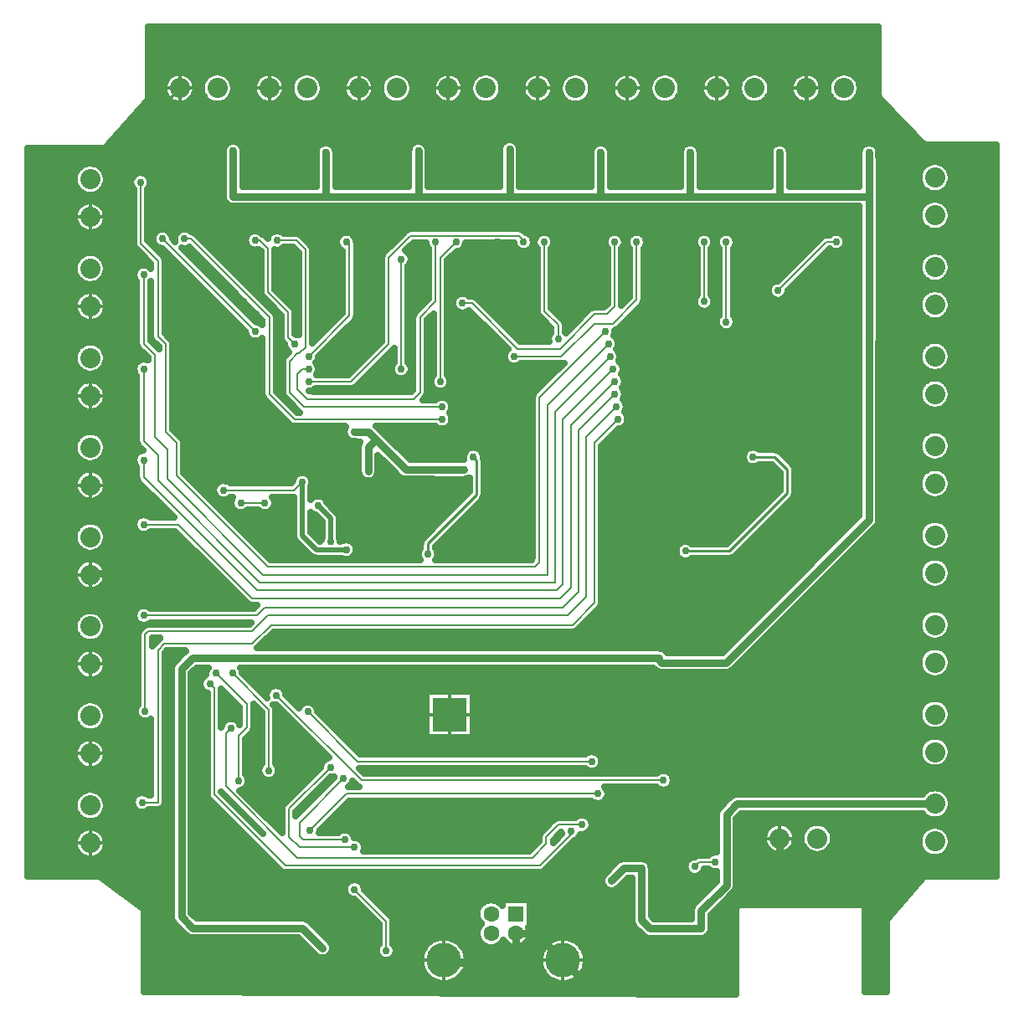
<source format=gbl>
G04 DipTrace 3.2.0.1*
G04 Bottom.gbr*
%MOIN*%
G04 #@! TF.FileFunction,Copper,L2,Bot*
G04 #@! TF.Part,Single*
G04 #@! TA.AperFunction,Conductor*
%ADD14C,0.02*%
%ADD15C,0.008*%
%ADD16C,0.01*%
G04 #@! TA.AperFunction,ViaPad*
%ADD17C,0.03*%
G04 #@! TA.AperFunction,CopperBalancing*
%ADD21C,0.025*%
%ADD22C,0.013*%
G04 #@! TA.AperFunction,ComponentPad*
%ADD23C,0.08*%
%ADD47R,0.062992X0.062992*%
%ADD48C,0.062992*%
%ADD49C,0.137795*%
%ADD51R,0.137795X0.137795*%
%FSLAX26Y26*%
G04*
G70*
G90*
G75*
G01*
G04 Bottom*
%LPD*%
X2202756Y690000D2*
D15*
Y678000D1*
X2079756Y555000D1*
X1065756D1*
X783756Y837000D1*
Y1260000D1*
X765756Y1278000D1*
X1815136Y2181479D2*
D16*
X1827638Y2168978D1*
Y2031463D1*
X1633867Y1837693D1*
Y1793938D1*
X2658975Y1806440D2*
X2833993D1*
X3065268Y2037714D1*
Y2131474D1*
X3015262Y2181479D1*
X2927753D1*
X1215073Y225024D2*
D17*
X1133815Y306282D1*
X696269D1*
X652514Y350037D1*
Y1337640D1*
X696269Y1381395D1*
X2552714D1*
Y1375144D1*
X3390302Y3394106D2*
Y3219088D1*
Y1931453D1*
X2821492Y1362643D1*
X2565215D1*
X2552714Y1375144D1*
X3390302Y3219088D2*
X3034014D1*
Y3394106D1*
Y3219088D2*
X2677727D1*
Y3394106D1*
Y3219088D2*
X2321440D1*
Y3394106D1*
Y3219088D2*
X1958902D1*
Y3406608D1*
Y3219088D2*
X1596364D1*
Y3400357D1*
Y3219088D2*
X1227575D1*
Y3394106D1*
Y3219088D2*
X858581D1*
Y3400357D1*
X1777633Y2131474D2*
X1546358D1*
X1425986Y2251846D1*
X1396343Y2281490D1*
X1340087D1*
X1396354Y2125018D2*
Y2222215D1*
X1425986Y2251846D1*
X2483957Y543807D2*
X2415199D1*
X2365194Y493802D1*
X2483957Y543807D2*
Y337535D1*
X2517936Y303556D1*
X2721482D1*
Y374726D1*
X2822256Y475500D1*
Y757500D1*
X2864840Y800084D1*
X3652829D1*
X3259038Y3037819D2*
D15*
X3221534D1*
X3027764Y2844049D1*
X665016Y3050320D2*
X690018D1*
X1002551Y2737787D1*
Y2431505D1*
X1102525Y2331531D1*
X1690123D1*
X1033804Y3044070D2*
X1108812D1*
X1146316Y3006566D1*
Y2619025D1*
X1121314Y2594022D1*
X1115063D1*
X1083810Y2562769D1*
Y2437756D1*
X1140034Y2381531D1*
X1690123D1*
X1527606Y2531516D2*
Y2969062D1*
X1746379Y3037819D2*
X1683873Y2975312D1*
Y2481531D1*
X2096416Y3037819D2*
Y2762790D1*
X2152672Y2706534D1*
Y2650278D1*
X2465205Y3037819D2*
Y2806545D1*
X2371445Y2712785D1*
X2296437D1*
X2165184Y2581531D1*
X1977654D1*
X2821492Y3037819D2*
Y2719035D1*
X2310756Y840000D2*
X1308756D1*
X1164756Y696000D1*
X2577717Y1862696D2*
D17*
X2621471D1*
Y1529885D1*
X2727732Y1423623D1*
X2959007Y2118972D2*
D15*
Y2012711D1*
X2808991Y1862696D1*
X2621471D1*
X1471157Y2037714D2*
X1596364D1*
X1646369Y1987709D1*
X702315Y3287844D2*
D16*
Y3331804D1*
X596259Y3437861D1*
Y3600378D1*
X646264Y3650383D1*
X1071104Y3288050D2*
D15*
Y3425564D1*
X1002551Y3494117D1*
Y3650383D1*
X1421140Y3288050D2*
X1408639D1*
Y3469319D1*
X1358839Y3519119D1*
Y3650383D1*
X1777428Y3287845D2*
X1758881D1*
X1739924Y3306802D1*
Y3538076D1*
X1715126Y3562874D1*
Y3650383D1*
X833783Y3050320D2*
D16*
Y3106576D1*
X702315Y3238045D1*
Y3287844D1*
X1208823Y3044070D2*
Y3125328D1*
X1202572Y3131579D1*
X855235D1*
X833783Y3110127D1*
Y3106576D1*
X2133715Y3294301D2*
D15*
X2108713D1*
X2096211Y3306802D1*
Y3550577D1*
X2071413Y3575375D1*
Y3650383D1*
X2271434Y3037819D2*
D16*
Y3100325D1*
X2240181Y3131579D1*
X2058912D1*
X1527606D1*
Y3081573D1*
Y3131579D2*
X1202572D1*
X2640223Y3037819D2*
Y3112827D1*
X2621471Y3131579D1*
X2240181D1*
X2465205Y3281594D2*
D15*
Y3531621D1*
X2427701Y3569125D1*
Y3650383D1*
X2990260Y3044070D2*
D16*
Y3094075D1*
X2952756Y3131579D1*
X2621471D1*
X2821492Y3294096D2*
D15*
Y3531621D1*
X2783988Y3569125D1*
Y3650383D1*
X3190281Y3269093D2*
Y3512869D1*
X3146526Y3556623D1*
Y3644133D1*
X3140276Y3650383D1*
X3346547Y3037819D2*
D16*
Y3081573D1*
X3296542Y3131579D1*
X2952756D1*
X1908896Y3037819D2*
Y3019067D1*
X1927648Y3000315D1*
X2046411D1*
X2058912Y3012816D1*
Y3131579D1*
X1983904Y283798D2*
D17*
X2065007D1*
X2171699Y177105D1*
X3033756Y663000D2*
Y591000D1*
X2814756Y372000D1*
Y150000D1*
X2739764Y75008D1*
X2660828D1*
X2233930D1*
Y114874D1*
X2171699Y177105D1*
X2660828Y75008D2*
X2665226Y235672D1*
X1983904Y283798D2*
Y218773D1*
X1933899Y168768D1*
X1706021D1*
X1697684Y177105D1*
X912756Y1590000D2*
X609756D1*
X480756Y1719000D1*
X296297D1*
X289976Y1712680D1*
X1068756Y1476000D2*
X2307756D1*
X2335932Y1447824D1*
X1246327Y1843944D2*
D14*
Y1937703D1*
X1196322Y1987709D1*
X879756Y891000D2*
D15*
Y1071000D1*
X912756Y1104000D1*
Y1197000D1*
X789756Y1320000D1*
X888756Y1998000D2*
X984756D1*
X1308833Y1812690D2*
D14*
X1190071D1*
X1133815Y1868946D1*
Y2081469D1*
X819756Y2049000D2*
D15*
X1101346D1*
X1133815Y2081469D1*
X1467756Y216000D2*
Y333000D1*
X1341756Y459000D1*
Y627000D2*
X1122756D1*
X1080756Y669000D1*
Y780000D1*
X1245756Y945000D1*
X489793Y3275549D2*
Y3031773D1*
X558755Y2962811D1*
Y2662780D1*
X590008Y2631526D1*
Y2281490D1*
X633762Y2237735D1*
Y2106471D1*
X996301Y1743933D1*
X2058912D1*
X2077664Y1762685D1*
Y2419004D1*
X2340192Y2681531D1*
X2247756Y717000D2*
X2154756D1*
X2104568Y666812D1*
Y639812D1*
X2049756Y585000D1*
X1113756D1*
X828756Y870000D1*
Y1080000D1*
X849756Y1101000D1*
X2286756Y969000D2*
X1353756D1*
X1155756Y1167000D1*
X502294Y2906760D2*
Y2631731D1*
X546253Y2587772D1*
Y2262738D1*
X596259Y2212732D1*
Y2093970D1*
X977549Y1712680D1*
X2108917D1*
Y2387751D1*
X2352693Y2631526D1*
X502294Y2531720D2*
Y2244190D1*
X558755Y2187730D1*
Y2087719D1*
X965047Y1681427D1*
X2140171D1*
Y2362748D1*
X2358944Y2581521D1*
X502294Y2169182D2*
Y2100425D1*
X952546Y1650173D1*
X2146421D1*
X2171424Y1675176D1*
Y2331495D1*
X2371445Y2531516D1*
X502294Y1912701D2*
X640013D1*
X933794Y1618920D1*
X2158923D1*
X2202677Y1662675D1*
Y2306492D1*
X2377696Y2481510D1*
X502294Y1550163D2*
X952546D1*
X983799Y1581416D1*
X2171424D1*
X2233930Y1643923D1*
Y2287740D1*
X2377696Y2431505D1*
X508545Y1168873D2*
Y1474950D1*
X521251Y1487656D1*
X933794D1*
X996301Y1550163D1*
X2190176D1*
X2265184Y1625171D1*
Y2262738D1*
X2383946Y2381500D1*
X496043Y806335D2*
X558755D1*
Y1412648D1*
X583757Y1437651D1*
X933794D1*
X1008802Y1512659D1*
X2208928D1*
X2296437Y1600168D1*
Y2237735D1*
X2390197Y2331495D1*
X2777738Y568810D2*
X2715231D1*
X2696479Y550058D1*
X2571756Y894000D2*
X1368756D1*
X1029756Y1233000D1*
X999756Y933000D2*
Y1176000D1*
X855756Y1320000D1*
X946295Y2681531D2*
X577507Y3050320D1*
X946295Y3044070D2*
X965047D1*
X996301Y3012816D1*
Y2837798D1*
X1077559Y2756539D1*
Y2656529D1*
X1102556Y2631531D1*
X1308833Y3037819D2*
X1321335D1*
Y2744038D1*
X1158818Y2581521D1*
X1665121Y3037819D2*
Y2800294D1*
X1602614Y2737787D1*
Y2437756D1*
X1577612Y2412753D1*
X1152567D1*
X1115063Y2450257D1*
Y2512764D1*
X1133815Y2531516D1*
X1158818D1*
X2015157Y3037819D2*
Y3044070D1*
X1996406Y3062822D1*
X1565110D1*
X1477601Y2975312D1*
Y2631526D1*
X1327585Y2481510D1*
X1158818D1*
X2377696Y3037819D2*
Y2781542D1*
X2346442Y2750289D1*
X2296437D1*
X2158923Y2612774D1*
X1990155D1*
X1808886Y2794043D1*
X1771382D1*
X2733983Y3037819D2*
Y2800294D1*
X1302756Y657000D2*
X1137756D1*
X1122756Y672000D1*
Y726000D1*
X1296756Y900000D1*
D17*
X2202756Y690000D3*
X765756Y1278000D3*
X1815136Y2181479D3*
X1633867Y1793938D3*
X2658975Y1806440D3*
X2927753Y2181479D3*
X1215073Y225024D3*
X2552714Y1375144D3*
X3390302Y3394106D3*
X858581Y3400357D3*
X1227575Y3394106D3*
X1596364Y3400357D3*
X1958902Y3406608D3*
X2321440Y3394106D3*
X2677727D3*
X3034014D3*
X858581Y3400357D3*
X1227575Y3394106D3*
X1777633Y2131474D3*
X1340087Y2281490D3*
X1396354Y2125018D3*
X2483957Y543807D3*
X2365194Y493802D3*
X2721482Y303556D3*
X2483957Y543807D3*
X2721482Y303556D3*
X3259038Y3037819D3*
X3027764Y2844049D3*
X665016Y3050320D3*
X1690123Y2331531D3*
X1033804Y3044070D3*
X1690123Y2381531D3*
X1527606Y2531516D3*
Y2969062D3*
X1746379Y3037819D3*
X1683873Y2481531D3*
X2096416Y3037819D3*
X2152672Y2650278D3*
X2465205Y3037819D3*
X1977654Y2581531D3*
X2821492Y3037819D3*
Y2719035D3*
X2310756Y840000D3*
X1164756Y696000D3*
D3*
X2577717Y1862696D3*
X2727732Y1423623D3*
X2959007Y2118972D3*
X1471157Y2037714D3*
X1646369Y1987709D3*
X702315Y3287844D3*
X1071104Y3288050D3*
X1421140D3*
X1777428Y3287845D3*
X833783Y3050320D3*
X702315Y3287844D3*
X1208823Y3044070D3*
X2133715Y3294301D3*
X2271434Y3037819D3*
X1527606Y3081573D3*
X2640223Y3037819D3*
X2465205Y3281594D3*
X2990260Y3044070D3*
X2821492Y3294096D3*
X3190281Y3269093D3*
X3346547Y3037819D3*
X1908896D3*
X2665226Y235672D3*
X912756Y1590000D3*
X1068756Y1476000D3*
X2335932Y1447824D3*
X1246327Y1843944D3*
X1196322Y1987709D3*
X879756Y891000D3*
X789756Y1320000D3*
X888756Y1998000D3*
X984756D3*
X1308833Y1812690D3*
X1133815Y2081469D3*
X819756Y2049000D3*
X1467756Y216000D3*
X1341756Y459000D3*
Y627000D3*
X1245756Y945000D3*
X489793Y3275549D3*
X2340192Y2681531D3*
X2247756Y717000D3*
X849756Y1101000D3*
X2286756Y969000D3*
X1155756Y1167000D3*
X502294Y2906760D3*
X2352693Y2631526D3*
X502294Y2531720D3*
X2358944Y2581521D3*
X502294Y2169182D3*
X2371445Y2531516D3*
X502294Y1912701D3*
X2377696Y2481510D3*
X502294Y1550163D3*
X2377696Y2431505D3*
X508545Y1168873D3*
X2383946Y2381500D3*
X496043Y806335D3*
X2390197Y2331495D3*
X2777738Y568810D3*
X2696479Y550058D3*
X2571756Y894000D3*
X1029756Y1233000D3*
X999756Y933000D3*
X855756Y1320000D3*
X946295Y2681531D3*
X577507Y3050320D3*
X946295Y3044070D3*
X1102556Y2631531D3*
X1308833Y3037819D3*
X1158818Y2581521D3*
X1665121Y3037819D3*
X1158818Y2531516D3*
X2015157Y3037819D3*
X1158818Y2481510D3*
X2377696Y3037819D3*
X1771382Y2794043D3*
X2733983Y3037819D3*
Y2800294D3*
X1302756Y657000D3*
X1296756Y900000D3*
X2541756Y645000D3*
X2583756D3*
X2541756Y597000D3*
X2586756D3*
X523745Y3869291D2*
D21*
X3425293D1*
X523745Y3844423D2*
X3425293D1*
X523745Y3819554D2*
X3425293D1*
X523745Y3794685D2*
X3425293D1*
X523745Y3769816D2*
X3425293D1*
X523745Y3744948D2*
X3425293D1*
X523745Y3720079D2*
X3425293D1*
X523745Y3695210D2*
X598803D1*
X693728D2*
X748799D1*
X843724D2*
X955062D1*
X1050022D2*
X1105093D1*
X1200018D2*
X1311356D1*
X1406318D2*
X1461352D1*
X1556312D2*
X1667650D1*
X1762612D2*
X1817646D1*
X1912608D2*
X2023944D1*
X2118906D2*
X2173940D1*
X2268902D2*
X2380238D1*
X2475164D2*
X2530234D1*
X2625159D2*
X2736496D1*
X2831458D2*
X2886528D1*
X2981453D2*
X3092790D1*
X3187752D2*
X3242786D1*
X3337748D2*
X3425293D1*
X523745Y3670341D2*
X583480D1*
X709051D2*
X733476D1*
X859047D2*
X939774D1*
X1065345D2*
X1089770D1*
X1215341D2*
X1296068D1*
X1421604D2*
X1446064D1*
X1571635D2*
X1652327D1*
X1777898D2*
X1802358D1*
X1927894D2*
X2008621D1*
X2134192D2*
X2158617D1*
X2284188D2*
X2364915D1*
X2490486D2*
X2514911D1*
X2640482D2*
X2721209D1*
X2846780D2*
X2871205D1*
X2996776D2*
X3077503D1*
X3203073D2*
X3227499D1*
X3353070D2*
X3425293D1*
X523745Y3645472D2*
X580466D1*
X712066D2*
X730462D1*
X862062D2*
X936724D1*
X1068360D2*
X1086756D1*
X1218356D2*
X1293018D1*
X1424654D2*
X1443014D1*
X1574650D2*
X1649312D1*
X1780948D2*
X1799308D1*
X1930944D2*
X2005606D1*
X2137206D2*
X2155602D1*
X2287238D2*
X2361900D1*
X2493500D2*
X2511896D1*
X2643496D2*
X2718196D1*
X2849794D2*
X2868190D1*
X2999790D2*
X3074453D1*
X3206088D2*
X3224449D1*
X3356084D2*
X3425293D1*
X523745Y3620604D2*
X587678D1*
X704853D2*
X737675D1*
X854849D2*
X943972D1*
X1061147D2*
X1093969D1*
X1211143D2*
X1300268D1*
X1417406D2*
X1450262D1*
X1567437D2*
X1656525D1*
X1773699D2*
X1806558D1*
X1923696D2*
X2012819D1*
X2129993D2*
X2162815D1*
X2279990D2*
X2369114D1*
X2486287D2*
X2519109D1*
X2636283D2*
X2725408D1*
X2842581D2*
X2875403D1*
X2992577D2*
X3081702D1*
X3198875D2*
X3231698D1*
X3348871D2*
X3425293D1*
X512945Y3595735D2*
X611434D1*
X681097D2*
X761430D1*
X831093D2*
X967728D1*
X1037391D2*
X1117724D1*
X1187387D2*
X1323987D1*
X1393686D2*
X1473983D1*
X1543681D2*
X1680281D1*
X1749980D2*
X1830277D1*
X1899976D2*
X2036575D1*
X2106238D2*
X2186571D1*
X2256270D2*
X2392869D1*
X2462533D2*
X2542865D1*
X2612528D2*
X2749163D1*
X2818827D2*
X2899159D1*
X2968822D2*
X3105421D1*
X3175121D2*
X3255453D1*
X3325117D2*
X3443020D1*
X491378Y3570866D2*
X3467026D1*
X469811Y3545997D2*
X3491033D1*
X448281Y3521129D2*
X3515039D1*
X426715Y3496260D2*
X3539081D1*
X405184Y3471391D2*
X3563088D1*
X383618Y3446522D2*
X3587094D1*
X362051Y3421654D2*
X824012D1*
X893138D2*
X1198177D1*
X1256967D2*
X1561791D1*
X1630951D2*
X1920955D1*
X1996827D2*
X2292034D1*
X2350824D2*
X2648328D1*
X2707119D2*
X3004622D1*
X3063413D2*
X3360916D1*
X3419707D2*
X3894119D1*
X42467Y3396785D2*
X817589D1*
X899596D2*
X1186657D1*
X1268486D2*
X1555367D1*
X1637375D2*
X1917906D1*
X1999913D2*
X2280516D1*
X2362344D2*
X2636810D1*
X2718638D2*
X2993104D1*
X3074932D2*
X3349398D1*
X3431226D2*
X3894119D1*
X42467Y3371916D2*
X817589D1*
X899596D2*
X1186587D1*
X1268558D2*
X1555367D1*
X1637375D2*
X1917906D1*
X1999913D2*
X2280444D1*
X2362451D2*
X2636738D1*
X2718710D2*
X2993031D1*
X3075004D2*
X3349290D1*
X3431298D2*
X3894119D1*
X42467Y3347047D2*
X264542D1*
X315402D2*
X817589D1*
X899596D2*
X1186587D1*
X1268558D2*
X1555367D1*
X1637375D2*
X1917906D1*
X1999913D2*
X2280444D1*
X2362451D2*
X2636738D1*
X2718710D2*
X2993031D1*
X3075004D2*
X3349290D1*
X3431298D2*
X3615264D1*
X3690382D2*
X3894119D1*
X42467Y3322178D2*
X234076D1*
X345867D2*
X817589D1*
X899596D2*
X1186587D1*
X1268558D2*
X1555367D1*
X1637375D2*
X1917906D1*
X1999913D2*
X2280444D1*
X2362451D2*
X2636738D1*
X2718710D2*
X2993031D1*
X3075004D2*
X3349290D1*
X3431298D2*
X3593374D1*
X3712270D2*
X3894119D1*
X42467Y3297310D2*
X224675D1*
X355269D2*
X455517D1*
X524068D2*
X817589D1*
X899596D2*
X1186587D1*
X1268558D2*
X1555367D1*
X1637375D2*
X1917906D1*
X1999913D2*
X2280444D1*
X2362451D2*
X2636738D1*
X2718710D2*
X2993031D1*
X3075004D2*
X3349290D1*
X3431298D2*
X3586915D1*
X3718766D2*
X3894119D1*
X42467Y3272441D2*
X225858D1*
X354085D2*
X448915D1*
X530671D2*
X817589D1*
X899596D2*
X1186587D1*
X1268558D2*
X1555367D1*
X1637375D2*
X1917906D1*
X1999913D2*
X2280444D1*
X2362451D2*
X2636738D1*
X2718710D2*
X2993031D1*
X3075004D2*
X3349290D1*
X3431298D2*
X3590647D1*
X3715034D2*
X3894119D1*
X42467Y3247572D2*
X238382D1*
X341597D2*
X459787D1*
X519798D2*
X817589D1*
X3431298D2*
X3607118D1*
X3698563D2*
X3894119D1*
X42467Y3222703D2*
X459787D1*
X519798D2*
X817589D1*
X3431298D2*
X3894119D1*
X42467Y3197835D2*
X266696D1*
X313249D2*
X459787D1*
X519798D2*
X823976D1*
X3431298D2*
X3616484D1*
X3689161D2*
X3894119D1*
X42467Y3172966D2*
X234579D1*
X345365D2*
X459787D1*
X519798D2*
X3349290D1*
X3431298D2*
X3593769D1*
X3711877D2*
X3894119D1*
X42467Y3148097D2*
X224818D1*
X355126D2*
X459787D1*
X519798D2*
X3349290D1*
X3431298D2*
X3586951D1*
X3718694D2*
X3894119D1*
X42467Y3123228D2*
X225680D1*
X354265D2*
X459787D1*
X519798D2*
X3349290D1*
X3431298D2*
X3590360D1*
X3715285D2*
X3894119D1*
X42467Y3098360D2*
X237736D1*
X342207D2*
X459787D1*
X519798D2*
X3349290D1*
X3431298D2*
X3606293D1*
X3699388D2*
X3894119D1*
X42467Y3073491D2*
X459787D1*
X519798D2*
X544259D1*
X610765D2*
X631781D1*
X707329D2*
X918962D1*
X973626D2*
X1006483D1*
X1061147D2*
X1291835D1*
X1325829D2*
X1534375D1*
X2032138D2*
X2079420D1*
X2113415D2*
X2360717D1*
X2394675D2*
X2448238D1*
X2482197D2*
X2717010D1*
X2750970D2*
X2804496D1*
X2838491D2*
X3242068D1*
X3276026D2*
X3349290D1*
X3431298D2*
X3894119D1*
X42467Y3048622D2*
X459787D1*
X519798D2*
X536545D1*
X733093D2*
X905577D1*
X1145655D2*
X1269371D1*
X1349118D2*
X1509508D1*
X2135878D2*
X2338253D1*
X2417139D2*
X2425766D1*
X2504660D2*
X2694547D1*
X2773433D2*
X2782047D1*
X2860954D2*
X3190933D1*
X3298491D2*
X3349290D1*
X3431298D2*
X3894119D1*
X42467Y3023753D2*
X460972D1*
X539211D2*
X547156D1*
X757962D2*
X911104D1*
X1170270D2*
X1270483D1*
X1351343D2*
X1484640D1*
X1567437D2*
X1626777D1*
X1784715D2*
X1976828D1*
X2134766D2*
X2339366D1*
X2416026D2*
X2426852D1*
X2503547D2*
X2695660D1*
X2772320D2*
X2783148D1*
X2859843D2*
X3166066D1*
X3297378D2*
X3349290D1*
X3431298D2*
X3894119D1*
X42467Y2998885D2*
X481282D1*
X564079D2*
X587535D1*
X670332D2*
X700068D1*
X782829D2*
X966293D1*
X1026303D2*
X1112593D1*
X1176299D2*
X1291332D1*
X1351343D2*
X1459773D1*
X1554448D2*
X1635138D1*
X1748832D2*
X2066430D1*
X2126406D2*
X2347690D1*
X2407701D2*
X2435213D1*
X2495223D2*
X2703984D1*
X2763995D2*
X2791507D1*
X2851480D2*
X3141198D1*
X3223995D2*
X3349290D1*
X3431298D2*
X3632954D1*
X3672690D2*
X3894119D1*
X42467Y2974016D2*
X240285D1*
X339696D2*
X506150D1*
X586364D2*
X612403D1*
X695199D2*
X724936D1*
X807697D2*
X966293D1*
X1026303D2*
X1116325D1*
X1176299D2*
X1291332D1*
X1351343D2*
X1447608D1*
X1568298D2*
X1635138D1*
X1723963D2*
X2066430D1*
X2126406D2*
X2347690D1*
X2407701D2*
X2435213D1*
X2495223D2*
X2703984D1*
X2763995D2*
X2791507D1*
X2851480D2*
X3116329D1*
X3199127D2*
X3349290D1*
X3431298D2*
X3598147D1*
X3707499D2*
X3894119D1*
X42467Y2949147D2*
X226469D1*
X353475D2*
X528757D1*
X588768D2*
X637270D1*
X720068D2*
X749803D1*
X832564D2*
X966293D1*
X1026303D2*
X1116325D1*
X1176299D2*
X1291332D1*
X1351343D2*
X1447608D1*
X1563059D2*
X1635138D1*
X1713881D2*
X2066430D1*
X2126406D2*
X2347690D1*
X2407701D2*
X2435213D1*
X2495223D2*
X2703984D1*
X2763995D2*
X2791507D1*
X2851480D2*
X3091462D1*
X3174259D2*
X3349290D1*
X3431298D2*
X3587848D1*
X3717797D2*
X3894119D1*
X42467Y2924278D2*
X224387D1*
X355556D2*
X465493D1*
X588768D2*
X662175D1*
X744936D2*
X774672D1*
X857469D2*
X966293D1*
X1026303D2*
X1116325D1*
X1176299D2*
X1291332D1*
X1351343D2*
X1447608D1*
X1557605D2*
X1635138D1*
X1713881D2*
X2066430D1*
X2126406D2*
X2347690D1*
X2407701D2*
X2435213D1*
X2495223D2*
X2703984D1*
X2763995D2*
X2791507D1*
X2851480D2*
X3066594D1*
X3149391D2*
X3349290D1*
X3431298D2*
X3588278D1*
X3717366D2*
X3894119D1*
X42467Y2899409D2*
X232713D1*
X347231D2*
X462013D1*
X588768D2*
X687042D1*
X769803D2*
X799539D1*
X882336D2*
X966293D1*
X1026303D2*
X1116325D1*
X1176299D2*
X1291332D1*
X1351343D2*
X1447608D1*
X1557605D2*
X1635138D1*
X1713881D2*
X2066430D1*
X2126406D2*
X2347690D1*
X2407701D2*
X2435213D1*
X2495223D2*
X2703984D1*
X2763995D2*
X2791507D1*
X2851480D2*
X3041727D1*
X3124524D2*
X3349290D1*
X3431298D2*
X3599761D1*
X3705919D2*
X3894119D1*
X42467Y2874541D2*
X259482D1*
X320462D2*
X472311D1*
X588768D2*
X711909D1*
X794671D2*
X824407D1*
X907203D2*
X966293D1*
X1026303D2*
X1116325D1*
X1176299D2*
X1291332D1*
X1351343D2*
X1447608D1*
X1557605D2*
X1635138D1*
X1713881D2*
X2066430D1*
X2126406D2*
X2347690D1*
X2407701D2*
X2435213D1*
X2495223D2*
X2703984D1*
X2763995D2*
X2791507D1*
X2851480D2*
X3001752D1*
X3099656D2*
X3349290D1*
X3431298D2*
X3644904D1*
X3660773D2*
X3894119D1*
X42467Y2849672D2*
X472311D1*
X588768D2*
X736778D1*
X819539D2*
X849274D1*
X932072D2*
X966293D1*
X1026303D2*
X1116325D1*
X1176299D2*
X1291332D1*
X1351343D2*
X1447608D1*
X1557605D2*
X1635138D1*
X1713881D2*
X2066430D1*
X2126406D2*
X2347690D1*
X2407701D2*
X2435213D1*
X2495223D2*
X2703984D1*
X2763995D2*
X2791507D1*
X2851480D2*
X2987182D1*
X3074789D2*
X3349290D1*
X3431298D2*
X3636005D1*
X3669640D2*
X3894119D1*
X42467Y2824803D2*
X241001D1*
X338978D2*
X472311D1*
X588768D2*
X761646D1*
X844407D2*
X874143D1*
X956940D2*
X969559D1*
X1050669D2*
X1116325D1*
X1176299D2*
X1291332D1*
X1351343D2*
X1447608D1*
X1557605D2*
X1635138D1*
X1713881D2*
X1745734D1*
X1797024D2*
X2066430D1*
X2126406D2*
X2347690D1*
X2407701D2*
X2435213D1*
X2495223D2*
X2701795D1*
X2766184D2*
X2791507D1*
X2851480D2*
X2991920D1*
X3063592D2*
X3349290D1*
X3431298D2*
X3598720D1*
X3706924D2*
X3894119D1*
X42467Y2799934D2*
X226684D1*
X353260D2*
X472311D1*
X588768D2*
X786513D1*
X869274D2*
X899010D1*
X981807D2*
X992798D1*
X1075572D2*
X1116325D1*
X1176299D2*
X1291332D1*
X1351343D2*
X1447608D1*
X1557605D2*
X1623369D1*
X1713881D2*
X1730841D1*
X1844391D2*
X2066430D1*
X2126406D2*
X2347690D1*
X2407701D2*
X2417198D1*
X2494398D2*
X2692969D1*
X2774976D2*
X2791507D1*
X2851480D2*
X3349290D1*
X3431298D2*
X3587992D1*
X3717654D2*
X3894119D1*
X42467Y2775066D2*
X224316D1*
X355629D2*
X472311D1*
X588768D2*
X811381D1*
X894142D2*
X923878D1*
X1006675D2*
X1017643D1*
X1100369D2*
X1116325D1*
X1176299D2*
X1291332D1*
X1351343D2*
X1447608D1*
X1557605D2*
X1598500D1*
X1713881D2*
X1735399D1*
X1869259D2*
X2066430D1*
X2126406D2*
X2282022D1*
X2475127D2*
X2702406D1*
X2765573D2*
X2791507D1*
X2851480D2*
X3349290D1*
X3431298D2*
X3588135D1*
X3717546D2*
X3894119D1*
X42467Y2750197D2*
X232247D1*
X347698D2*
X472311D1*
X588768D2*
X836249D1*
X919009D2*
X948745D1*
X1029605D2*
X1042510D1*
X1107546D2*
X1116325D1*
X1176299D2*
X1286093D1*
X1351343D2*
X1447608D1*
X1557605D2*
X1575571D1*
X1713881D2*
X1811329D1*
X1894127D2*
X2069480D1*
X2150412D2*
X2254966D1*
X2450260D2*
X2791507D1*
X2851480D2*
X3349290D1*
X3431298D2*
X3599152D1*
X3706493D2*
X3894119D1*
X42467Y2725328D2*
X257940D1*
X322004D2*
X472311D1*
X588768D2*
X861117D1*
X943878D2*
X972537D1*
X1032547D2*
X1047571D1*
X1107546D2*
X1116325D1*
X1176299D2*
X1261226D1*
X1343986D2*
X1447608D1*
X1557605D2*
X1572629D1*
X1632602D2*
X1653870D1*
X1713881D2*
X1836197D1*
X1918995D2*
X2092483D1*
X2175243D2*
X2230098D1*
X2425392D2*
X2780992D1*
X2861959D2*
X3349290D1*
X3431298D2*
X3638983D1*
X3666661D2*
X3894119D1*
X42467Y2700459D2*
X472311D1*
X588768D2*
X885984D1*
X1032547D2*
X1047571D1*
X1107546D2*
X1116325D1*
X1176299D2*
X1236357D1*
X1319155D2*
X1447608D1*
X1557605D2*
X1572629D1*
X1632602D2*
X1653870D1*
X1713881D2*
X1861066D1*
X1943862D2*
X2117350D1*
X2182672D2*
X2205231D1*
X2400525D2*
X2785262D1*
X2857724D2*
X3349290D1*
X3431298D2*
X3894119D1*
X42467Y2675591D2*
X472311D1*
X588768D2*
X905756D1*
X1032547D2*
X1047571D1*
X1107546D2*
X1116325D1*
X1176299D2*
X1211490D1*
X1294286D2*
X1447608D1*
X1557605D2*
X1572629D1*
X1632602D2*
X1653870D1*
X1713881D2*
X1885933D1*
X1968730D2*
X2121154D1*
X2380717D2*
X3349290D1*
X3431298D2*
X3894119D1*
X42467Y2650722D2*
X472311D1*
X612199D2*
X920720D1*
X1032547D2*
X1048181D1*
X1176299D2*
X1186622D1*
X1269419D2*
X1447608D1*
X1557605D2*
X1572629D1*
X1632602D2*
X1653870D1*
X1713881D2*
X1910801D1*
X1993597D2*
X2111680D1*
X2388575D2*
X3349290D1*
X3431298D2*
X3894119D1*
X42467Y2625853D2*
X249112D1*
X330832D2*
X472921D1*
X620022D2*
X972537D1*
X1032547D2*
X1061961D1*
X1244551D2*
X1430526D1*
X1557605D2*
X1572629D1*
X1632602D2*
X1653870D1*
X1713881D2*
X1935668D1*
X2393276D2*
X3349290D1*
X3431298D2*
X3604857D1*
X3700787D2*
X3894119D1*
X42467Y2600984D2*
X229411D1*
X350533D2*
X491654D1*
X620022D2*
X972537D1*
X1032547D2*
X1076636D1*
X1219684D2*
X1405659D1*
X1488455D2*
X1497593D1*
X1557605D2*
X1572629D1*
X1632602D2*
X1653870D1*
X1713881D2*
X1941912D1*
X2394675D2*
X3349290D1*
X3431298D2*
X3589894D1*
X3715787D2*
X3894119D1*
X42467Y2576115D2*
X223992D1*
X355987D2*
X516269D1*
X620022D2*
X972537D1*
X1032547D2*
X1057260D1*
X1199445D2*
X1380791D1*
X1463588D2*
X1497594D1*
X1557605D2*
X1572629D1*
X1632602D2*
X1653870D1*
X1713881D2*
X1937031D1*
X2399555D2*
X3349290D1*
X3431298D2*
X3587059D1*
X3718587D2*
X3894119D1*
X42467Y2551247D2*
X228694D1*
X351251D2*
X466606D1*
X620022D2*
X972537D1*
X1032547D2*
X1053815D1*
X1194385D2*
X1355924D1*
X1438720D2*
X1492033D1*
X1563167D2*
X1572629D1*
X1632602D2*
X1653870D1*
X1713881D2*
X1951386D1*
X2003932D2*
X2168521D1*
X2407020D2*
X3349290D1*
X3431298D2*
X3594522D1*
X3711159D2*
X3894119D1*
X42467Y2526378D2*
X246923D1*
X333021D2*
X461654D1*
X620022D2*
X972537D1*
X1032547D2*
X1053815D1*
X1199480D2*
X1331056D1*
X1413853D2*
X1486937D1*
X1632602D2*
X1653870D1*
X1713881D2*
X2143654D1*
X2412115D2*
X3349290D1*
X3431298D2*
X3618852D1*
X3686829D2*
X3894119D1*
X42467Y2501509D2*
X472311D1*
X620022D2*
X972537D1*
X1032547D2*
X1053815D1*
X1388986D2*
X1500967D1*
X1554232D2*
X1572629D1*
X1632602D2*
X1648451D1*
X1719299D2*
X2118786D1*
X2413084D2*
X3349290D1*
X3431298D2*
X3894119D1*
X42467Y2476640D2*
X250152D1*
X329791D2*
X472311D1*
X620022D2*
X972537D1*
X1032547D2*
X1053815D1*
X1364117D2*
X1572629D1*
X1632602D2*
X1643185D1*
X1724573D2*
X2093917D1*
X2418395D2*
X3349290D1*
X3431298D2*
X3605647D1*
X3699999D2*
X3894119D1*
X42467Y2451772D2*
X229770D1*
X350173D2*
X472311D1*
X620022D2*
X972537D1*
X1032547D2*
X1053815D1*
X1185773D2*
X1572629D1*
X1632602D2*
X1656955D1*
X1710794D2*
X2069050D1*
X2412940D2*
X3349290D1*
X3431298D2*
X3590144D1*
X3715500D2*
X3894119D1*
X42467Y2426903D2*
X223992D1*
X355951D2*
X472311D1*
X620022D2*
X972932D1*
X1630378D2*
X2048811D1*
X2418430D2*
X3349290D1*
X3431298D2*
X3586987D1*
X3718657D2*
X3894119D1*
X42467Y2402034D2*
X228370D1*
X351573D2*
X472311D1*
X620022D2*
X990622D1*
X1725219D2*
X2047663D1*
X2419005D2*
X3349290D1*
X3431298D2*
X3594092D1*
X3711552D2*
X3894119D1*
X42467Y2377165D2*
X245990D1*
X333954D2*
X472311D1*
X620022D2*
X1015491D1*
X1730890D2*
X2047663D1*
X2424710D2*
X3349290D1*
X3431298D2*
X3617488D1*
X3688156D2*
X3894119D1*
X42467Y2352297D2*
X472311D1*
X620022D2*
X1040358D1*
X1725041D2*
X2047663D1*
X2425105D2*
X3349290D1*
X3431298D2*
X3894119D1*
X42467Y2327428D2*
X472311D1*
X620022D2*
X1065226D1*
X1730890D2*
X2047663D1*
X2430990D2*
X3349290D1*
X3431298D2*
X3894119D1*
X42467Y2302559D2*
X472311D1*
X620022D2*
X1305362D1*
X1432226D2*
X1662266D1*
X1717971D2*
X2047663D1*
X2418108D2*
X3349290D1*
X3431298D2*
X3894119D1*
X42467Y2277690D2*
X263322D1*
X316622D2*
X472311D1*
X635202D2*
X1299262D1*
X1457093D2*
X2047663D1*
X2377774D2*
X3349290D1*
X3431298D2*
X3614546D1*
X3691098D2*
X3894119D1*
X42467Y2252822D2*
X233753D1*
X346190D2*
X472311D1*
X659244D2*
X1311894D1*
X1481961D2*
X2047663D1*
X2352906D2*
X3349290D1*
X3431298D2*
X3593123D1*
X3712522D2*
X3894119D1*
X42467Y2227953D2*
X224602D1*
X355341D2*
X477587D1*
X663765D2*
X1355780D1*
X1506828D2*
X2047663D1*
X2328038D2*
X3349290D1*
X3431298D2*
X3586879D1*
X3718766D2*
X3894119D1*
X42467Y2203084D2*
X226003D1*
X353941D2*
X481534D1*
X663765D2*
X1355349D1*
X1531697D2*
X1780756D1*
X1849487D2*
X2047663D1*
X2326424D2*
X2893382D1*
X3036356D2*
X3349290D1*
X3431298D2*
X3590827D1*
X3714854D2*
X3894119D1*
X42467Y2178215D2*
X238777D1*
X341167D2*
X462371D1*
X663765D2*
X1355349D1*
X1556564D2*
X1774261D1*
X1857094D2*
X2047663D1*
X2326424D2*
X2886886D1*
X3061332D2*
X3349290D1*
X3431298D2*
X3607656D1*
X3698025D2*
X3894119D1*
X42467Y2153346D2*
X464703D1*
X663765D2*
X1355349D1*
X1437357D2*
X1467524D1*
X1858638D2*
X2047663D1*
X2326424D2*
X2898979D1*
X3086199D2*
X3349290D1*
X3431298D2*
X3894119D1*
X42467Y2128478D2*
X265331D1*
X314613D2*
X472311D1*
X663765D2*
X1355349D1*
X1437357D2*
X1492391D1*
X1858638D2*
X2047663D1*
X2326424D2*
X3025471D1*
X3096282D2*
X3349290D1*
X3431298D2*
X3615730D1*
X3689915D2*
X3894119D1*
X42467Y2103609D2*
X234256D1*
X345688D2*
X472311D1*
X678012D2*
X1099818D1*
X1167795D2*
X1361844D1*
X1430862D2*
X1517295D1*
X1858638D2*
X2047663D1*
X2326424D2*
X3034262D1*
X3096282D2*
X3349290D1*
X3431298D2*
X3593518D1*
X3712127D2*
X3894119D1*
X42467Y2078740D2*
X224747D1*
X355234D2*
X482575D1*
X702879D2*
X792793D1*
X846703D2*
X1089698D1*
X1174720D2*
X1796654D1*
X1858638D2*
X2047663D1*
X2326424D2*
X3034262D1*
X3096282D2*
X3349290D1*
X3431298D2*
X3586915D1*
X3718730D2*
X3894119D1*
X42467Y2053871D2*
X225787D1*
X354156D2*
X507442D1*
X727747D2*
X779050D1*
X1169804D2*
X1796654D1*
X1858638D2*
X2047663D1*
X2326424D2*
X3034262D1*
X3096282D2*
X3349290D1*
X3431298D2*
X3590539D1*
X3715142D2*
X3894119D1*
X42467Y2029003D2*
X238131D1*
X341812D2*
X532310D1*
X752614D2*
X784360D1*
X1169804D2*
X1782371D1*
X1858530D2*
X2047663D1*
X2326424D2*
X3013738D1*
X3094919D2*
X3349290D1*
X3431298D2*
X3606795D1*
X3698850D2*
X3894119D1*
X42467Y2004134D2*
X557177D1*
X777483D2*
X848234D1*
X1025262D2*
X1097808D1*
X1233642D2*
X1757504D1*
X1843100D2*
X2047663D1*
X2326424D2*
X2988869D1*
X3074501D2*
X3349290D1*
X3431298D2*
X3894119D1*
X42467Y1979265D2*
X582081D1*
X802350D2*
X852612D1*
X1020885D2*
X1097808D1*
X1254635D2*
X1732635D1*
X1818231D2*
X2047663D1*
X2326424D2*
X2964001D1*
X3049634D2*
X3349290D1*
X3431298D2*
X3894119D1*
X42467Y1954396D2*
X606949D1*
X827218D2*
X1097808D1*
X1277887D2*
X1707768D1*
X1793364D2*
X2047663D1*
X2326424D2*
X2939134D1*
X3024765D2*
X3349290D1*
X3431298D2*
X3894119D1*
X42467Y1929528D2*
X465171D1*
X852085D2*
X1097808D1*
X1169804D2*
X1204635D1*
X1282337D2*
X1682900D1*
X1768496D2*
X2047663D1*
X2326424D2*
X2914266D1*
X2999898D2*
X3331420D1*
X3431261D2*
X3631304D1*
X3674377D2*
X3894119D1*
X42467Y1904659D2*
X239818D1*
X340126D2*
X462156D1*
X876954D2*
X1097808D1*
X1169804D2*
X1210341D1*
X1282337D2*
X1658033D1*
X1743629D2*
X2047663D1*
X2326424D2*
X2889399D1*
X2975030D2*
X3306552D1*
X3420461D2*
X3597824D1*
X3707822D2*
X3894119D1*
X42467Y1879790D2*
X226325D1*
X353618D2*
X479811D1*
X524786D2*
X631529D1*
X901822D2*
X1097808D1*
X1172854D2*
X1210341D1*
X1282337D2*
X1633165D1*
X1718761D2*
X2047663D1*
X2326424D2*
X2864530D1*
X2950163D2*
X3281684D1*
X3395593D2*
X3587777D1*
X3717904D2*
X3894119D1*
X42467Y1854921D2*
X224459D1*
X355484D2*
X656398D1*
X926689D2*
X1100895D1*
X1197722D2*
X1206932D1*
X1285747D2*
X1608656D1*
X1693892D2*
X2047663D1*
X2326424D2*
X2839663D1*
X2925295D2*
X3256816D1*
X3370724D2*
X3588386D1*
X3717259D2*
X3894119D1*
X42467Y1830052D2*
X233000D1*
X346944D2*
X681265D1*
X951556D2*
X1122820D1*
X1345709D2*
X1602878D1*
X1669025D2*
X2047663D1*
X2326424D2*
X2626080D1*
X2900427D2*
X3231949D1*
X3345857D2*
X3600121D1*
X3705525D2*
X3894119D1*
X42467Y1805184D2*
X260522D1*
X319421D2*
X706133D1*
X976424D2*
X1147688D1*
X1349081D2*
X1594554D1*
X1673188D2*
X2047663D1*
X2326424D2*
X2618007D1*
X2875559D2*
X3207081D1*
X3320990D2*
X3894119D1*
X42467Y1780315D2*
X731000D1*
X1001293D2*
X1178979D1*
X1332180D2*
X1595343D1*
X1672362D2*
X2047663D1*
X2326424D2*
X2628197D1*
X2847892D2*
X3182214D1*
X3296122D2*
X3634031D1*
X3671650D2*
X3894119D1*
X42467Y1755446D2*
X240535D1*
X339408D2*
X755869D1*
X2326424D2*
X3157345D1*
X3271255D2*
X3598362D1*
X3707283D2*
X3894119D1*
X42467Y1730577D2*
X226541D1*
X353403D2*
X780736D1*
X2326424D2*
X3132478D1*
X3246386D2*
X3587920D1*
X3717761D2*
X3894119D1*
X42467Y1705709D2*
X224352D1*
X355592D2*
X805604D1*
X2326424D2*
X3107610D1*
X3221518D2*
X3588207D1*
X3717438D2*
X3894119D1*
X42467Y1680840D2*
X232533D1*
X347411D2*
X830471D1*
X2326424D2*
X3082743D1*
X3196651D2*
X3599546D1*
X3706135D2*
X3894119D1*
X42467Y1655971D2*
X258908D1*
X321035D2*
X855339D1*
X2326424D2*
X3057874D1*
X3171783D2*
X3642177D1*
X3663469D2*
X3894119D1*
X42467Y1631102D2*
X880207D1*
X2326424D2*
X3033007D1*
X3146916D2*
X3894119D1*
X42467Y1606234D2*
X905075D1*
X2326424D2*
X3008139D1*
X3122047D2*
X3894119D1*
X42467Y1581365D2*
X477227D1*
X527333D2*
X942358D1*
X2318996D2*
X2983272D1*
X3097144D2*
X3894119D1*
X42467Y1556496D2*
X248466D1*
X331478D2*
X461833D1*
X2294164D2*
X2958404D1*
X3072277D2*
X3604391D1*
X3701255D2*
X3894119D1*
X42467Y1531627D2*
X229196D1*
X350748D2*
X466031D1*
X2269295D2*
X2933535D1*
X3047408D2*
X3589714D1*
X3715930D2*
X3894119D1*
X42467Y1506759D2*
X223992D1*
X355987D2*
X498974D1*
X2244428D2*
X2908668D1*
X3022541D2*
X3587094D1*
X3718550D2*
X3894119D1*
X42467Y1481890D2*
X228909D1*
X351071D2*
X479453D1*
X1019413D2*
X2883801D1*
X2997673D2*
X3594774D1*
X3710871D2*
X3894119D1*
X42467Y1457021D2*
X247533D1*
X332411D2*
X478555D1*
X538530D2*
X561735D1*
X994546D2*
X2858933D1*
X2972806D2*
X3619714D1*
X3685932D2*
X3894119D1*
X42467Y1432152D2*
X478555D1*
X969678D2*
X2834064D1*
X2947937D2*
X3894119D1*
X42467Y1407283D2*
X249507D1*
X330437D2*
X478555D1*
X594797D2*
X665224D1*
X2583713D2*
X2809197D1*
X2923070D2*
X3605144D1*
X3700501D2*
X3894119D1*
X42467Y1382415D2*
X229555D1*
X350388D2*
X478555D1*
X588768D2*
X640357D1*
X2898202D2*
X3589966D1*
X3715680D2*
X3894119D1*
X42467Y1357546D2*
X223992D1*
X355951D2*
X478555D1*
X588768D2*
X617068D1*
X2873335D2*
X3587022D1*
X3718622D2*
X3894119D1*
X42467Y1332677D2*
X228585D1*
X351394D2*
X478555D1*
X588768D2*
X611507D1*
X704495D2*
X750916D1*
X894609D2*
X2538559D1*
X2848180D2*
X3594344D1*
X3711302D2*
X3894119D1*
X42467Y1307808D2*
X246600D1*
X333379D2*
X478555D1*
X588768D2*
X611507D1*
X693513D2*
X738895D1*
X909322D2*
X3618349D1*
X3687331D2*
X3894119D1*
X42467Y1282940D2*
X478555D1*
X588768D2*
X611507D1*
X693513D2*
X725080D1*
X934224D2*
X3894119D1*
X42467Y1258071D2*
X478555D1*
X588768D2*
X611507D1*
X693513D2*
X730319D1*
X959092D2*
X998051D1*
X1061470D2*
X3894119D1*
X42467Y1233202D2*
X478555D1*
X588768D2*
X611507D1*
X693513D2*
X753751D1*
X813761D2*
X835172D1*
X1070944D2*
X1624803D1*
X1814608D2*
X3894119D1*
X42467Y1208333D2*
X262138D1*
X317806D2*
X478555D1*
X588768D2*
X611507D1*
X693513D2*
X753751D1*
X813761D2*
X860039D1*
X1095811D2*
X1624803D1*
X1814608D2*
X3613828D1*
X3691816D2*
X3894119D1*
X42467Y1183465D2*
X233430D1*
X346513D2*
X470409D1*
X588768D2*
X611507D1*
X693513D2*
X753751D1*
X813761D2*
X882755D1*
X942765D2*
X950896D1*
X1028707D2*
X1037908D1*
X1193058D2*
X1624803D1*
X1814608D2*
X3592908D1*
X3712773D2*
X3894119D1*
X42467Y1158596D2*
X224531D1*
X355413D2*
X468938D1*
X588768D2*
X611507D1*
X693513D2*
X753751D1*
X813761D2*
X882755D1*
X942765D2*
X969774D1*
X1029748D2*
X1062786D1*
X1205545D2*
X1624803D1*
X1814608D2*
X3586879D1*
X3718802D2*
X3894119D1*
X42467Y1133727D2*
X226110D1*
X353833D2*
X490325D1*
X588768D2*
X611507D1*
X693513D2*
X753751D1*
X813761D2*
X826991D1*
X872539D2*
X882755D1*
X942765D2*
X969774D1*
X1029748D2*
X1087654D1*
X1230413D2*
X1624803D1*
X1814608D2*
X3591007D1*
X3714639D2*
X3894119D1*
X42467Y1108858D2*
X239207D1*
X340772D2*
X528757D1*
X588768D2*
X611507D1*
X693513D2*
X753751D1*
X942765D2*
X969774D1*
X1029748D2*
X1112521D1*
X1255281D2*
X1624803D1*
X1814608D2*
X3608194D1*
X3697450D2*
X3894119D1*
X42467Y1083990D2*
X528757D1*
X588768D2*
X611507D1*
X693513D2*
X753751D1*
X934154D2*
X969774D1*
X1029748D2*
X1137388D1*
X1280148D2*
X1624803D1*
X1814608D2*
X3894119D1*
X42467Y1059121D2*
X264039D1*
X315904D2*
X528757D1*
X588768D2*
X611507D1*
X693513D2*
X753751D1*
X909752D2*
X969774D1*
X1029748D2*
X1162257D1*
X1305016D2*
X3614976D1*
X3690668D2*
X3894119D1*
X42467Y1034252D2*
X233933D1*
X346010D2*
X528757D1*
X588768D2*
X611507D1*
X693513D2*
X753751D1*
X909752D2*
X969774D1*
X1029748D2*
X1187125D1*
X1329883D2*
X3593266D1*
X3712378D2*
X3894119D1*
X42467Y1009383D2*
X224675D1*
X355304D2*
X528757D1*
X588768D2*
X611507D1*
X693513D2*
X753751D1*
X909752D2*
X969774D1*
X1029748D2*
X1211992D1*
X1354752D2*
X3586915D1*
X3718766D2*
X3894119D1*
X42467Y984514D2*
X225930D1*
X354049D2*
X528757D1*
X588768D2*
X611507D1*
X693513D2*
X753751D1*
X909752D2*
X969774D1*
X1029748D2*
X1236860D1*
X2324486D2*
X3590719D1*
X3714962D2*
X3894119D1*
X42467Y959646D2*
X238526D1*
X341417D2*
X528757D1*
X588768D2*
X611507D1*
X693513D2*
X753751D1*
X909752D2*
X969451D1*
X1030035D2*
X1207650D1*
X2326602D2*
X3607333D1*
X3698312D2*
X3894119D1*
X42467Y934777D2*
X528757D1*
X588768D2*
X611507D1*
X693513D2*
X753751D1*
X909752D2*
X958793D1*
X1040728D2*
X1194157D1*
X1369357D2*
X2266629D1*
X2306903D2*
X3894119D1*
X42467Y909908D2*
X528757D1*
X588768D2*
X611507D1*
X693513D2*
X753751D1*
X915781D2*
X966437D1*
X1033050D2*
X1169290D1*
X2609298D2*
X3894119D1*
X42467Y885039D2*
X528757D1*
X588768D2*
X611507D1*
X693513D2*
X753751D1*
X920302D2*
X1144423D1*
X1227184D2*
X1240412D1*
X2611702D2*
X3894119D1*
X42467Y860171D2*
X528757D1*
X588768D2*
X611507D1*
X693513D2*
X753751D1*
X905302D2*
X1119518D1*
X1202315D2*
X1215545D1*
X2346052D2*
X2550867D1*
X2592648D2*
X3629797D1*
X3675885D2*
X3894119D1*
X42467Y835302D2*
X239387D1*
X340556D2*
X468185D1*
X588768D2*
X611507D1*
X693513D2*
X753823D1*
X904836D2*
X1094651D1*
X1177448D2*
X1190677D1*
X2351471D2*
X2846768D1*
X3708180D2*
X3894119D1*
X42467Y810433D2*
X226181D1*
X353762D2*
X455266D1*
X588768D2*
X611507D1*
X693513D2*
X768930D1*
X929703D2*
X1069783D1*
X1152580D2*
X1165810D1*
X1320589D2*
X2283601D1*
X2337907D2*
X2818240D1*
X3717976D2*
X3894119D1*
X42467Y785564D2*
X224531D1*
X355449D2*
X461115D1*
X579294D2*
X611507D1*
X693513D2*
X793798D1*
X954571D2*
X1051339D1*
X1127713D2*
X1140941D1*
X1295722D2*
X2793373D1*
X3717151D2*
X3894119D1*
X42467Y760696D2*
X233287D1*
X346657D2*
X611507D1*
X693513D2*
X818665D1*
X979438D2*
X1050764D1*
X1270854D2*
X2781387D1*
X2882413D2*
X3600516D1*
X3705130D2*
X3894119D1*
X42467Y735827D2*
X261600D1*
X318344D2*
X611507D1*
X693513D2*
X843533D1*
X1004307D2*
X1050764D1*
X1245987D2*
X2132206D1*
X2283829D2*
X2781243D1*
X2863251D2*
X3894119D1*
X42467Y710958D2*
X611507D1*
X693513D2*
X868402D1*
X1029175D2*
X1050764D1*
X1221118D2*
X2107339D1*
X2288278D2*
X2781243D1*
X2863251D2*
X2989623D1*
X3077874D2*
X3139619D1*
X3227870D2*
X3632273D1*
X3673408D2*
X3894119D1*
X42467Y686089D2*
X240105D1*
X339875D2*
X611507D1*
X693513D2*
X893269D1*
X1204469D2*
X1275041D1*
X1330493D2*
X2082471D1*
X2273207D2*
X2781243D1*
X2863251D2*
X2972112D1*
X3095421D2*
X3122108D1*
X3245417D2*
X3598039D1*
X3707642D2*
X3894119D1*
X42467Y661220D2*
X226398D1*
X353547D2*
X611507D1*
X693513D2*
X918136D1*
X1361892D2*
X2074576D1*
X2230828D2*
X2781243D1*
X2863251D2*
X2967769D1*
X3099727D2*
X3117765D1*
X3249723D2*
X3587812D1*
X3717833D2*
X3894119D1*
X42467Y636352D2*
X224424D1*
X355521D2*
X611507D1*
X693513D2*
X943004D1*
X1381593D2*
X2059720D1*
X2202516D2*
X2781243D1*
X2863251D2*
X2973618D1*
X3093878D2*
X3123614D1*
X3243911D2*
X3588315D1*
X3717331D2*
X3894119D1*
X42467Y611483D2*
X232820D1*
X347123D2*
X611507D1*
X693513D2*
X967871D1*
X2177647D2*
X2781243D1*
X2863251D2*
X2994144D1*
X3073388D2*
X3144140D1*
X3223385D2*
X3599906D1*
X3705740D2*
X3894119D1*
X42467Y586614D2*
X259913D1*
X320031D2*
X611507D1*
X693513D2*
X992740D1*
X2152744D2*
X2681916D1*
X2863251D2*
X3894119D1*
X42467Y561745D2*
X611507D1*
X693513D2*
X1017608D1*
X2127877D2*
X2376182D1*
X2520521D2*
X2657299D1*
X2863251D2*
X3894119D1*
X42467Y536877D2*
X611507D1*
X693513D2*
X1042475D1*
X2103008D2*
X2351315D1*
X2524971D2*
X2657802D1*
X2735144D2*
X2753720D1*
X2863251D2*
X3894119D1*
X328608Y512008D2*
X611507D1*
X693513D2*
X2328780D1*
X2524971D2*
X2688123D1*
X2704846D2*
X2781243D1*
X2863251D2*
X3606580D1*
X362159Y487139D2*
X611507D1*
X693513D2*
X1312970D1*
X1370541D2*
X2324761D1*
X2415488D2*
X2442963D1*
X2524971D2*
X2776937D1*
X2863251D2*
X3585408D1*
X395747Y462270D2*
X611507D1*
X693513D2*
X1300877D1*
X1382634D2*
X2340585D1*
X2389795D2*
X2442963D1*
X2524971D2*
X2752070D1*
X2860919D2*
X3564236D1*
X429298Y437402D2*
X611507D1*
X693513D2*
X1307373D1*
X1404738D2*
X2442963D1*
X2524971D2*
X2727202D1*
X2841110D2*
X3543029D1*
X462886Y412533D2*
X611507D1*
X693513D2*
X1346845D1*
X1429606D2*
X1860060D1*
X1910885D2*
X1926411D1*
X2041395D2*
X2442963D1*
X2524971D2*
X2702335D1*
X2816243D2*
X3521857D1*
X496437Y387664D2*
X611507D1*
X693513D2*
X1371713D1*
X1454474D2*
X1834045D1*
X2041395D2*
X2442963D1*
X2524971D2*
X2682706D1*
X2791375D2*
X2857318D1*
X3375749D2*
X3500650D1*
X505014Y362795D2*
X611507D1*
X696707D2*
X1396580D1*
X1479341D2*
X1827980D1*
X2041395D2*
X2442963D1*
X2524971D2*
X2680480D1*
X2766507D2*
X2856780D1*
X3375749D2*
X3479478D1*
X505014Y337927D2*
X613480D1*
X1158249D2*
X1421448D1*
X1497319D2*
X1833793D1*
X2041395D2*
X2442963D1*
X2762488D2*
X2856852D1*
X3375749D2*
X3458306D1*
X505014Y313058D2*
X632534D1*
X1183979D2*
X1437739D1*
X1497749D2*
X1836413D1*
X2041395D2*
X2451755D1*
X2762488D2*
X2856887D1*
X3375749D2*
X3456584D1*
X505014Y288189D2*
X657402D1*
X1208846D2*
X1437739D1*
X1497749D2*
X1828159D1*
X2041217D2*
X2476371D1*
X2759294D2*
X2856923D1*
X3375749D2*
X3456584D1*
X505014Y263320D2*
X1119841D1*
X1233714D2*
X1437739D1*
X1497749D2*
X1661944D1*
X1733402D2*
X1831928D1*
X2037448D2*
X2135974D1*
X2207432D2*
X2856959D1*
X3375749D2*
X3456619D1*
X505014Y238451D2*
X1144709D1*
X1253665D2*
X1433971D1*
X1501518D2*
X1626096D1*
X1769286D2*
X1851879D1*
X1919102D2*
X1950273D1*
X2017533D2*
X2100089D1*
X2243280D2*
X2856995D1*
X3375749D2*
X3456619D1*
X505014Y213583D2*
X1169577D1*
X1254348D2*
X1426831D1*
X1508694D2*
X1610307D1*
X1785075D2*
X2084301D1*
X2259105D2*
X2857030D1*
X3375749D2*
X3456656D1*
X505014Y188714D2*
X1199756D1*
X1230377D2*
X1438098D1*
X1497427D2*
X1603525D1*
X1791857D2*
X2077518D1*
X2265850D2*
X2857102D1*
X3375749D2*
X3456656D1*
X505014Y163845D2*
X1603740D1*
X1791642D2*
X2077770D1*
X2265635D2*
X2857139D1*
X3375749D2*
X3456656D1*
X505014Y138976D2*
X1611024D1*
X1784357D2*
X2085018D1*
X2258352D2*
X2857175D1*
X3375749D2*
X3456692D1*
X505014Y114108D2*
X1627602D1*
X1767778D2*
X2101597D1*
X2241808D2*
X2857210D1*
X3375749D2*
X3456692D1*
X505014Y89239D2*
X1666609D1*
X1728773D2*
X2140604D1*
X2202766D2*
X2857247D1*
X3375749D2*
X3456727D1*
X505014Y64370D2*
X2857318D1*
X3375749D2*
X3456727D1*
X353450Y3135992D2*
X352814Y3128675D1*
X351336Y3121480D1*
X349037Y3114504D1*
X345949Y3107840D1*
X342112Y3101577D1*
X337576Y3095799D1*
X332404Y3090584D1*
X326665Y3086001D1*
X320434Y3082110D1*
X313797Y3078966D1*
X306840Y3076609D1*
X299657Y3075072D1*
X292346Y3074374D1*
X285003Y3074525D1*
X277726Y3075522D1*
X270613Y3077354D1*
X263759Y3079995D1*
X257256Y3083408D1*
X251190Y3087551D1*
X245644Y3092366D1*
X240690Y3097790D1*
X236396Y3103749D1*
X232820Y3110164D1*
X230008Y3116949D1*
X227997Y3124014D1*
X226816Y3131264D1*
X226482Y3138601D1*
X226995Y3145928D1*
X228352Y3153147D1*
X230533Y3160160D1*
X233509Y3166875D1*
X237240Y3173201D1*
X241677Y3179054D1*
X246761Y3184356D1*
X252423Y3189035D1*
X258588Y3193029D1*
X265172Y3196285D1*
X272088Y3198757D1*
X279243Y3200416D1*
X286542Y3201236D1*
X293887Y3201209D1*
X301180Y3200333D1*
X308322Y3198622D1*
X315219Y3196096D1*
X321780Y3192791D1*
X327913Y3188752D1*
X333539Y3184030D1*
X338583Y3178690D1*
X342976Y3172804D1*
X346660Y3166450D1*
X349587Y3159713D1*
X351715Y3152684D1*
X353017Y3145454D1*
X353476Y3137829D1*
X353450Y3135992D1*
X353281Y3282848D2*
X351722Y3273005D1*
X348643Y3263529D1*
X344119Y3254651D1*
X338262Y3246589D1*
X331217Y3239543D1*
X323155Y3233686D1*
X314277Y3229163D1*
X304801Y3226084D1*
X294958Y3224525D1*
X284995D1*
X275152Y3226084D1*
X265676Y3229163D1*
X256798Y3233686D1*
X248736Y3239543D1*
X241690Y3246589D1*
X235833Y3254651D1*
X231310Y3263529D1*
X228231Y3273005D1*
X226672Y3282848D1*
Y3292811D1*
X228231Y3302654D1*
X231310Y3312130D1*
X235833Y3321008D1*
X241690Y3329070D1*
X248736Y3336115D1*
X256798Y3341972D1*
X265676Y3346496D1*
X275152Y3349575D1*
X284995Y3351134D1*
X294958D1*
X304801Y3349575D1*
X314277Y3346496D1*
X323155Y3341972D1*
X331217Y3336115D1*
X338262Y3329070D1*
X344119Y3321008D1*
X348643Y3312130D1*
X351722Y3302654D1*
X353281Y3292811D1*
Y3282848D1*
X353450Y2779705D2*
X352814Y2772387D1*
X351336Y2765193D1*
X349037Y2758217D1*
X345949Y2751552D1*
X342112Y2745290D1*
X337576Y2739512D1*
X332404Y2734297D1*
X326665Y2729714D1*
X320434Y2725823D1*
X313797Y2722678D1*
X306840Y2720322D1*
X299657Y2718785D1*
X292346Y2718087D1*
X285003Y2718238D1*
X277726Y2719235D1*
X270613Y2721067D1*
X263759Y2723707D1*
X257256Y2727121D1*
X251190Y2731264D1*
X245644Y2736079D1*
X240690Y2741503D1*
X236396Y2747462D1*
X232820Y2753877D1*
X230008Y2760661D1*
X227997Y2767727D1*
X226816Y2774976D1*
X226482Y2782314D1*
X226995Y2789640D1*
X228352Y2796860D1*
X230533Y2803873D1*
X233509Y2810588D1*
X237240Y2816913D1*
X241677Y2822766D1*
X246761Y2828068D1*
X252423Y2832748D1*
X258588Y2836741D1*
X265172Y2839997D1*
X272088Y2842470D1*
X279243Y2844129D1*
X286542Y2844949D1*
X293887Y2844921D1*
X301180Y2844046D1*
X308322Y2842335D1*
X315219Y2839808D1*
X321780Y2836504D1*
X327913Y2832465D1*
X333539Y2827743D1*
X338583Y2822403D1*
X342976Y2816517D1*
X346660Y2810163D1*
X349587Y2803425D1*
X351715Y2796396D1*
X353017Y2789167D1*
X353476Y2781542D1*
X353450Y2779705D1*
X353281Y2926560D2*
X351722Y2916718D1*
X348643Y2907241D1*
X344119Y2898364D1*
X338262Y2890302D1*
X331217Y2883256D1*
X323155Y2877399D1*
X314277Y2872875D1*
X304801Y2869797D1*
X294958Y2868238D1*
X284995D1*
X275152Y2869797D1*
X265676Y2872875D1*
X256798Y2877399D1*
X248736Y2883256D1*
X241690Y2890302D1*
X235833Y2898364D1*
X231310Y2907241D1*
X228231Y2916718D1*
X226672Y2926560D1*
Y2936524D1*
X228231Y2946366D1*
X231310Y2955843D1*
X235833Y2964720D1*
X241690Y2972782D1*
X248736Y2979828D1*
X256798Y2985685D1*
X265676Y2990209D1*
X275152Y2993287D1*
X284995Y2994846D1*
X294958D1*
X304801Y2993287D1*
X314277Y2990209D1*
X323155Y2985685D1*
X331217Y2979828D1*
X338262Y2972782D1*
X344119Y2964720D1*
X348643Y2955843D1*
X351722Y2946366D1*
X353281Y2936524D1*
Y2926560D1*
X353450Y2423417D2*
X352814Y2416100D1*
X351336Y2408906D1*
X349037Y2401929D1*
X345949Y2395265D1*
X342112Y2389003D1*
X337576Y2383224D1*
X332404Y2378009D1*
X326665Y2373427D1*
X320434Y2369535D1*
X313797Y2366391D1*
X306840Y2364034D1*
X299657Y2362497D1*
X292346Y2361799D1*
X285003Y2361950D1*
X277726Y2362948D1*
X270613Y2364780D1*
X263759Y2367420D1*
X257256Y2370833D1*
X251190Y2374976D1*
X245644Y2379791D1*
X240690Y2385215D1*
X236396Y2391175D1*
X232820Y2397589D1*
X230008Y2404374D1*
X227997Y2411440D1*
X226816Y2418689D1*
X226482Y2426026D1*
X226995Y2433353D1*
X228352Y2440572D1*
X230533Y2447585D1*
X233509Y2454301D1*
X237240Y2460626D1*
X241677Y2466479D1*
X246761Y2471781D1*
X252423Y2476461D1*
X258588Y2480454D1*
X265172Y2483710D1*
X272088Y2486182D1*
X279243Y2487841D1*
X286542Y2488661D1*
X293887Y2488634D1*
X301180Y2487759D1*
X308322Y2486047D1*
X315219Y2483521D1*
X321780Y2480217D1*
X327913Y2476177D1*
X333539Y2471455D1*
X338583Y2466115D1*
X342976Y2460230D1*
X346660Y2453875D1*
X349587Y2447138D1*
X351715Y2440109D1*
X353017Y2432879D1*
X353476Y2425255D1*
X353450Y2423417D1*
X353281Y2570273D2*
X351722Y2560430D1*
X348643Y2550954D1*
X344119Y2542076D1*
X338262Y2534014D1*
X331217Y2526969D1*
X323155Y2521112D1*
X314277Y2516588D1*
X304801Y2513509D1*
X294958Y2511950D1*
X284995D1*
X275152Y2513509D1*
X265676Y2516588D1*
X256798Y2521112D1*
X248736Y2526969D1*
X241690Y2534014D1*
X235833Y2542076D1*
X231310Y2550954D1*
X228231Y2560430D1*
X226672Y2570273D1*
Y2580236D1*
X228231Y2590079D1*
X231310Y2599555D1*
X235833Y2608433D1*
X241690Y2616495D1*
X248736Y2623541D1*
X256798Y2629398D1*
X265676Y2633921D1*
X275152Y2637000D1*
X284995Y2638559D1*
X294958D1*
X304801Y2637000D1*
X314277Y2633921D1*
X323155Y2629398D1*
X331217Y2623541D1*
X338262Y2616495D1*
X344119Y2608433D1*
X348643Y2599555D1*
X351722Y2590079D1*
X353281Y2580236D1*
Y2570273D1*
X353450Y2067130D2*
X352814Y2059812D1*
X351336Y2052618D1*
X349037Y2045642D1*
X345949Y2038978D1*
X342112Y2032715D1*
X337576Y2026937D1*
X332404Y2021722D1*
X326665Y2017139D1*
X320434Y2013248D1*
X313797Y2010104D1*
X306840Y2007747D1*
X299657Y2006210D1*
X292346Y2005512D1*
X285003Y2005663D1*
X277726Y2006660D1*
X270613Y2008492D1*
X263759Y2011133D1*
X257256Y2014546D1*
X251190Y2018689D1*
X245644Y2023504D1*
X240690Y2028928D1*
X236396Y2034887D1*
X232820Y2041302D1*
X230008Y2048087D1*
X227997Y2055152D1*
X226816Y2062402D1*
X226482Y2069739D1*
X226995Y2077066D1*
X228352Y2084285D1*
X230533Y2091298D1*
X233509Y2098013D1*
X237240Y2104339D1*
X241677Y2110192D1*
X246761Y2115493D1*
X252423Y2120173D1*
X258588Y2124167D1*
X265172Y2127423D1*
X272088Y2129895D1*
X279243Y2131554D1*
X286542Y2132374D1*
X293887Y2132346D1*
X301180Y2131471D1*
X308322Y2129760D1*
X315219Y2127234D1*
X321780Y2123929D1*
X327913Y2119890D1*
X333539Y2115168D1*
X338583Y2109828D1*
X342976Y2103942D1*
X346660Y2097588D1*
X349587Y2090850D1*
X351715Y2083822D1*
X353017Y2076592D1*
X353476Y2068967D1*
X353450Y2067130D1*
X353281Y2213986D2*
X351722Y2204143D1*
X348643Y2194667D1*
X344119Y2185789D1*
X338262Y2177727D1*
X331217Y2170681D1*
X323155Y2164824D1*
X314277Y2160301D1*
X304801Y2157222D1*
X294958Y2155663D1*
X284995D1*
X275152Y2157222D1*
X265676Y2160301D1*
X256798Y2164824D1*
X248736Y2170681D1*
X241690Y2177727D1*
X235833Y2185789D1*
X231310Y2194667D1*
X228231Y2204143D1*
X226672Y2213986D1*
Y2223949D1*
X228231Y2233791D1*
X231310Y2243268D1*
X235833Y2252146D1*
X241690Y2260207D1*
X248736Y2267253D1*
X256798Y2273110D1*
X265676Y2277634D1*
X275152Y2280713D1*
X284995Y2282272D1*
X294958D1*
X304801Y2280713D1*
X314277Y2277634D1*
X323155Y2273110D1*
X331217Y2267253D1*
X338262Y2260207D1*
X344119Y2252146D1*
X348643Y2243268D1*
X351722Y2233791D1*
X353281Y2223949D1*
Y2213986D1*
X353450Y1710843D2*
X352814Y1703525D1*
X351336Y1696331D1*
X349037Y1689354D1*
X345949Y1682690D1*
X342112Y1676428D1*
X337576Y1670650D1*
X332404Y1665434D1*
X326665Y1660852D1*
X320434Y1656961D1*
X313797Y1653816D1*
X306840Y1651459D1*
X299657Y1649923D1*
X292346Y1649224D1*
X285003Y1649375D1*
X277726Y1650373D1*
X270613Y1652205D1*
X263759Y1654845D1*
X257256Y1658259D1*
X251190Y1662402D1*
X245644Y1667217D1*
X240690Y1672640D1*
X236396Y1678600D1*
X232820Y1685014D1*
X230008Y1691799D1*
X227997Y1698865D1*
X226816Y1706114D1*
X226482Y1713451D1*
X226995Y1720778D1*
X228352Y1727997D1*
X230533Y1735010D1*
X233509Y1741726D1*
X237240Y1748051D1*
X241677Y1753904D1*
X246761Y1759206D1*
X252423Y1763886D1*
X258588Y1767879D1*
X265172Y1771135D1*
X272088Y1773608D1*
X279243Y1775266D1*
X286542Y1776087D1*
X293887Y1776059D1*
X301180Y1775184D1*
X308322Y1773472D1*
X315219Y1770946D1*
X321780Y1767642D1*
X327913Y1763602D1*
X333539Y1758881D1*
X338583Y1753541D1*
X342976Y1747655D1*
X346660Y1741301D1*
X349587Y1734563D1*
X351715Y1727534D1*
X353017Y1720304D1*
X353476Y1712680D1*
X353450Y1710843D1*
X353281Y1857698D2*
X351722Y1847856D1*
X348643Y1838379D1*
X344119Y1829501D1*
X338262Y1821440D1*
X331217Y1814394D1*
X323155Y1808537D1*
X314277Y1804013D1*
X304801Y1800934D1*
X294958Y1799375D1*
X284995D1*
X275152Y1800934D1*
X265676Y1804013D1*
X256798Y1808537D1*
X248736Y1814394D1*
X241690Y1821440D1*
X235833Y1829501D1*
X231310Y1838379D1*
X228231Y1847856D1*
X226672Y1857698D1*
Y1867661D1*
X228231Y1877504D1*
X231310Y1886980D1*
X235833Y1895858D1*
X241690Y1903920D1*
X248736Y1910966D1*
X256798Y1916823D1*
X265676Y1921346D1*
X275152Y1924425D1*
X284995Y1925984D1*
X294958D1*
X304801Y1924425D1*
X314277Y1921346D1*
X323155Y1916823D1*
X331217Y1910966D1*
X338262Y1903920D1*
X344119Y1895858D1*
X348643Y1886980D1*
X351722Y1877504D1*
X353281Y1867661D1*
Y1857698D1*
X353450Y1354555D2*
X352814Y1347238D1*
X351336Y1340043D1*
X349037Y1333067D1*
X345949Y1326403D1*
X342112Y1320140D1*
X337576Y1314362D1*
X332404Y1309147D1*
X326665Y1304564D1*
X320434Y1300673D1*
X313797Y1297529D1*
X306840Y1295172D1*
X299657Y1293635D1*
X292346Y1292937D1*
X285003Y1293088D1*
X277726Y1294085D1*
X270613Y1295917D1*
X263759Y1298558D1*
X257256Y1301971D1*
X251190Y1306114D1*
X245644Y1310929D1*
X240690Y1316353D1*
X236396Y1322312D1*
X232820Y1328727D1*
X230008Y1335512D1*
X227997Y1342577D1*
X226816Y1349827D1*
X226482Y1357164D1*
X226995Y1364491D1*
X228352Y1371710D1*
X230533Y1378723D1*
X233509Y1385438D1*
X237240Y1391764D1*
X241677Y1397617D1*
X246761Y1402919D1*
X252423Y1407598D1*
X258588Y1411592D1*
X265172Y1414848D1*
X272088Y1417320D1*
X279243Y1418979D1*
X286542Y1419799D1*
X293887Y1419772D1*
X301180Y1418896D1*
X308322Y1417185D1*
X315219Y1414659D1*
X321780Y1411354D1*
X327913Y1407315D1*
X333539Y1402593D1*
X338583Y1397253D1*
X342976Y1391367D1*
X346660Y1385013D1*
X349587Y1378276D1*
X351715Y1371247D1*
X353017Y1364017D1*
X353476Y1356392D1*
X353450Y1354555D1*
X353281Y1501411D2*
X351722Y1491568D1*
X348643Y1482092D1*
X344119Y1473214D1*
X338262Y1465152D1*
X331217Y1458106D1*
X323155Y1452249D1*
X314277Y1447726D1*
X304801Y1444647D1*
X294958Y1443088D1*
X284995D1*
X275152Y1444647D1*
X265676Y1447726D1*
X256798Y1452249D1*
X248736Y1458106D1*
X241690Y1465152D1*
X235833Y1473214D1*
X231310Y1482092D1*
X228231Y1491568D1*
X226672Y1501411D1*
Y1511374D1*
X228231Y1521217D1*
X231310Y1530693D1*
X235833Y1539571D1*
X241690Y1547633D1*
X248736Y1554678D1*
X256798Y1560535D1*
X265676Y1565059D1*
X275152Y1568138D1*
X284995Y1569697D1*
X294958D1*
X304801Y1568138D1*
X314277Y1565059D1*
X323155Y1560535D1*
X331217Y1554678D1*
X338262Y1547633D1*
X344119Y1539571D1*
X348643Y1530693D1*
X351722Y1521217D1*
X353281Y1511374D1*
Y1501411D1*
X353450Y998268D2*
X352814Y990950D1*
X351336Y983756D1*
X349037Y976780D1*
X345949Y970115D1*
X342112Y963853D1*
X337576Y958075D1*
X332404Y952860D1*
X326665Y948277D1*
X320434Y944386D1*
X313797Y941241D1*
X306840Y938885D1*
X299657Y937348D1*
X292346Y936650D1*
X285003Y936801D1*
X277726Y937798D1*
X270613Y939630D1*
X263759Y942270D1*
X257256Y945684D1*
X251190Y949827D1*
X245644Y954642D1*
X240690Y960066D1*
X236396Y966025D1*
X232820Y972440D1*
X230008Y979224D1*
X227997Y986290D1*
X226816Y993539D1*
X226482Y1000877D1*
X226995Y1008203D1*
X228352Y1015423D1*
X230533Y1022436D1*
X233509Y1029151D1*
X237240Y1035476D1*
X241677Y1041329D1*
X246761Y1046631D1*
X252423Y1051311D1*
X258588Y1055304D1*
X265172Y1058560D1*
X272088Y1061033D1*
X279243Y1062692D1*
X286542Y1063512D1*
X293887Y1063484D1*
X301180Y1062609D1*
X308322Y1060898D1*
X315219Y1058371D1*
X321780Y1055067D1*
X327913Y1051028D1*
X333539Y1046306D1*
X338583Y1040966D1*
X342976Y1035080D1*
X346660Y1028726D1*
X349587Y1021988D1*
X351715Y1014959D1*
X353017Y1007730D1*
X353476Y1000105D1*
X353450Y998268D1*
X353281Y1145123D2*
X351722Y1135281D1*
X348643Y1125804D1*
X344119Y1116927D1*
X338262Y1108865D1*
X331217Y1101819D1*
X323155Y1095962D1*
X314277Y1091438D1*
X304801Y1088360D1*
X294958Y1086801D1*
X284995D1*
X275152Y1088360D1*
X265676Y1091438D1*
X256798Y1095962D1*
X248736Y1101819D1*
X241690Y1108865D1*
X235833Y1116927D1*
X231310Y1125804D1*
X228231Y1135281D1*
X226672Y1145123D1*
Y1155087D1*
X228231Y1164929D1*
X231310Y1174406D1*
X235833Y1183283D1*
X241690Y1191345D1*
X248736Y1198391D1*
X256798Y1204248D1*
X265676Y1208772D1*
X275152Y1211850D1*
X284995Y1213409D1*
X294958D1*
X304801Y1211850D1*
X314277Y1208772D1*
X323155Y1204248D1*
X331217Y1198391D1*
X338262Y1191345D1*
X344119Y1183283D1*
X348643Y1174406D1*
X351722Y1164929D1*
X353281Y1155087D1*
Y1145123D1*
X353450Y641980D2*
X352814Y634663D1*
X351336Y627469D1*
X349037Y620492D1*
X345949Y613828D1*
X342112Y607566D1*
X337576Y601787D1*
X332404Y596572D1*
X326665Y591990D1*
X320434Y588098D1*
X313797Y584954D1*
X306840Y582597D1*
X299657Y581060D1*
X292346Y580362D1*
X285003Y580513D1*
X277726Y581510D1*
X270613Y583343D1*
X263759Y585983D1*
X257256Y589396D1*
X251190Y593539D1*
X245644Y598354D1*
X240690Y603778D1*
X236396Y609738D1*
X232820Y616152D1*
X230008Y622937D1*
X227997Y630003D1*
X226816Y637252D1*
X226482Y644589D1*
X226995Y651916D1*
X228352Y659135D1*
X230533Y666148D1*
X233509Y672864D1*
X237240Y679189D1*
X241677Y685042D1*
X246761Y690344D1*
X252423Y695024D1*
X258588Y699017D1*
X265172Y702273D1*
X272088Y704745D1*
X279243Y706404D1*
X286542Y707224D1*
X293887Y707197D1*
X301180Y706322D1*
X308322Y704610D1*
X315219Y702084D1*
X321780Y698780D1*
X327913Y694740D1*
X333539Y690018D1*
X338583Y684678D1*
X342976Y678793D1*
X346660Y672438D1*
X349587Y665701D1*
X351715Y658672D1*
X353017Y651442D1*
X353476Y643818D1*
X353450Y641980D1*
X353281Y788836D2*
X351722Y778993D1*
X348643Y769517D1*
X344119Y760639D1*
X338262Y752577D1*
X331217Y745531D1*
X323155Y739675D1*
X314277Y735151D1*
X304801Y732072D1*
X294958Y730513D1*
X284995D1*
X275152Y732072D1*
X265676Y735151D1*
X256798Y739675D1*
X248736Y745531D1*
X241690Y752577D1*
X235833Y760639D1*
X231310Y769517D1*
X228231Y778993D1*
X226672Y788836D1*
Y798799D1*
X228231Y808642D1*
X231310Y818118D1*
X235833Y826996D1*
X241690Y835058D1*
X248736Y842104D1*
X256798Y847961D1*
X265676Y852484D1*
X275152Y855563D1*
X284995Y857122D1*
X294958D1*
X304801Y855563D1*
X314277Y852484D1*
X323155Y847961D1*
X331217Y842104D1*
X338262Y835058D1*
X344119Y826996D1*
X348643Y818118D1*
X351722Y808642D1*
X353281Y798799D1*
Y788836D1*
X3247060Y658018D2*
X3245501Y648176D1*
X3242423Y638699D1*
X3237899Y629822D1*
X3232042Y621760D1*
X3224996Y614714D1*
X3216934Y608857D1*
X3208056Y604333D1*
X3198580Y601255D1*
X3188738Y599696D1*
X3178774D1*
X3168932Y601255D1*
X3159455Y604333D1*
X3150577Y608857D1*
X3142516Y614714D1*
X3135470Y621760D1*
X3129613Y629822D1*
X3125089Y638699D1*
X3122010Y648176D1*
X3120451Y658018D1*
Y667982D1*
X3122010Y677824D1*
X3125089Y687301D1*
X3129613Y696178D1*
X3135470Y704240D1*
X3142516Y711286D1*
X3150577Y717143D1*
X3159455Y721667D1*
X3168932Y724745D1*
X3178774Y726304D1*
X3188738D1*
X3198580Y724745D1*
X3208056Y721667D1*
X3216934Y717143D1*
X3224996Y711286D1*
X3232042Y704240D1*
X3237899Y696178D1*
X3242423Y687301D1*
X3245501Y677824D1*
X3247060Y667982D1*
Y658018D1*
X3097230Y661163D2*
X3096593Y653845D1*
X3095115Y646651D1*
X3092816Y639675D1*
X3089728Y633010D1*
X3085891Y626748D1*
X3081356Y620970D1*
X3076184Y615755D1*
X3070445Y611172D1*
X3064214Y607281D1*
X3057576Y604136D1*
X3050619Y601780D1*
X3043437Y600243D1*
X3036126Y599545D1*
X3028782Y599696D1*
X3021505Y600693D1*
X3014392Y602525D1*
X3007538Y605165D1*
X3001035Y608579D1*
X2994970Y612722D1*
X2989424Y617537D1*
X2984470Y622961D1*
X2980176Y628920D1*
X2976600Y635335D1*
X2973787Y642119D1*
X2971777Y649185D1*
X2970596Y656434D1*
X2970261Y663772D1*
X2970774Y671098D1*
X2972131Y678318D1*
X2974312Y685331D1*
X2977289Y692046D1*
X2981020Y698371D1*
X2985457Y704224D1*
X2990541Y709526D1*
X2996202Y714206D1*
X3002367Y718199D1*
X3008951Y721455D1*
X3015867Y723928D1*
X3023022Y725587D1*
X3030322Y726407D1*
X3037667Y726379D1*
X3044959Y725504D1*
X3052101Y723793D1*
X3058999Y721266D1*
X3065559Y717962D1*
X3071693Y713923D1*
X3077319Y709201D1*
X3082362Y703861D1*
X3086756Y697975D1*
X3090440Y691621D1*
X3093366Y684883D1*
X3095495Y677854D1*
X3096797Y670625D1*
X3097256Y663000D1*
X3097230Y661163D1*
X3716134Y795102D2*
X3714575Y785260D1*
X3711496Y775783D1*
X3706972Y766906D1*
X3701115Y758844D1*
X3694070Y751798D1*
X3686008Y745941D1*
X3677130Y741417D1*
X3667654Y738339D1*
X3657811Y736780D1*
X3647848D1*
X3638005Y738339D1*
X3628529Y741417D1*
X3619651Y745941D1*
X3611589Y751798D1*
X3604543Y758844D1*
X3602386Y761581D1*
X2880781Y761584D1*
X2860777Y741575D1*
X2860638Y472479D1*
X2859693Y466512D1*
X2857825Y460766D1*
X2855083Y455383D1*
X2851531Y450496D1*
X2817001Y415798D1*
X2759986Y358782D1*
X2759864Y300535D1*
X2758919Y294568D1*
X2757051Y288823D1*
X2754308Y283440D1*
X2750757Y278552D1*
X2746486Y274281D1*
X2741598Y270730D1*
X2736215Y267987D1*
X2730470Y266119D1*
X2724503Y265175D1*
X2675550Y265056D1*
X2514915Y265175D1*
X2508948Y266119D1*
X2503202Y267987D1*
X2497819Y270730D1*
X2492932Y274281D1*
X2458234Y308811D1*
X2452810Y314906D1*
X2449652Y320056D1*
X2447341Y325638D1*
X2445930Y331513D1*
X2445457Y337547D1*
Y505294D1*
X2431171Y505307D1*
X2390198Y464526D1*
X2385311Y460975D1*
X2379928Y458232D1*
X2374182Y456365D1*
X2368215Y455420D1*
X2362173D1*
X2356206Y456365D1*
X2350461Y458232D1*
X2345077Y460975D1*
X2340190Y464526D1*
X2335919Y468798D1*
X2332367Y473685D1*
X2329625Y479068D1*
X2327757Y484814D1*
X2326812Y490781D1*
Y496823D1*
X2327757Y502790D1*
X2329625Y508535D1*
X2332367Y513919D1*
X2335919Y518806D1*
X2370449Y553504D1*
X2390196Y573083D1*
X2395083Y576634D1*
X2400466Y579377D1*
X2406211Y581244D1*
X2412178Y582189D1*
X2461131Y582307D1*
X2486978Y582189D1*
X2492945Y581244D1*
X2498690Y579377D1*
X2504073Y576634D1*
X2508961Y573083D1*
X2513232Y568811D1*
X2516783Y563924D1*
X2519526Y558541D1*
X2521394Y552795D1*
X2522339Y546828D1*
X2522457Y497875D1*
Y353513D1*
X2533890Y342050D1*
X2682967Y342056D1*
X2683100Y377747D1*
X2684045Y383714D1*
X2685912Y389459D1*
X2688655Y394843D1*
X2692206Y399730D1*
X2726736Y434428D1*
X2783752Y491444D1*
X2783756Y530798D1*
X2777738Y530310D1*
X2771715Y530783D1*
X2765840Y532194D1*
X2760259Y534507D1*
X2755108Y537663D1*
X2750818Y541306D1*
X2733995Y541310D1*
X2732049Y535324D1*
X2729306Y529941D1*
X2725755Y525054D1*
X2721483Y520782D1*
X2716596Y517231D1*
X2711213Y514488D1*
X2705467Y512622D1*
X2699500Y511676D1*
X2693458D1*
X2687491Y512622D1*
X2681745Y514488D1*
X2676362Y517231D1*
X2671475Y520782D1*
X2667203Y525054D1*
X2663652Y529941D1*
X2660909Y535324D1*
X2659043Y541070D1*
X2658097Y547037D1*
Y553079D1*
X2659043Y559046D1*
X2660909Y564791D1*
X2663652Y570175D1*
X2667203Y575062D1*
X2671475Y579333D1*
X2676362Y582885D1*
X2681745Y585627D1*
X2687491Y587493D1*
X2693458Y588440D1*
X2696066Y588542D1*
X2700862Y592257D1*
X2704707Y594217D1*
X2708811Y595550D1*
X2713073Y596226D1*
X2750793Y596310D1*
X2755108Y599957D1*
X2760259Y603113D1*
X2765840Y605425D1*
X2771715Y606836D1*
X2777738Y607310D1*
X2783748Y606837D1*
X2783874Y760521D1*
X2784820Y766488D1*
X2786686Y772234D1*
X2789429Y777617D1*
X2792980Y782504D1*
X2827510Y817202D1*
X2839836Y829360D1*
X2844723Y832911D1*
X2850106Y835654D1*
X2855852Y837520D1*
X2861819Y838466D1*
X2910772Y838584D1*
X3602367D1*
X3607928Y844986D1*
X3615505Y851457D1*
X3624001Y856663D1*
X3633207Y860476D1*
X3642896Y862802D1*
X3652829Y863584D1*
X3662762Y862802D1*
X3672451Y860476D1*
X3681657Y856663D1*
X3690154Y851457D1*
X3697731Y844986D1*
X3704202Y837408D1*
X3709408Y828912D1*
X3713222Y819706D1*
X3715547Y810017D1*
X3716329Y800084D1*
X3716134Y795102D1*
Y645102D2*
X3714575Y635260D1*
X3711496Y625783D1*
X3706972Y616906D1*
X3701115Y608844D1*
X3694070Y601798D1*
X3686008Y595941D1*
X3677130Y591417D1*
X3667654Y588339D1*
X3657811Y586780D1*
X3647848D1*
X3638005Y588339D1*
X3628529Y591417D1*
X3619651Y595941D1*
X3611589Y601798D1*
X3604543Y608844D1*
X3598686Y616906D1*
X3594163Y625783D1*
X3591084Y635260D1*
X3589525Y645102D1*
Y655066D1*
X3591084Y664908D1*
X3594163Y674385D1*
X3598686Y683262D1*
X3604543Y691324D1*
X3611589Y698370D1*
X3619651Y704227D1*
X3628529Y708751D1*
X3638005Y711829D1*
X3647848Y713388D1*
X3657811D1*
X3667654Y711829D1*
X3677130Y708751D1*
X3686008Y704227D1*
X3694070Y698370D1*
X3701115Y691324D1*
X3706972Y683262D1*
X3711496Y674385D1*
X3714575Y664908D1*
X3716134Y655066D1*
Y645102D1*
Y1151390D2*
X3714575Y1141547D1*
X3711496Y1132071D1*
X3706972Y1123193D1*
X3701115Y1115131D1*
X3694070Y1108085D1*
X3686008Y1102228D1*
X3677130Y1097705D1*
X3667654Y1094626D1*
X3657811Y1093067D1*
X3647848D1*
X3638005Y1094626D1*
X3628529Y1097705D1*
X3619651Y1102228D1*
X3611589Y1108085D1*
X3604543Y1115131D1*
X3598686Y1123193D1*
X3594163Y1132071D1*
X3591084Y1141547D1*
X3589525Y1151390D1*
Y1161353D1*
X3591084Y1171196D1*
X3594163Y1180672D1*
X3598686Y1189550D1*
X3604543Y1197612D1*
X3611589Y1204657D1*
X3619651Y1210514D1*
X3628529Y1215038D1*
X3638005Y1218117D1*
X3647848Y1219676D1*
X3657811D1*
X3667654Y1218117D1*
X3677130Y1215038D1*
X3686008Y1210514D1*
X3694070Y1204657D1*
X3701115Y1197612D1*
X3706972Y1189550D1*
X3711496Y1180672D1*
X3714575Y1171196D1*
X3716134Y1161353D1*
Y1151390D1*
Y1001390D2*
X3714575Y991547D1*
X3711496Y982071D1*
X3706972Y973193D1*
X3701115Y965131D1*
X3694070Y958085D1*
X3686008Y952228D1*
X3677130Y947705D1*
X3667654Y944626D1*
X3657811Y943067D1*
X3647848D1*
X3638005Y944626D1*
X3628529Y947705D1*
X3619651Y952228D1*
X3611589Y958085D1*
X3604543Y965131D1*
X3598686Y973193D1*
X3594163Y982071D1*
X3591084Y991547D1*
X3589525Y1001390D1*
Y1011353D1*
X3591084Y1021196D1*
X3594163Y1030672D1*
X3598686Y1039550D1*
X3604543Y1047612D1*
X3611589Y1054657D1*
X3619651Y1060514D1*
X3628529Y1065038D1*
X3638005Y1068117D1*
X3647848Y1069676D1*
X3657811D1*
X3667654Y1068117D1*
X3677130Y1065038D1*
X3686008Y1060514D1*
X3694070Y1054657D1*
X3701115Y1047612D1*
X3706972Y1039550D1*
X3711496Y1030672D1*
X3714575Y1021196D1*
X3716134Y1011353D1*
Y1001390D1*
Y1507677D2*
X3714575Y1497835D1*
X3711496Y1488358D1*
X3706972Y1479480D1*
X3701115Y1471419D1*
X3694070Y1464373D1*
X3686008Y1458516D1*
X3677130Y1453992D1*
X3667654Y1450913D1*
X3657811Y1449354D1*
X3647848D1*
X3638005Y1450913D1*
X3628529Y1453992D1*
X3619651Y1458516D1*
X3611589Y1464373D1*
X3604543Y1471419D1*
X3598686Y1479480D1*
X3594163Y1488358D1*
X3591084Y1497835D1*
X3589525Y1507677D1*
Y1517640D1*
X3591084Y1527483D1*
X3594163Y1536959D1*
X3598686Y1545837D1*
X3604543Y1553899D1*
X3611589Y1560945D1*
X3619651Y1566802D1*
X3628529Y1571325D1*
X3638005Y1574404D1*
X3647848Y1575963D1*
X3657811D1*
X3667654Y1574404D1*
X3677130Y1571325D1*
X3686008Y1566802D1*
X3694070Y1560945D1*
X3701115Y1553899D1*
X3706972Y1545837D1*
X3711496Y1536959D1*
X3714575Y1527483D1*
X3716134Y1517640D1*
Y1507677D1*
Y1357677D2*
X3714575Y1347835D1*
X3711496Y1338358D1*
X3706972Y1329480D1*
X3701115Y1321419D1*
X3694070Y1314373D1*
X3686008Y1308516D1*
X3677130Y1303992D1*
X3667654Y1300913D1*
X3657811Y1299354D1*
X3647848D1*
X3638005Y1300913D1*
X3628529Y1303992D1*
X3619651Y1308516D1*
X3611589Y1314373D1*
X3604543Y1321419D1*
X3598686Y1329480D1*
X3594163Y1338358D1*
X3591084Y1347835D1*
X3589525Y1357677D1*
Y1367640D1*
X3591084Y1377483D1*
X3594163Y1386959D1*
X3598686Y1395837D1*
X3604543Y1403899D1*
X3611589Y1410945D1*
X3619651Y1416802D1*
X3628529Y1421325D1*
X3638005Y1424404D1*
X3647848Y1425963D1*
X3657811D1*
X3667654Y1424404D1*
X3677130Y1421325D1*
X3686008Y1416802D1*
X3694070Y1410945D1*
X3701115Y1403899D1*
X3706972Y1395837D1*
X3711496Y1386959D1*
X3714575Y1377483D1*
X3716134Y1367640D1*
Y1357677D1*
Y1863965D2*
X3714575Y1854122D1*
X3711496Y1844646D1*
X3706972Y1835768D1*
X3701115Y1827706D1*
X3694070Y1820660D1*
X3686008Y1814803D1*
X3677130Y1810280D1*
X3667654Y1807201D1*
X3657811Y1805642D1*
X3647848D1*
X3638005Y1807201D1*
X3628529Y1810280D1*
X3619651Y1814803D1*
X3611589Y1820660D1*
X3604543Y1827706D1*
X3598686Y1835768D1*
X3594163Y1844646D1*
X3591084Y1854122D1*
X3589525Y1863965D1*
Y1873928D1*
X3591084Y1883770D1*
X3594163Y1893247D1*
X3598686Y1902125D1*
X3604543Y1910186D1*
X3611589Y1917232D1*
X3619651Y1923089D1*
X3628529Y1927613D1*
X3638005Y1930692D1*
X3647848Y1932251D1*
X3657811D1*
X3667654Y1930692D1*
X3677130Y1927613D1*
X3686008Y1923089D1*
X3694070Y1917232D1*
X3701115Y1910186D1*
X3706972Y1902125D1*
X3711496Y1893247D1*
X3714575Y1883770D1*
X3716134Y1873928D1*
Y1863965D1*
Y1713965D2*
X3714575Y1704122D1*
X3711496Y1694646D1*
X3706972Y1685768D1*
X3701115Y1677706D1*
X3694070Y1670660D1*
X3686008Y1664803D1*
X3677130Y1660280D1*
X3667654Y1657201D1*
X3657811Y1655642D1*
X3647848D1*
X3638005Y1657201D1*
X3628529Y1660280D1*
X3619651Y1664803D1*
X3611589Y1670660D1*
X3604543Y1677706D1*
X3598686Y1685768D1*
X3594163Y1694646D1*
X3591084Y1704122D1*
X3589525Y1713965D1*
Y1723928D1*
X3591084Y1733770D1*
X3594163Y1743247D1*
X3598686Y1752125D1*
X3604543Y1760186D1*
X3611589Y1767232D1*
X3619651Y1773089D1*
X3628529Y1777613D1*
X3638005Y1780692D1*
X3647848Y1782251D1*
X3657811D1*
X3667654Y1780692D1*
X3677130Y1777613D1*
X3686008Y1773089D1*
X3694070Y1767232D1*
X3701115Y1760186D1*
X3706972Y1752125D1*
X3711496Y1743247D1*
X3714575Y1733770D1*
X3716134Y1723928D1*
Y1713965D1*
Y2220252D2*
X3714575Y2210409D1*
X3711496Y2200933D1*
X3706972Y2192055D1*
X3701115Y2183993D1*
X3694070Y2176948D1*
X3686008Y2171091D1*
X3677130Y2166567D1*
X3667654Y2163488D1*
X3657811Y2161929D1*
X3647848D1*
X3638005Y2163488D1*
X3628529Y2166567D1*
X3619651Y2171091D1*
X3611589Y2176948D1*
X3604543Y2183993D1*
X3598686Y2192055D1*
X3594163Y2200933D1*
X3591084Y2210409D1*
X3589525Y2220252D1*
Y2230215D1*
X3591084Y2240058D1*
X3594163Y2249534D1*
X3598686Y2258412D1*
X3604543Y2266474D1*
X3611589Y2273520D1*
X3619651Y2279377D1*
X3628529Y2283900D1*
X3638005Y2286979D1*
X3647848Y2288538D1*
X3657811D1*
X3667654Y2286979D1*
X3677130Y2283900D1*
X3686008Y2279377D1*
X3694070Y2273520D1*
X3701115Y2266474D1*
X3706972Y2258412D1*
X3711496Y2249534D1*
X3714575Y2240058D1*
X3716134Y2230215D1*
Y2220252D1*
Y2070252D2*
X3714575Y2060409D1*
X3711496Y2050933D1*
X3706972Y2042055D1*
X3701115Y2033993D1*
X3694070Y2026948D1*
X3686008Y2021091D1*
X3677130Y2016567D1*
X3667654Y2013488D1*
X3657811Y2011929D1*
X3647848D1*
X3638005Y2013488D1*
X3628529Y2016567D1*
X3619651Y2021091D1*
X3611589Y2026948D1*
X3604543Y2033993D1*
X3598686Y2042055D1*
X3594163Y2050933D1*
X3591084Y2060409D1*
X3589525Y2070252D1*
Y2080215D1*
X3591084Y2090058D1*
X3594163Y2099534D1*
X3598686Y2108412D1*
X3604543Y2116474D1*
X3611589Y2123520D1*
X3619651Y2129377D1*
X3628529Y2133900D1*
X3638005Y2136979D1*
X3647848Y2138538D1*
X3657811D1*
X3667654Y2136979D1*
X3677130Y2133900D1*
X3686008Y2129377D1*
X3694070Y2123520D1*
X3701115Y2116474D1*
X3706972Y2108412D1*
X3711496Y2099534D1*
X3714575Y2090058D1*
X3716134Y2080215D1*
Y2070252D1*
Y2576539D2*
X3714575Y2566697D1*
X3711496Y2557220D1*
X3706972Y2548343D1*
X3701115Y2540281D1*
X3694070Y2533235D1*
X3686008Y2527378D1*
X3677130Y2522854D1*
X3667654Y2519776D1*
X3657811Y2518217D1*
X3647848D1*
X3638005Y2519776D1*
X3628529Y2522854D1*
X3619651Y2527378D1*
X3611589Y2533235D1*
X3604543Y2540281D1*
X3598686Y2548343D1*
X3594163Y2557220D1*
X3591084Y2566697D1*
X3589525Y2576539D1*
Y2586503D1*
X3591084Y2596345D1*
X3594163Y2605822D1*
X3598686Y2614699D1*
X3604543Y2622761D1*
X3611589Y2629807D1*
X3619651Y2635664D1*
X3628529Y2640188D1*
X3638005Y2643266D1*
X3647848Y2644825D1*
X3657811D1*
X3667654Y2643266D1*
X3677130Y2640188D1*
X3686008Y2635664D1*
X3694070Y2629807D1*
X3701115Y2622761D1*
X3706972Y2614699D1*
X3711496Y2605822D1*
X3714575Y2596345D1*
X3716134Y2586503D1*
Y2576539D1*
Y2426539D2*
X3714575Y2416697D1*
X3711496Y2407220D1*
X3706972Y2398343D1*
X3701115Y2390281D1*
X3694070Y2383235D1*
X3686008Y2377378D1*
X3677130Y2372854D1*
X3667654Y2369776D1*
X3657811Y2368217D1*
X3647848D1*
X3638005Y2369776D1*
X3628529Y2372854D1*
X3619651Y2377378D1*
X3611589Y2383235D1*
X3604543Y2390281D1*
X3598686Y2398343D1*
X3594163Y2407220D1*
X3591084Y2416697D1*
X3589525Y2426539D1*
Y2436503D1*
X3591084Y2446345D1*
X3594163Y2455822D1*
X3598686Y2464699D1*
X3604543Y2472761D1*
X3611589Y2479807D1*
X3619651Y2485664D1*
X3628529Y2490188D1*
X3638005Y2493266D1*
X3647848Y2494825D1*
X3657811D1*
X3667654Y2493266D1*
X3677130Y2490188D1*
X3686008Y2485664D1*
X3694070Y2479807D1*
X3701115Y2472761D1*
X3706972Y2464699D1*
X3711496Y2455822D1*
X3714575Y2446345D1*
X3716134Y2436503D1*
Y2426539D1*
Y2932827D2*
X3714575Y2922984D1*
X3711496Y2913508D1*
X3706972Y2904630D1*
X3701115Y2896568D1*
X3694070Y2889522D1*
X3686008Y2883665D1*
X3677130Y2879142D1*
X3667654Y2876063D1*
X3657811Y2874504D1*
X3647848D1*
X3638005Y2876063D1*
X3628529Y2879142D1*
X3619651Y2883665D1*
X3611589Y2889522D1*
X3604543Y2896568D1*
X3598686Y2904630D1*
X3594163Y2913508D1*
X3591084Y2922984D1*
X3589525Y2932827D1*
Y2942790D1*
X3591084Y2952633D1*
X3594163Y2962109D1*
X3598686Y2970987D1*
X3604543Y2979049D1*
X3611589Y2986094D1*
X3619651Y2991951D1*
X3628529Y2996475D1*
X3638005Y2999554D1*
X3647848Y3001113D1*
X3657811D1*
X3667654Y2999554D1*
X3677130Y2996475D1*
X3686008Y2991951D1*
X3694070Y2986094D1*
X3701115Y2979049D1*
X3706972Y2970987D1*
X3711496Y2962109D1*
X3714575Y2952633D1*
X3716134Y2942790D1*
Y2932827D1*
Y2782827D2*
X3714575Y2772984D1*
X3711496Y2763508D1*
X3706972Y2754630D1*
X3701115Y2746568D1*
X3694070Y2739522D1*
X3686008Y2733665D1*
X3677130Y2729142D1*
X3667654Y2726063D1*
X3657811Y2724504D1*
X3647848D1*
X3638005Y2726063D1*
X3628529Y2729142D1*
X3619651Y2733665D1*
X3611589Y2739522D1*
X3604543Y2746568D1*
X3598686Y2754630D1*
X3594163Y2763508D1*
X3591084Y2772984D1*
X3589525Y2782827D1*
Y2792790D1*
X3591084Y2802633D1*
X3594163Y2812109D1*
X3598686Y2820987D1*
X3604543Y2829049D1*
X3611589Y2836094D1*
X3619651Y2841951D1*
X3628529Y2846475D1*
X3638005Y2849554D1*
X3647848Y2851113D1*
X3657811D1*
X3667654Y2849554D1*
X3677130Y2846475D1*
X3686008Y2841951D1*
X3694070Y2836094D1*
X3701115Y2829049D1*
X3706972Y2820987D1*
X3711496Y2812109D1*
X3714575Y2802633D1*
X3716134Y2792790D1*
Y2782827D1*
Y3289114D2*
X3714575Y3279272D1*
X3711496Y3269795D1*
X3706972Y3260917D1*
X3701115Y3252856D1*
X3694070Y3245810D1*
X3686008Y3239953D1*
X3677130Y3235429D1*
X3667654Y3232350D1*
X3657811Y3230791D1*
X3647848D1*
X3638005Y3232350D1*
X3628529Y3235429D1*
X3619651Y3239953D1*
X3611589Y3245810D1*
X3604543Y3252856D1*
X3598686Y3260917D1*
X3594163Y3269795D1*
X3591084Y3279272D1*
X3589525Y3289114D1*
Y3299077D1*
X3591084Y3308920D1*
X3594163Y3318396D1*
X3598686Y3327274D1*
X3604543Y3335336D1*
X3611589Y3342382D1*
X3619651Y3348239D1*
X3628529Y3352762D1*
X3638005Y3355841D1*
X3647848Y3357400D1*
X3657811D1*
X3667654Y3355841D1*
X3677130Y3352762D1*
X3686008Y3348239D1*
X3694070Y3342382D1*
X3701115Y3335336D1*
X3706972Y3327274D1*
X3711496Y3318396D1*
X3714575Y3308920D1*
X3716134Y3299077D1*
Y3289114D1*
Y3139114D2*
X3714575Y3129272D1*
X3711496Y3119795D1*
X3706972Y3110917D1*
X3701115Y3102856D1*
X3694070Y3095810D1*
X3686008Y3089953D1*
X3677130Y3085429D1*
X3667654Y3082350D1*
X3657811Y3080791D1*
X3647848D1*
X3638005Y3082350D1*
X3628529Y3085429D1*
X3619651Y3089953D1*
X3611589Y3095810D1*
X3604543Y3102856D1*
X3598686Y3110917D1*
X3594163Y3119795D1*
X3591084Y3129272D1*
X3589525Y3139114D1*
Y3149077D1*
X3591084Y3158920D1*
X3594163Y3168396D1*
X3598686Y3177274D1*
X3604543Y3185336D1*
X3611589Y3192382D1*
X3619651Y3198239D1*
X3628529Y3202762D1*
X3638005Y3205841D1*
X3647848Y3207400D1*
X3657811D1*
X3667654Y3205841D1*
X3677130Y3202762D1*
X3686008Y3198239D1*
X3694070Y3192382D1*
X3701115Y3185336D1*
X3706972Y3177274D1*
X3711496Y3168396D1*
X3714575Y3158920D1*
X3716134Y3149077D1*
Y3139114D1*
X1938094Y417534D2*
X2038900D1*
Y307542D1*
X2033482D1*
X2035812Y301966D1*
X2037770Y294888D1*
X2038768Y287613D1*
X2038777Y280126D1*
X2037799Y272848D1*
X2035860Y265765D1*
X2032993Y259004D1*
X2029253Y252684D1*
X2024703Y246920D1*
X2019427Y241812D1*
X2013516Y237454D1*
X2007077Y233923D1*
X2000226Y231280D1*
X1993083Y229573D1*
X1985777Y228833D1*
X1978437Y229075D1*
X1971196Y230290D1*
X1964180Y232461D1*
X1957516Y235546D1*
X1951323Y239492D1*
X1945710Y244228D1*
X1940778Y249669D1*
X1936615Y255719D1*
X1934693Y259256D1*
X1929971Y251472D1*
X1924367Y244909D1*
X1917804Y239306D1*
X1910446Y234797D1*
X1902474Y231493D1*
X1894083Y229479D1*
X1885479Y228802D1*
X1876875Y229479D1*
X1868484Y231493D1*
X1860512Y234797D1*
X1853154Y239306D1*
X1846591Y244909D1*
X1840987Y251472D1*
X1836478Y258831D1*
X1833175Y266803D1*
X1831160Y275194D1*
X1830483Y283798D1*
X1831160Y292402D1*
X1833175Y300793D1*
X1836478Y308765D1*
X1840987Y316123D1*
X1846591Y322686D1*
X1847098Y323155D1*
X1843660Y326822D1*
X1838587Y333803D1*
X1834669Y341492D1*
X1832003Y349699D1*
X1830652Y358223D1*
Y366853D1*
X1832003Y375377D1*
X1834669Y383584D1*
X1838587Y391273D1*
X1843660Y398255D1*
X1849762Y404357D1*
X1856744Y409430D1*
X1864433Y413348D1*
X1872640Y416014D1*
X1881164Y417365D1*
X1889794D1*
X1898318Y416014D1*
X1906525Y413348D1*
X1914214Y409430D1*
X1921196Y404357D1*
X1927298Y398255D1*
X1928917Y396202D1*
X1928908Y417534D1*
X1938094D1*
X1790063Y175268D2*
X1789425Y166108D1*
X1787879Y157056D1*
X1785445Y148202D1*
X1782142Y139634D1*
X1778005Y131436D1*
X1773076Y123689D1*
X1767402Y116469D1*
X1761039Y109848D1*
X1754050Y103892D1*
X1746505Y98659D1*
X1738478Y94201D1*
X1730047Y90560D1*
X1721297Y87776D1*
X1712314Y85873D1*
X1703186Y84871D1*
X1694004Y84781D1*
X1684858Y85602D1*
X1675839Y87327D1*
X1667035Y89938D1*
X1658535Y93411D1*
X1650421Y97710D1*
X1642774Y102794D1*
X1635669Y108610D1*
X1629176Y115105D1*
X1623361Y122210D1*
X1618280Y129858D1*
X1613982Y137974D1*
X1610510Y146475D1*
X1607902Y155280D1*
X1606178Y164298D1*
X1605358Y173445D1*
X1605451Y182626D1*
X1606455Y191755D1*
X1608360Y200738D1*
X1611146Y209487D1*
X1614787Y217916D1*
X1619248Y225942D1*
X1624483Y233487D1*
X1630441Y240474D1*
X1637063Y246836D1*
X1644283Y252509D1*
X1652031Y257437D1*
X1660231Y261571D1*
X1668799Y264871D1*
X1677654Y267306D1*
X1686706Y268848D1*
X1695866Y269484D1*
X1705045Y269209D1*
X1714150Y268024D1*
X1723093Y265940D1*
X1731785Y262979D1*
X1740140Y259171D1*
X1748076Y254551D1*
X1755514Y249167D1*
X1762382Y243071D1*
X1768610Y236323D1*
X1774138Y228991D1*
X1778911Y221146D1*
X1782881Y212866D1*
X1786009Y204232D1*
X1788266Y195332D1*
X1789627Y186251D1*
X1790081Y177105D1*
X1790063Y175268D1*
X2264079D2*
X2263441Y166108D1*
X2261895Y157056D1*
X2259461Y148202D1*
X2256157Y139634D1*
X2252021Y131436D1*
X2247092Y123689D1*
X2241417Y116469D1*
X2235055Y109848D1*
X2228066Y103892D1*
X2220521Y98659D1*
X2212493Y94201D1*
X2204063Y90560D1*
X2195312Y87776D1*
X2186329Y85873D1*
X2177202Y84871D1*
X2168020Y84781D1*
X2158874Y85602D1*
X2149854Y87327D1*
X2141051Y89938D1*
X2132551Y93411D1*
X2124437Y97710D1*
X2116790Y102794D1*
X2109685Y108610D1*
X2103192Y115105D1*
X2097377Y122210D1*
X2092295Y129858D1*
X2087997Y137974D1*
X2084526Y146475D1*
X2081917Y155280D1*
X2080194Y164298D1*
X2079374Y173445D1*
X2079467Y182626D1*
X2080471Y191755D1*
X2082375Y200738D1*
X2085161Y209487D1*
X2088803Y217916D1*
X2093264Y225942D1*
X2098499Y233487D1*
X2104457Y240474D1*
X2111079Y246836D1*
X2118299Y252509D1*
X2126047Y257437D1*
X2134247Y261571D1*
X2142815Y264871D1*
X2151669Y267306D1*
X2160722Y268848D1*
X2169882Y269484D1*
X2179060Y269209D1*
X2188165Y268024D1*
X2197109Y265940D1*
X2205801Y262979D1*
X2214156Y259171D1*
X2222092Y254551D1*
X2229530Y249167D1*
X2236398Y243071D1*
X2242626Y236323D1*
X2248154Y228991D1*
X2252927Y221146D1*
X2256896Y212866D1*
X2260025Y204232D1*
X2262282Y195332D1*
X2263643Y186251D1*
X2264097Y177105D1*
X2264079Y175268D1*
X1629159Y1248160D2*
X1812117D1*
Y1063365D1*
X1627322D1*
Y1248160D1*
X1629159D1*
X709738Y3648546D2*
X709101Y3641228D1*
X707623Y3634034D1*
X705324Y3627058D1*
X702236Y3620394D1*
X698399Y3614131D1*
X693864Y3608353D1*
X688692Y3603138D1*
X682953Y3598555D1*
X676722Y3594664D1*
X670084Y3591520D1*
X663127Y3589163D1*
X655945Y3587626D1*
X648634Y3586928D1*
X641290Y3587079D1*
X634013Y3588076D1*
X626900Y3589908D1*
X620046Y3592549D1*
X613543Y3595962D1*
X607478Y3600105D1*
X601932Y3604920D1*
X596978Y3610344D1*
X592684Y3616303D1*
X589108Y3622718D1*
X586295Y3629503D1*
X584285Y3636568D1*
X583104Y3643818D1*
X582769Y3651155D1*
X583282Y3658482D1*
X584639Y3665701D1*
X586820Y3672714D1*
X589797Y3679429D1*
X593528Y3685755D1*
X597965Y3691608D1*
X603049Y3696909D1*
X608710Y3701589D1*
X614875Y3705583D1*
X621459Y3708839D1*
X628375Y3711311D1*
X635530Y3712970D1*
X642829Y3713790D1*
X650175Y3713762D1*
X657467Y3712887D1*
X664609Y3711176D1*
X671507Y3708650D1*
X678067Y3705345D1*
X684201Y3701306D1*
X689827Y3696584D1*
X694870Y3691244D1*
X699264Y3685358D1*
X702948Y3679004D1*
X705874Y3672266D1*
X708003Y3665238D1*
X709304Y3658008D1*
X709764Y3650383D1*
X709738Y3648546D1*
X859568Y3645402D2*
X858009Y3635559D1*
X854930Y3626083D1*
X850407Y3617205D1*
X844550Y3609143D1*
X837504Y3602097D1*
X829442Y3596240D1*
X820564Y3591717D1*
X811088Y3588638D1*
X801245Y3587079D1*
X791282D1*
X781440Y3588638D1*
X771963Y3591717D1*
X763085Y3596240D1*
X755024Y3602097D1*
X747978Y3609143D1*
X742121Y3617205D1*
X737597Y3626083D1*
X734518Y3635559D1*
X732959Y3645402D1*
Y3655365D1*
X734518Y3665207D1*
X737597Y3674684D1*
X742121Y3683562D1*
X747978Y3691623D1*
X755024Y3698669D1*
X763085Y3704526D1*
X771963Y3709050D1*
X781440Y3712129D1*
X791282Y3713688D1*
X801245D1*
X811088Y3712129D1*
X820564Y3709050D1*
X829442Y3704526D1*
X837504Y3698669D1*
X844550Y3691623D1*
X850407Y3683562D1*
X854930Y3674684D1*
X858009Y3665207D1*
X859568Y3655365D1*
Y3645402D1*
X1066025Y3648546D2*
X1065388Y3641228D1*
X1063911Y3634034D1*
X1061612Y3627058D1*
X1058524Y3620394D1*
X1054686Y3614131D1*
X1050151Y3608353D1*
X1044979Y3603138D1*
X1039240Y3598555D1*
X1033009Y3594664D1*
X1026371Y3591520D1*
X1019415Y3589163D1*
X1012232Y3587626D1*
X1004921Y3586928D1*
X997577Y3587079D1*
X990301Y3588076D1*
X983188Y3589908D1*
X976333Y3592549D1*
X969831Y3595962D1*
X963765Y3600105D1*
X958219Y3604920D1*
X953265Y3610344D1*
X948971Y3616303D1*
X945395Y3622718D1*
X942583Y3629503D1*
X940572Y3636568D1*
X939391Y3643818D1*
X939056Y3651155D1*
X939570Y3658482D1*
X940927Y3665701D1*
X943108Y3672714D1*
X946084Y3679429D1*
X949815Y3685755D1*
X954252Y3691608D1*
X959336Y3696909D1*
X964997Y3701589D1*
X971163Y3705583D1*
X977747Y3708839D1*
X984663Y3711311D1*
X991818Y3712970D1*
X999117Y3713790D1*
X1006462Y3713762D1*
X1013755Y3712887D1*
X1020896Y3711176D1*
X1027794Y3708650D1*
X1034354Y3705345D1*
X1040488Y3701306D1*
X1046114Y3696584D1*
X1051157Y3691244D1*
X1055551Y3685358D1*
X1059235Y3679004D1*
X1062161Y3672266D1*
X1064290Y3665238D1*
X1065592Y3658008D1*
X1066051Y3650383D1*
X1066025Y3648546D1*
X1215856Y3645402D2*
X1214297Y3635559D1*
X1211218Y3626083D1*
X1206694Y3617205D1*
X1200837Y3609143D1*
X1193791Y3602097D1*
X1185730Y3596240D1*
X1176852Y3591717D1*
X1167375Y3588638D1*
X1157533Y3587079D1*
X1147570D1*
X1137727Y3588638D1*
X1128251Y3591717D1*
X1119373Y3596240D1*
X1111311Y3602097D1*
X1104265Y3609143D1*
X1098408Y3617205D1*
X1093885Y3626083D1*
X1090806Y3635559D1*
X1089247Y3645402D1*
Y3655365D1*
X1090806Y3665207D1*
X1093885Y3674684D1*
X1098408Y3683562D1*
X1104265Y3691623D1*
X1111311Y3698669D1*
X1119373Y3704526D1*
X1128251Y3709050D1*
X1137727Y3712129D1*
X1147570Y3713688D1*
X1157533D1*
X1167375Y3712129D1*
X1176852Y3709050D1*
X1185730Y3704526D1*
X1193791Y3698669D1*
X1200837Y3691623D1*
X1206694Y3683562D1*
X1211218Y3674684D1*
X1214297Y3665207D1*
X1215856Y3655365D1*
Y3645402D1*
X1422312Y3648546D2*
X1421676Y3641228D1*
X1420198Y3634034D1*
X1417899Y3627058D1*
X1414811Y3620394D1*
X1410974Y3614131D1*
X1406438Y3608353D1*
X1401266Y3603138D1*
X1395528Y3598555D1*
X1389297Y3594664D1*
X1382659Y3591520D1*
X1375702Y3589163D1*
X1368520Y3587626D1*
X1361209Y3586928D1*
X1353865Y3587079D1*
X1346588Y3588076D1*
X1339475Y3589908D1*
X1332621Y3592549D1*
X1326118Y3595962D1*
X1320052Y3600105D1*
X1314507Y3604920D1*
X1309552Y3610344D1*
X1305259Y3616303D1*
X1301682Y3622718D1*
X1298870Y3629503D1*
X1296860Y3636568D1*
X1295678Y3643818D1*
X1295344Y3651155D1*
X1295857Y3658482D1*
X1297214Y3665701D1*
X1299395Y3672714D1*
X1302371Y3679429D1*
X1306102Y3685755D1*
X1310539Y3691608D1*
X1315623Y3696909D1*
X1321285Y3701589D1*
X1327450Y3705583D1*
X1334034Y3708839D1*
X1340950Y3711311D1*
X1348105Y3712970D1*
X1355404Y3713790D1*
X1362749Y3713762D1*
X1370042Y3712887D1*
X1377184Y3711176D1*
X1384081Y3708650D1*
X1390642Y3705345D1*
X1396776Y3701306D1*
X1402402Y3696584D1*
X1407445Y3691244D1*
X1411839Y3685358D1*
X1415522Y3679004D1*
X1418449Y3672266D1*
X1420577Y3665238D1*
X1421879Y3658008D1*
X1422339Y3650383D1*
X1422312Y3648546D1*
X1572143Y3645402D2*
X1570584Y3635559D1*
X1567505Y3626083D1*
X1562982Y3617205D1*
X1557125Y3609143D1*
X1550079Y3602097D1*
X1542017Y3596240D1*
X1533139Y3591717D1*
X1523663Y3588638D1*
X1513820Y3587079D1*
X1503857D1*
X1494014Y3588638D1*
X1484538Y3591717D1*
X1475660Y3596240D1*
X1467598Y3602097D1*
X1460552Y3609143D1*
X1454696Y3617205D1*
X1450172Y3626083D1*
X1447093Y3635559D1*
X1445534Y3645402D1*
Y3655365D1*
X1447093Y3665207D1*
X1450172Y3674684D1*
X1454696Y3683562D1*
X1460552Y3691623D1*
X1467598Y3698669D1*
X1475660Y3704526D1*
X1484538Y3709050D1*
X1494014Y3712129D1*
X1503857Y3713688D1*
X1513820D1*
X1523663Y3712129D1*
X1533139Y3709050D1*
X1542017Y3704526D1*
X1550079Y3698669D1*
X1557125Y3691623D1*
X1562982Y3683562D1*
X1567505Y3674684D1*
X1570584Y3665207D1*
X1572143Y3655365D1*
Y3645402D1*
X1778600Y3648546D2*
X1777963Y3641228D1*
X1776486Y3634034D1*
X1774186Y3627058D1*
X1771098Y3620394D1*
X1767261Y3614131D1*
X1762726Y3608353D1*
X1757554Y3603138D1*
X1751815Y3598555D1*
X1745584Y3594664D1*
X1738946Y3591520D1*
X1731990Y3589163D1*
X1724807Y3587626D1*
X1717496Y3586928D1*
X1710152Y3587079D1*
X1702875Y3588076D1*
X1695762Y3589908D1*
X1688908Y3592549D1*
X1682406Y3595962D1*
X1676340Y3600105D1*
X1670794Y3604920D1*
X1665840Y3610344D1*
X1661546Y3616303D1*
X1657970Y3622718D1*
X1655157Y3629503D1*
X1653147Y3636568D1*
X1651966Y3643818D1*
X1651631Y3651155D1*
X1652144Y3658482D1*
X1653501Y3665701D1*
X1655682Y3672714D1*
X1658659Y3679429D1*
X1662390Y3685755D1*
X1666827Y3691608D1*
X1671911Y3696909D1*
X1677572Y3701589D1*
X1683738Y3705583D1*
X1690322Y3708839D1*
X1697238Y3711311D1*
X1704392Y3712970D1*
X1711692Y3713790D1*
X1719037Y3713762D1*
X1726329Y3712887D1*
X1733471Y3711176D1*
X1740369Y3708650D1*
X1746929Y3705345D1*
X1753063Y3701306D1*
X1758689Y3696584D1*
X1763732Y3691244D1*
X1768126Y3685358D1*
X1771810Y3679004D1*
X1774736Y3672266D1*
X1776865Y3665238D1*
X1778167Y3658008D1*
X1778626Y3650383D1*
X1778600Y3648546D1*
X1928430Y3645402D2*
X1926871Y3635559D1*
X1923793Y3626083D1*
X1919269Y3617205D1*
X1913412Y3609143D1*
X1906366Y3602097D1*
X1898304Y3596240D1*
X1889427Y3591717D1*
X1879950Y3588638D1*
X1870108Y3587079D1*
X1860144D1*
X1850302Y3588638D1*
X1840825Y3591717D1*
X1831948Y3596240D1*
X1823886Y3602097D1*
X1816840Y3609143D1*
X1810983Y3617205D1*
X1806459Y3626083D1*
X1803381Y3635559D1*
X1801822Y3645402D1*
Y3655365D1*
X1803381Y3665207D1*
X1806459Y3674684D1*
X1810983Y3683562D1*
X1816840Y3691623D1*
X1823886Y3698669D1*
X1831948Y3704526D1*
X1840825Y3709050D1*
X1850302Y3712129D1*
X1860144Y3713688D1*
X1870108D1*
X1879950Y3712129D1*
X1889427Y3709050D1*
X1898304Y3704526D1*
X1906366Y3698669D1*
X1913412Y3691623D1*
X1919269Y3683562D1*
X1923793Y3674684D1*
X1926871Y3665207D1*
X1928430Y3655365D1*
Y3645402D1*
X2134887Y3648546D2*
X2134251Y3641228D1*
X2132773Y3634034D1*
X2130474Y3627058D1*
X2127386Y3620394D1*
X2123549Y3614131D1*
X2119013Y3608353D1*
X2113841Y3603138D1*
X2108102Y3598555D1*
X2101871Y3594664D1*
X2095234Y3591520D1*
X2088277Y3589163D1*
X2081094Y3587626D1*
X2073783Y3586928D1*
X2066440Y3587079D1*
X2059163Y3588076D1*
X2052050Y3589908D1*
X2045196Y3592549D1*
X2038693Y3595962D1*
X2032627Y3600105D1*
X2027081Y3604920D1*
X2022127Y3610344D1*
X2017833Y3616303D1*
X2014257Y3622718D1*
X2011445Y3629503D1*
X2009434Y3636568D1*
X2008253Y3643818D1*
X2007919Y3651155D1*
X2008432Y3658482D1*
X2009789Y3665701D1*
X2011970Y3672714D1*
X2014946Y3679429D1*
X2018677Y3685755D1*
X2023114Y3691608D1*
X2028198Y3696909D1*
X2033860Y3701589D1*
X2040025Y3705583D1*
X2046609Y3708839D1*
X2053525Y3711311D1*
X2060680Y3712970D1*
X2067979Y3713790D1*
X2075324Y3713762D1*
X2082617Y3712887D1*
X2089759Y3711176D1*
X2096656Y3708650D1*
X2103217Y3705345D1*
X2109350Y3701306D1*
X2114976Y3696584D1*
X2120020Y3691244D1*
X2124413Y3685358D1*
X2128097Y3679004D1*
X2131024Y3672266D1*
X2133152Y3665238D1*
X2134454Y3658008D1*
X2134913Y3650383D1*
X2134887Y3648546D1*
X2284718Y3645402D2*
X2283159Y3635559D1*
X2280080Y3626083D1*
X2275556Y3617205D1*
X2269699Y3609143D1*
X2262654Y3602097D1*
X2254592Y3596240D1*
X2245714Y3591717D1*
X2236238Y3588638D1*
X2226395Y3587079D1*
X2216432D1*
X2206589Y3588638D1*
X2197113Y3591717D1*
X2188235Y3596240D1*
X2180173Y3602097D1*
X2173127Y3609143D1*
X2167270Y3617205D1*
X2162747Y3626083D1*
X2159668Y3635559D1*
X2158109Y3645402D1*
Y3655365D1*
X2159668Y3665207D1*
X2162747Y3674684D1*
X2167270Y3683562D1*
X2173127Y3691623D1*
X2180173Y3698669D1*
X2188235Y3704526D1*
X2197113Y3709050D1*
X2206589Y3712129D1*
X2216432Y3713688D1*
X2226395D1*
X2236238Y3712129D1*
X2245714Y3709050D1*
X2254592Y3704526D1*
X2262654Y3698669D1*
X2269699Y3691623D1*
X2275556Y3683562D1*
X2280080Y3674684D1*
X2283159Y3665207D1*
X2284718Y3655365D1*
Y3645402D1*
X2491175Y3648546D2*
X2490538Y3641228D1*
X2489060Y3634034D1*
X2486761Y3627058D1*
X2483673Y3620394D1*
X2479836Y3614131D1*
X2475301Y3608353D1*
X2470129Y3603138D1*
X2464390Y3598555D1*
X2458159Y3594664D1*
X2451521Y3591520D1*
X2444564Y3589163D1*
X2437382Y3587626D1*
X2430071Y3586928D1*
X2422727Y3587079D1*
X2415450Y3588076D1*
X2408337Y3589908D1*
X2401483Y3592549D1*
X2394980Y3595962D1*
X2388915Y3600105D1*
X2383369Y3604920D1*
X2378415Y3610344D1*
X2374121Y3616303D1*
X2370545Y3622718D1*
X2367732Y3629503D1*
X2365722Y3636568D1*
X2364541Y3643818D1*
X2364206Y3651155D1*
X2364719Y3658482D1*
X2366076Y3665701D1*
X2368257Y3672714D1*
X2371234Y3679429D1*
X2374965Y3685755D1*
X2379402Y3691608D1*
X2384486Y3696909D1*
X2390147Y3701589D1*
X2396312Y3705583D1*
X2402896Y3708839D1*
X2409812Y3711311D1*
X2416967Y3712970D1*
X2424266Y3713790D1*
X2431612Y3713762D1*
X2438904Y3712887D1*
X2446046Y3711176D1*
X2452944Y3708650D1*
X2459504Y3705345D1*
X2465638Y3701306D1*
X2471264Y3696584D1*
X2476307Y3691244D1*
X2480701Y3685358D1*
X2484385Y3679004D1*
X2487311Y3672266D1*
X2489440Y3665238D1*
X2490741Y3658008D1*
X2491201Y3650383D1*
X2491175Y3648546D1*
X2641005Y3645402D2*
X2639446Y3635559D1*
X2636367Y3626083D1*
X2631844Y3617205D1*
X2625987Y3609143D1*
X2618941Y3602097D1*
X2610879Y3596240D1*
X2602001Y3591717D1*
X2592525Y3588638D1*
X2582682Y3587079D1*
X2572719D1*
X2562877Y3588638D1*
X2553400Y3591717D1*
X2544522Y3596240D1*
X2536461Y3602097D1*
X2529415Y3609143D1*
X2523558Y3617205D1*
X2519034Y3626083D1*
X2515955Y3635559D1*
X2514396Y3645402D1*
Y3655365D1*
X2515955Y3665207D1*
X2519034Y3674684D1*
X2523558Y3683562D1*
X2529415Y3691623D1*
X2536461Y3698669D1*
X2544522Y3704526D1*
X2553400Y3709050D1*
X2562877Y3712129D1*
X2572719Y3713688D1*
X2582682D1*
X2592525Y3712129D1*
X2602001Y3709050D1*
X2610879Y3704526D1*
X2618941Y3698669D1*
X2625987Y3691623D1*
X2631844Y3683562D1*
X2636367Y3674684D1*
X2639446Y3665207D1*
X2641005Y3655365D1*
Y3645402D1*
X2847462Y3648546D2*
X2846825Y3641228D1*
X2845348Y3634034D1*
X2843049Y3627058D1*
X2839961Y3620394D1*
X2836123Y3614131D1*
X2831588Y3608353D1*
X2826416Y3603138D1*
X2820677Y3598555D1*
X2814446Y3594664D1*
X2807808Y3591520D1*
X2800852Y3589163D1*
X2793669Y3587626D1*
X2786358Y3586928D1*
X2779014Y3587079D1*
X2771738Y3588076D1*
X2764625Y3589908D1*
X2757770Y3592549D1*
X2751268Y3595962D1*
X2745202Y3600105D1*
X2739656Y3604920D1*
X2734702Y3610344D1*
X2730408Y3616303D1*
X2726832Y3622718D1*
X2724020Y3629503D1*
X2722009Y3636568D1*
X2720828Y3643818D1*
X2720493Y3651155D1*
X2721007Y3658482D1*
X2722364Y3665701D1*
X2724545Y3672714D1*
X2727521Y3679429D1*
X2731252Y3685755D1*
X2735689Y3691608D1*
X2740773Y3696909D1*
X2746434Y3701589D1*
X2752600Y3705583D1*
X2759184Y3708839D1*
X2766100Y3711311D1*
X2773255Y3712970D1*
X2780554Y3713790D1*
X2787899Y3713762D1*
X2795192Y3712887D1*
X2802333Y3711176D1*
X2809231Y3708650D1*
X2815791Y3705345D1*
X2821925Y3701306D1*
X2827551Y3696584D1*
X2832594Y3691244D1*
X2836988Y3685358D1*
X2840672Y3679004D1*
X2843598Y3672266D1*
X2845727Y3665238D1*
X2847029Y3658008D1*
X2847488Y3650383D1*
X2847462Y3648546D1*
X2997293Y3645402D2*
X2995734Y3635559D1*
X2992655Y3626083D1*
X2988131Y3617205D1*
X2982274Y3609143D1*
X2975228Y3602097D1*
X2967167Y3596240D1*
X2958289Y3591717D1*
X2948812Y3588638D1*
X2938970Y3587079D1*
X2929007D1*
X2919164Y3588638D1*
X2909688Y3591717D1*
X2900810Y3596240D1*
X2892748Y3602097D1*
X2885702Y3609143D1*
X2879845Y3617205D1*
X2875322Y3626083D1*
X2872243Y3635559D1*
X2870684Y3645402D1*
Y3655365D1*
X2872243Y3665207D1*
X2875322Y3674684D1*
X2879845Y3683562D1*
X2885702Y3691623D1*
X2892748Y3698669D1*
X2900810Y3704526D1*
X2909688Y3709050D1*
X2919164Y3712129D1*
X2929007Y3713688D1*
X2938970D1*
X2948812Y3712129D1*
X2958289Y3709050D1*
X2967167Y3704526D1*
X2975228Y3698669D1*
X2982274Y3691623D1*
X2988131Y3683562D1*
X2992655Y3674684D1*
X2995734Y3665207D1*
X2997293Y3655365D1*
Y3645402D1*
X3203749Y3648546D2*
X3203113Y3641228D1*
X3201635Y3634034D1*
X3199336Y3627058D1*
X3196248Y3620394D1*
X3192411Y3614131D1*
X3187875Y3608353D1*
X3182703Y3603138D1*
X3176965Y3598555D1*
X3170734Y3594664D1*
X3164096Y3591520D1*
X3157139Y3589163D1*
X3149957Y3587626D1*
X3142646Y3586928D1*
X3135302Y3587079D1*
X3128025Y3588076D1*
X3120912Y3589908D1*
X3114058Y3592549D1*
X3107555Y3595962D1*
X3101490Y3600105D1*
X3095944Y3604920D1*
X3090990Y3610344D1*
X3086696Y3616303D1*
X3083119Y3622718D1*
X3080307Y3629503D1*
X3078297Y3636568D1*
X3077115Y3643818D1*
X3076781Y3651155D1*
X3077294Y3658482D1*
X3078651Y3665701D1*
X3080832Y3672714D1*
X3083808Y3679429D1*
X3087539Y3685755D1*
X3091976Y3691608D1*
X3097060Y3696909D1*
X3102722Y3701589D1*
X3108887Y3705583D1*
X3115471Y3708839D1*
X3122387Y3711311D1*
X3129542Y3712970D1*
X3136841Y3713790D1*
X3144186Y3713762D1*
X3151479Y3712887D1*
X3158621Y3711176D1*
X3165518Y3708650D1*
X3172079Y3705345D1*
X3178213Y3701306D1*
X3183839Y3696584D1*
X3188882Y3691244D1*
X3193276Y3685358D1*
X3196959Y3679004D1*
X3199886Y3672266D1*
X3202014Y3665238D1*
X3203316Y3658008D1*
X3203776Y3650383D1*
X3203749Y3648546D1*
X3353580Y3645402D2*
X3352021Y3635559D1*
X3348942Y3626083D1*
X3344419Y3617205D1*
X3338562Y3609143D1*
X3331516Y3602097D1*
X3323454Y3596240D1*
X3314576Y3591717D1*
X3305100Y3588638D1*
X3295257Y3587079D1*
X3285294D1*
X3275451Y3588638D1*
X3265975Y3591717D1*
X3257097Y3596240D1*
X3249035Y3602097D1*
X3241990Y3609143D1*
X3236133Y3617205D1*
X3231609Y3626083D1*
X3228530Y3635559D1*
X3226971Y3645402D1*
Y3655365D1*
X3228530Y3665207D1*
X3231609Y3674684D1*
X3236133Y3683562D1*
X3241990Y3691623D1*
X3249035Y3698669D1*
X3257097Y3704526D1*
X3265975Y3709050D1*
X3275451Y3712129D1*
X3285294Y3713688D1*
X3295257D1*
X3305100Y3712129D1*
X3314576Y3709050D1*
X3323454Y3704526D1*
X3331516Y3698669D1*
X3338562Y3691623D1*
X3344419Y3683562D1*
X3348942Y3674684D1*
X3352021Y3665207D1*
X3353580Y3655365D1*
Y3645402D1*
X2218522Y654875D2*
X2097615Y534089D1*
X2094125Y531552D1*
X2090280Y529593D1*
X2086176Y528260D1*
X2081913Y527585D1*
X1978706Y527500D1*
X1063598Y527585D1*
X1059336Y528260D1*
X1055232Y529593D1*
X1051387Y531552D1*
X1047896Y534089D1*
X974857Y607008D1*
X762845Y819140D1*
X760308Y822631D1*
X758349Y826476D1*
X757016Y830580D1*
X756341Y834843D1*
X756256Y938050D1*
Y1240661D1*
X751022Y1242430D1*
X745639Y1245173D1*
X740752Y1248724D1*
X736480Y1252996D1*
X732929Y1257883D1*
X730186Y1263266D1*
X728320Y1269012D1*
X727374Y1274979D1*
Y1281021D1*
X728320Y1286988D1*
X730186Y1292734D1*
X732929Y1298117D1*
X736480Y1303004D1*
X740752Y1307276D1*
X745639Y1310827D1*
X751743Y1313835D1*
X751256Y1320000D1*
X751730Y1326022D1*
X753140Y1331898D1*
X755453Y1337479D1*
X758820Y1342899D1*
X712249Y1342895D1*
X691039Y1321718D1*
X691014Y366004D1*
X712192Y344807D1*
X1136836Y344664D1*
X1142803Y343719D1*
X1148549Y341852D1*
X1153932Y339109D1*
X1158819Y335558D1*
X1193517Y301028D1*
X1244349Y250028D1*
X1247900Y245140D1*
X1250643Y239757D1*
X1252510Y234012D1*
X1253455Y228045D1*
Y222003D1*
X1252510Y216035D1*
X1250643Y210290D1*
X1247900Y204907D1*
X1244349Y200020D1*
X1240077Y195748D1*
X1235190Y192197D1*
X1229807Y189454D1*
X1224062Y187587D1*
X1218094Y186642D1*
X1212052D1*
X1206085Y187587D1*
X1200340Y189454D1*
X1194957Y192197D1*
X1190070Y195748D1*
X1155371Y230278D1*
X1117843Y267807D1*
X693248Y267900D1*
X687281Y268845D1*
X681535Y270713D1*
X676152Y273455D1*
X671265Y277007D1*
X636567Y311537D1*
X623239Y325033D1*
X619688Y329920D1*
X616945Y335303D1*
X615077Y341049D1*
X614133Y347016D1*
X614014Y395969D1*
X614133Y1340661D1*
X615079Y1346629D1*
X616945Y1352374D1*
X619688Y1357757D1*
X623239Y1362644D1*
X657769Y1397343D1*
X669054Y1408627D1*
X667390Y1410151D1*
X595155D1*
X586278Y1401281D1*
X586169Y804177D1*
X585495Y799915D1*
X584161Y795811D1*
X582202Y791966D1*
X579665Y788475D1*
X576614Y785424D1*
X573123Y782887D1*
X569278Y780928D1*
X565175Y779594D1*
X560912Y778920D1*
X522978Y778835D1*
X518673Y775188D1*
X513522Y772031D1*
X507941Y769719D1*
X502066Y768308D1*
X496043Y767835D1*
X490021Y768308D1*
X484146Y769719D1*
X478564Y772031D1*
X473413Y775188D1*
X468820Y779112D1*
X464896Y783705D1*
X461740Y788856D1*
X459428Y794437D1*
X458017Y800312D1*
X457543Y806335D1*
X458017Y812357D1*
X459428Y818232D1*
X461740Y823814D1*
X464896Y828965D1*
X468820Y833558D1*
X473413Y837482D1*
X478564Y840638D1*
X484146Y842950D1*
X490021Y844361D1*
X496043Y844835D1*
X502066Y844361D1*
X507941Y842950D1*
X513522Y840638D1*
X518673Y837482D1*
X522963Y833839D1*
X531255Y833894D1*
X531175Y1137726D1*
X526024Y1134570D1*
X520442Y1132257D1*
X514567Y1130846D1*
X508545Y1130373D1*
X502522Y1130846D1*
X496647Y1132257D1*
X491066Y1134570D1*
X485915Y1137726D1*
X481322Y1141650D1*
X477398Y1146243D1*
X474241Y1151394D1*
X471929Y1156975D1*
X470518Y1162850D1*
X470045Y1168873D1*
X470518Y1174895D1*
X471929Y1180770D1*
X474241Y1186352D1*
X477398Y1191503D1*
X481041Y1195793D1*
X481130Y1477108D1*
X481804Y1481370D1*
X483138Y1485474D1*
X485097Y1489319D1*
X487634Y1492810D1*
X503391Y1508567D1*
X506882Y1511104D1*
X508773Y1512163D1*
X502294Y1511663D1*
X496272Y1512136D1*
X490396Y1513547D1*
X484815Y1515860D1*
X479664Y1519016D1*
X475071Y1522940D1*
X471147Y1527533D1*
X467991Y1532684D1*
X465678Y1538265D1*
X464268Y1544140D1*
X463794Y1550163D1*
X464268Y1556185D1*
X465678Y1562060D1*
X467991Y1567642D1*
X471147Y1572793D1*
X475071Y1577386D1*
X479664Y1581310D1*
X484815Y1584466D1*
X490396Y1586778D1*
X496272Y1588189D1*
X502294Y1588663D1*
X508316Y1588189D1*
X514192Y1586778D1*
X519773Y1584466D1*
X524924Y1581310D1*
X529214Y1577667D1*
X941122Y1577663D1*
X954896Y1591404D1*
X931636Y1591505D1*
X927374Y1592180D1*
X923270Y1593513D1*
X919425Y1595472D1*
X915934Y1598009D1*
X849391Y1664432D1*
X628613Y1885210D1*
X529239Y1885201D1*
X524924Y1881554D1*
X519773Y1878398D1*
X514192Y1876085D1*
X508316Y1874675D1*
X502294Y1874201D1*
X496272Y1874675D1*
X490396Y1876085D1*
X484815Y1878398D1*
X479664Y1881554D1*
X475071Y1885478D1*
X471147Y1890071D1*
X467991Y1895222D1*
X465678Y1900803D1*
X464268Y1906678D1*
X463794Y1912701D1*
X464268Y1918723D1*
X465678Y1924598D1*
X467991Y1930180D1*
X471147Y1935331D1*
X475071Y1939924D1*
X479664Y1943848D1*
X484815Y1947004D1*
X490396Y1949316D1*
X496272Y1950727D1*
X502294Y1951201D1*
X508316Y1950727D1*
X514192Y1949316D1*
X519773Y1947004D1*
X524924Y1943848D1*
X529214Y1940205D1*
X623618Y1940201D1*
X481383Y2082566D1*
X478846Y2086056D1*
X476887Y2089902D1*
X475554Y2094005D1*
X474879Y2098268D1*
X474794Y2142230D1*
X471147Y2146552D1*
X467991Y2151703D1*
X465678Y2157285D1*
X464268Y2163160D1*
X463794Y2169182D1*
X464268Y2175205D1*
X465678Y2181080D1*
X467991Y2186661D1*
X471147Y2191812D1*
X475071Y2196406D1*
X479664Y2200329D1*
X484815Y2203486D1*
X490396Y2205798D1*
X496272Y2207209D1*
X499993Y2207592D1*
X481383Y2226331D1*
X478846Y2229822D1*
X476887Y2233667D1*
X475554Y2237770D1*
X474878Y2242033D1*
X474794Y2336054D1*
Y2504745D1*
X471147Y2509091D1*
X467991Y2514241D1*
X465678Y2519823D1*
X464268Y2525698D1*
X463794Y2531720D1*
X464268Y2537743D1*
X465678Y2543618D1*
X467991Y2549199D1*
X471147Y2554350D1*
X475071Y2558944D1*
X479664Y2562867D1*
X484815Y2566024D1*
X490396Y2568336D1*
X496272Y2569747D1*
X502294Y2570220D1*
X508316Y2569747D1*
X514192Y2568336D1*
X518753Y2566493D1*
Y2576402D1*
X481383Y2613871D1*
X478846Y2617362D1*
X476887Y2621207D1*
X475554Y2625311D1*
X474879Y2629573D1*
X474794Y2723594D1*
Y2879798D1*
X471147Y2884130D1*
X467991Y2889281D1*
X465678Y2894862D1*
X464268Y2900738D1*
X463794Y2906760D1*
X464268Y2912782D1*
X465678Y2918657D1*
X467991Y2924239D1*
X471147Y2929390D1*
X475071Y2933983D1*
X479664Y2937907D1*
X484815Y2941063D1*
X490396Y2943375D1*
X496272Y2944786D1*
X502294Y2945260D1*
X508316Y2944786D1*
X514192Y2943375D1*
X519773Y2941063D1*
X524924Y2937907D1*
X529517Y2933983D1*
X531257Y2932102D1*
X531255Y2951396D1*
X468882Y3013913D1*
X466345Y3017404D1*
X464386Y3021249D1*
X463052Y3025353D1*
X462378Y3029615D1*
X462293Y3123636D1*
Y3248621D1*
X458646Y3252919D1*
X455490Y3258070D1*
X453177Y3263651D1*
X451766Y3269526D1*
X451293Y3275549D1*
X451766Y3281571D1*
X453177Y3287446D1*
X455490Y3293028D1*
X458646Y3298178D1*
X462570Y3302772D1*
X467163Y3306696D1*
X472314Y3309852D1*
X477895Y3312164D1*
X483770Y3313575D1*
X489793Y3314049D1*
X495815Y3313575D1*
X501690Y3312164D1*
X507272Y3309852D1*
X512423Y3306696D1*
X517016Y3302772D1*
X520940Y3298178D1*
X524096Y3293028D1*
X526408Y3287446D1*
X527819Y3281571D1*
X528293Y3275549D1*
X527819Y3269526D1*
X526408Y3263651D1*
X524096Y3258070D1*
X520940Y3252919D1*
X517297Y3248629D1*
X517293Y3043198D1*
X579665Y2980671D1*
X582202Y2977180D1*
X584161Y2973335D1*
X585495Y2969231D1*
X586169Y2964969D1*
X586255Y2861761D1*
Y2674194D1*
X610919Y2649386D1*
X613455Y2645895D1*
X615415Y2642050D1*
X616748Y2637946D1*
X617423Y2633684D1*
X617508Y2530476D1*
Y2292887D1*
X654673Y2255594D1*
X657210Y2252104D1*
X659169Y2248259D1*
X660503Y2244155D1*
X661177Y2239892D1*
X661262Y2136685D1*
Y2117846D1*
X1007707Y1771417D1*
X1602635Y1771433D1*
X1599564Y1776459D1*
X1597252Y1782041D1*
X1595841Y1787916D1*
X1595367Y1793938D1*
X1595841Y1799961D1*
X1597252Y1805836D1*
X1599564Y1811417D1*
X1602720Y1816568D1*
X1605369Y1819783D1*
X1605455Y1839929D1*
X1606155Y1844346D1*
X1607537Y1848600D1*
X1609567Y1852584D1*
X1612196Y1856202D1*
X1678672Y1922803D1*
X1799122Y2043253D1*
X1799138Y2099535D1*
X1795112Y2097169D1*
X1789530Y2094858D1*
X1783655Y2093448D1*
X1777633Y2092974D1*
X1543337Y2093092D1*
X1537370Y2094038D1*
X1531625Y2095904D1*
X1526241Y2098647D1*
X1521354Y2102198D1*
X1486656Y2136728D1*
X1434867Y2188517D1*
X1434736Y2121997D1*
X1433790Y2116030D1*
X1431924Y2110285D1*
X1429181Y2104902D1*
X1425630Y2100014D1*
X1421358Y2095743D1*
X1416471Y2092192D1*
X1411088Y2089449D1*
X1405343Y2087583D1*
X1399375Y2086636D1*
X1393333D1*
X1387366Y2087583D1*
X1381621Y2089449D1*
X1376238Y2092192D1*
X1371350Y2095743D1*
X1367079Y2100014D1*
X1363528Y2104902D1*
X1360785Y2110285D1*
X1358919Y2116030D1*
X1357972Y2121997D1*
X1357854Y2170950D1*
X1357972Y2225236D1*
X1358919Y2231203D1*
X1360785Y2236949D1*
X1363534Y2242341D1*
X1359597Y2242990D1*
X1337066Y2243108D1*
X1331098Y2244054D1*
X1325353Y2245920D1*
X1319970Y2248663D1*
X1315083Y2252214D1*
X1310811Y2256486D1*
X1307260Y2261373D1*
X1304517Y2266756D1*
X1302651Y2272501D1*
X1301705Y2278469D1*
Y2284510D1*
X1302651Y2290478D1*
X1304517Y2296223D1*
X1307266Y2301615D1*
X1304297Y2304031D1*
X1100367Y2304117D1*
X1096105Y2304791D1*
X1092001Y2306125D1*
X1088156Y2308084D1*
X1084665Y2310621D1*
X1018122Y2377043D1*
X981640Y2413646D1*
X979104Y2417136D1*
X977144Y2420982D1*
X975811Y2425085D1*
X975136Y2429348D1*
X975051Y2523369D1*
Y2655961D1*
X971299Y2652256D1*
X966412Y2648705D1*
X961029Y2645962D1*
X955283Y2644096D1*
X949316Y2643150D1*
X943274D1*
X937307Y2644096D1*
X931562Y2645962D1*
X926178Y2648705D1*
X921291Y2652256D1*
X917020Y2656528D1*
X913469Y2661415D1*
X910726Y2666798D1*
X908860Y2672543D1*
X907913Y2678510D1*
X907811Y2681118D1*
X577121Y3011815D1*
X571484Y3012294D1*
X565609Y3013705D1*
X560028Y3016017D1*
X554877Y3019173D1*
X550283Y3023097D1*
X546360Y3027690D1*
X543203Y3032841D1*
X540891Y3038423D1*
X539480Y3044298D1*
X539007Y3050320D1*
X539480Y3056343D1*
X540891Y3062218D1*
X543203Y3067799D1*
X546360Y3072950D1*
X550283Y3077543D1*
X554877Y3081467D1*
X560028Y3084623D1*
X565609Y3086936D1*
X571484Y3088346D1*
X577507Y3088820D1*
X583529Y3088346D1*
X589404Y3086936D1*
X594986Y3084623D1*
X600136Y3081467D1*
X604730Y3077543D1*
X608654Y3072950D1*
X611810Y3067799D1*
X614122Y3062218D1*
X615533Y3056343D1*
X615991Y3050734D1*
X628400Y3038423D1*
X626990Y3044298D1*
X626516Y3050320D1*
X626990Y3056343D1*
X628400Y3062218D1*
X630713Y3067799D1*
X633869Y3072950D1*
X637793Y3077543D1*
X642386Y3081467D1*
X647537Y3084623D1*
X653118Y3086936D1*
X658993Y3088346D1*
X665016Y3088820D1*
X671038Y3088346D1*
X676913Y3086936D1*
X682495Y3084623D1*
X687646Y3081467D1*
X692176Y3077735D1*
X696438Y3077060D1*
X700542Y3075727D1*
X704387Y3073768D1*
X707878Y3071231D1*
X780917Y2998312D1*
X1023462Y2755647D1*
X1025999Y2752156D1*
X1027958Y2748311D1*
X1029291Y2744207D1*
X1029966Y2739945D1*
X1030051Y2636738D1*
Y2442927D1*
X1113927Y2359021D1*
X1124235Y2359031D1*
X1120583Y2362092D1*
X1062899Y2419896D1*
X1060362Y2423387D1*
X1058403Y2427232D1*
X1057070Y2431336D1*
X1056394Y2435598D1*
X1056310Y2529619D1*
X1056395Y2564927D1*
X1057070Y2569189D1*
X1058403Y2573293D1*
X1060362Y2577138D1*
X1062899Y2580629D1*
X1081492Y2599343D1*
X1077552Y2602256D1*
X1073281Y2606528D1*
X1069730Y2611415D1*
X1066987Y2616798D1*
X1065121Y2622543D1*
X1064175Y2628510D1*
X1064072Y2631118D1*
X1056648Y2638669D1*
X1054112Y2642160D1*
X1052152Y2646005D1*
X1050819Y2650109D1*
X1050144Y2654371D1*
X1050059Y2745127D1*
X975390Y2819938D1*
X972853Y2823429D1*
X970894Y2827274D1*
X969560Y2831378D1*
X968886Y2835640D1*
X968801Y2929661D1*
Y3001394D1*
X961504Y3008722D1*
X955283Y3006634D1*
X949316Y3005688D1*
X943274D1*
X937307Y3006634D1*
X931562Y3008500D1*
X926178Y3011243D1*
X921291Y3014794D1*
X917020Y3019066D1*
X913469Y3023953D1*
X910726Y3029336D1*
X908860Y3035081D1*
X907913Y3041049D1*
Y3047091D1*
X908860Y3053058D1*
X910726Y3058803D1*
X913469Y3064186D1*
X917020Y3069073D1*
X921291Y3073345D1*
X926178Y3076896D1*
X931562Y3079639D1*
X937307Y3081505D1*
X943274Y3082451D1*
X949316D1*
X955283Y3081505D1*
X961029Y3079639D1*
X966412Y3076896D1*
X971299Y3073345D1*
X974986Y3069706D1*
X979416Y3067517D1*
X982907Y3064980D1*
X996089Y3051919D1*
X998235Y3058803D1*
X1000978Y3064186D1*
X1004529Y3069073D1*
X1008801Y3073345D1*
X1013688Y3076896D1*
X1019071Y3079639D1*
X1024816Y3081505D1*
X1030783Y3082451D1*
X1036825D1*
X1042793Y3081505D1*
X1048538Y3079639D1*
X1053921Y3076896D1*
X1058808Y3073345D1*
X1060724Y3071573D1*
X1110970Y3071484D1*
X1115232Y3070810D1*
X1119336Y3069476D1*
X1123181Y3067517D1*
X1126672Y3064980D1*
X1165761Y3026010D1*
X1168564Y3022730D1*
X1170819Y3019050D1*
X1172470Y3015063D1*
X1173478Y3010867D1*
X1173816Y3006566D1*
Y2635416D1*
X1293823Y2755417D1*
X1293835Y3002369D1*
X1288717Y3004992D1*
X1283829Y3008543D1*
X1279558Y3012815D1*
X1276007Y3017702D1*
X1273264Y3023085D1*
X1271398Y3028831D1*
X1270451Y3034798D1*
Y3040840D1*
X1271398Y3046807D1*
X1273264Y3052552D1*
X1276007Y3057936D1*
X1279558Y3062823D1*
X1283829Y3067094D1*
X1288717Y3070646D1*
X1294100Y3073388D1*
X1299845Y3075255D1*
X1305812Y3076201D1*
X1311854D1*
X1317822Y3075255D1*
X1323567Y3073388D1*
X1328950Y3070646D1*
X1333837Y3067094D1*
X1338109Y3062823D1*
X1341660Y3057936D1*
X1345837Y3050303D1*
X1347488Y3046316D1*
X1348496Y3042121D1*
X1348835Y3037819D1*
X1348749Y2741881D1*
X1348075Y2737618D1*
X1346741Y2733514D1*
X1344782Y2729669D1*
X1342245Y2726178D1*
X1269327Y2653139D1*
X1197290Y2581102D1*
X1196844Y2575499D1*
X1195433Y2569623D1*
X1193121Y2564042D1*
X1189965Y2558891D1*
X1188101Y2556526D1*
X1191644Y2551633D1*
X1194387Y2546249D1*
X1196253Y2540504D1*
X1197199Y2534537D1*
Y2528495D1*
X1196253Y2522528D1*
X1194387Y2516782D1*
X1191644Y2511399D1*
X1190050Y2509013D1*
X1316169Y2509010D1*
X1450108Y2642924D1*
X1450186Y2977470D1*
X1450861Y2981732D1*
X1452194Y2985836D1*
X1454154Y2989681D1*
X1456690Y2993172D1*
X1523113Y3059715D1*
X1547251Y3083732D1*
X1550741Y3086269D1*
X1554587Y3088228D1*
X1558690Y3089562D1*
X1562953Y3090236D1*
X1656974Y3090322D1*
X1998563Y3090236D1*
X2002825Y3089562D1*
X2006929Y3088228D1*
X2010774Y3086269D1*
X2014265Y3083732D1*
X2022525Y3075593D1*
X2027055Y3074434D1*
X2032636Y3072122D1*
X2037787Y3068966D1*
X2042381Y3065042D1*
X2046304Y3060449D1*
X2049461Y3055298D1*
X2051773Y3049717D1*
X2053184Y3043841D1*
X2053657Y3037819D1*
X2053184Y3031797D1*
X2051773Y3025921D1*
X2049461Y3020340D1*
X2046304Y3015189D1*
X2042381Y3010596D1*
X2037787Y3006672D1*
X2032636Y3003516D1*
X2027055Y3001203D1*
X2021180Y2999793D1*
X2015157Y2999319D1*
X2009135Y2999793D1*
X2003260Y3001203D1*
X1997678Y3003516D1*
X1992528Y3006672D1*
X1987934Y3010596D1*
X1984010Y3015189D1*
X1980854Y3020340D1*
X1978542Y3025921D1*
X1977131Y3031797D1*
X1976756Y3035329D1*
X1784797Y3035322D1*
X1783815Y3028831D1*
X1781949Y3023085D1*
X1779206Y3017702D1*
X1775655Y3012815D1*
X1771383Y3008543D1*
X1766496Y3004992D1*
X1761113Y3002249D1*
X1755367Y3000383D1*
X1749400Y2999437D1*
X1746793Y2999335D1*
X1711398Y2963946D1*
X1711373Y2508495D1*
X1715020Y2504161D1*
X1718176Y2499010D1*
X1720488Y2493429D1*
X1721899Y2487554D1*
X1722373Y2481531D1*
X1721899Y2475509D1*
X1720488Y2469634D1*
X1718176Y2464052D1*
X1715020Y2458902D1*
X1711096Y2454308D1*
X1706503Y2450385D1*
X1701352Y2447228D1*
X1695770Y2444916D1*
X1689895Y2443505D1*
X1683873Y2443031D1*
X1677850Y2443505D1*
X1671975Y2444916D1*
X1666394Y2447228D1*
X1661243Y2450385D1*
X1656650Y2454308D1*
X1652726Y2458902D1*
X1649570Y2464052D1*
X1647257Y2469634D1*
X1645846Y2475509D1*
X1645373Y2481531D1*
X1645846Y2487554D1*
X1647257Y2493429D1*
X1649570Y2499010D1*
X1652726Y2504161D1*
X1656369Y2508451D1*
X1656373Y2752636D1*
X1630139Y2726421D1*
X1630030Y2435598D1*
X1629354Y2431336D1*
X1628021Y2427232D1*
X1626062Y2423387D1*
X1623525Y2419896D1*
X1612798Y2409049D1*
X1663190Y2409031D1*
X1667493Y2412678D1*
X1672644Y2415835D1*
X1678226Y2418147D1*
X1684101Y2419558D1*
X1690123Y2420031D1*
X1696146Y2419558D1*
X1702021Y2418147D1*
X1707602Y2415835D1*
X1712753Y2412678D1*
X1717346Y2408755D1*
X1721270Y2404161D1*
X1724427Y2399010D1*
X1726739Y2393429D1*
X1728150Y2387554D1*
X1728623Y2381531D1*
X1728150Y2375509D1*
X1726739Y2369634D1*
X1724427Y2364052D1*
X1721270Y2358902D1*
X1719407Y2356537D1*
X1722950Y2351648D1*
X1725693Y2346265D1*
X1727559Y2340520D1*
X1728505Y2334552D1*
Y2328510D1*
X1727559Y2322543D1*
X1725693Y2316798D1*
X1722950Y2311415D1*
X1719399Y2306528D1*
X1715127Y2302256D1*
X1710240Y2298705D1*
X1704857Y2295962D1*
X1699112Y2294096D1*
X1693144Y2293150D1*
X1687102D1*
X1681135Y2294096D1*
X1675390Y2295962D1*
X1670007Y2298705D1*
X1665119Y2302256D1*
X1663203Y2304028D1*
X1428277Y2304031D1*
X1562291Y2169987D1*
X1777644Y2169974D1*
X1777701Y2172491D1*
X1776755Y2178458D1*
Y2184500D1*
X1777701Y2190467D1*
X1779567Y2196213D1*
X1782310Y2201596D1*
X1785861Y2206483D1*
X1790133Y2210755D1*
X1795020Y2214306D1*
X1800403Y2217049D1*
X1806148Y2218915D1*
X1812115Y2219861D1*
X1818157D1*
X1824125Y2218915D1*
X1829870Y2217049D1*
X1835253Y2214306D1*
X1840140Y2210755D1*
X1844412Y2206483D1*
X1847963Y2201596D1*
X1850706Y2196213D1*
X1852572Y2190467D1*
X1853518Y2184500D1*
X1853606Y2180713D1*
X1855350Y2175631D1*
X1856050Y2171214D1*
X1856138Y2077114D1*
X1856050Y2029227D1*
X1855350Y2024810D1*
X1853969Y2020556D1*
X1851938Y2016572D1*
X1849310Y2012954D1*
X1782833Y1946353D1*
X1662383Y1825903D1*
X1663143Y1818942D1*
X1666694Y1814055D1*
X1669437Y1808672D1*
X1671303Y1802927D1*
X1672249Y1796959D1*
Y1790917D1*
X1671303Y1784950D1*
X1669437Y1779205D1*
X1666694Y1773822D1*
X1665100Y1771436D1*
X2047528Y1771433D1*
X2050164Y1781058D1*
X2050248Y2421161D1*
X2050924Y2425424D1*
X2052257Y2429528D1*
X2054217Y2433373D1*
X2056753Y2436864D1*
X2129672Y2509903D1*
X2175707Y2556125D1*
X2171604Y2554791D1*
X2167341Y2554117D1*
X2064134Y2554031D1*
X2004602D1*
X2000283Y2550385D1*
X1995133Y2547228D1*
X1989551Y2544916D1*
X1983676Y2543505D1*
X1977654Y2543031D1*
X1971631Y2543505D1*
X1965756Y2544916D1*
X1960175Y2547228D1*
X1955024Y2550385D1*
X1950430Y2554308D1*
X1946507Y2558902D1*
X1943350Y2564052D1*
X1941038Y2569634D1*
X1939627Y2575509D1*
X1939154Y2581531D1*
X1939627Y2587554D1*
X1941038Y2593429D1*
X1943350Y2599010D1*
X1946507Y2604161D1*
X1950430Y2608755D1*
X1952974Y2611063D1*
X1797887Y2766151D1*
X1794012Y2762896D1*
X1788861Y2759740D1*
X1783280Y2757428D1*
X1777404Y2756017D1*
X1771382Y2755543D1*
X1765360Y2756017D1*
X1759484Y2757428D1*
X1753903Y2759740D1*
X1748752Y2762896D1*
X1744159Y2766820D1*
X1740235Y2771413D1*
X1737079Y2776564D1*
X1734766Y2782146D1*
X1733356Y2788021D1*
X1732882Y2794043D1*
X1733356Y2800066D1*
X1734766Y2805941D1*
X1737079Y2811522D1*
X1740235Y2816673D1*
X1744159Y2821266D1*
X1748752Y2825190D1*
X1753903Y2828346D1*
X1759484Y2830659D1*
X1765360Y2832070D1*
X1771382Y2832543D1*
X1777404Y2832070D1*
X1783280Y2830659D1*
X1788861Y2828346D1*
X1794012Y2825190D1*
X1798302Y2821547D1*
X1811043Y2821458D1*
X1815306Y2820783D1*
X1819409Y2819450D1*
X1823255Y2817491D1*
X1826745Y2814954D1*
X1893289Y2748531D1*
X2001559Y2640261D1*
X2115499Y2640274D1*
X2114290Y2647257D1*
Y2653299D1*
X2115236Y2659266D1*
X2117102Y2665012D1*
X2119845Y2670395D1*
X2123396Y2675282D1*
X2125168Y2677198D1*
X2125172Y2695169D1*
X2075505Y2744930D1*
X2072969Y2748421D1*
X2071009Y2752266D1*
X2069676Y2756370D1*
X2069001Y2760633D1*
X2068916Y2854654D1*
Y3010857D1*
X2065269Y3015189D1*
X2062113Y3020340D1*
X2059801Y3025921D1*
X2058390Y3031797D1*
X2057916Y3037819D1*
X2058390Y3043841D1*
X2059801Y3049717D1*
X2062113Y3055298D1*
X2065269Y3060449D1*
X2069193Y3065042D1*
X2073786Y3068966D1*
X2078937Y3072122D1*
X2084518Y3074434D1*
X2090394Y3075845D1*
X2096416Y3076319D1*
X2102438Y3075845D1*
X2108314Y3074434D1*
X2113895Y3072122D1*
X2119046Y3068966D1*
X2123639Y3065042D1*
X2127563Y3060449D1*
X2130719Y3055298D1*
X2133031Y3049717D1*
X2134442Y3043841D1*
X2134916Y3037819D1*
X2134442Y3031797D1*
X2133031Y3025921D1*
X2130719Y3020340D1*
X2127563Y3015189D1*
X2123920Y3010899D1*
X2123916Y2774177D1*
X2173583Y2724394D1*
X2176119Y2720903D1*
X2178079Y2717058D1*
X2179412Y2712954D1*
X2180087Y2708692D1*
X2180172Y2677217D1*
X2182203Y2674958D1*
X2278577Y2771199D1*
X2282068Y2773736D1*
X2285913Y2775696D1*
X2290017Y2777029D1*
X2294280Y2777703D1*
X2335084Y2777789D1*
X2350214Y2792951D1*
X2350196Y3010878D1*
X2346549Y3015189D1*
X2343392Y3020340D1*
X2341080Y3025921D1*
X2339669Y3031797D1*
X2339196Y3037819D1*
X2339669Y3043841D1*
X2341080Y3049717D1*
X2343392Y3055298D1*
X2346549Y3060449D1*
X2350472Y3065042D1*
X2355066Y3068966D1*
X2360217Y3072122D1*
X2365798Y3074434D1*
X2371673Y3075845D1*
X2377696Y3076319D1*
X2383718Y3075845D1*
X2389593Y3074434D1*
X2395175Y3072122D1*
X2400325Y3068966D1*
X2404919Y3065042D1*
X2408843Y3060449D1*
X2411999Y3055298D1*
X2414311Y3049717D1*
X2415722Y3043841D1*
X2416196Y3037819D1*
X2415722Y3031797D1*
X2414311Y3025921D1*
X2411999Y3020340D1*
X2408843Y3015189D1*
X2405199Y3010899D1*
X2405196Y2785440D1*
X2437688Y2817919D1*
X2437705Y3010906D1*
X2434058Y3015189D1*
X2430902Y3020340D1*
X2428589Y3025921D1*
X2427178Y3031797D1*
X2426705Y3037819D1*
X2427178Y3043841D1*
X2428589Y3049717D1*
X2430902Y3055298D1*
X2434058Y3060449D1*
X2437982Y3065042D1*
X2442575Y3068966D1*
X2447726Y3072122D1*
X2453307Y3074434D1*
X2459182Y3075845D1*
X2465205Y3076319D1*
X2471227Y3075845D1*
X2477102Y3074434D1*
X2482684Y3072122D1*
X2487835Y3068966D1*
X2492428Y3065042D1*
X2496352Y3060449D1*
X2499508Y3055298D1*
X2501820Y3049717D1*
X2503231Y3043841D1*
X2503705Y3037819D1*
X2503231Y3031797D1*
X2501820Y3025921D1*
X2499508Y3020340D1*
X2496352Y3015189D1*
X2492709Y3010899D1*
X2492619Y2804387D1*
X2491945Y2800125D1*
X2490612Y2796021D1*
X2488652Y2792176D1*
X2486115Y2788685D1*
X2413197Y2715646D1*
X2389304Y2691874D1*
X2385814Y2689337D1*
X2381969Y2687378D1*
X2379934Y2686629D1*
X2378573Y2684552D1*
Y2678510D1*
X2377627Y2672543D1*
X2375761Y2666798D1*
X2374178Y2663486D1*
X2379916Y2658749D1*
X2383840Y2654156D1*
X2386996Y2649005D1*
X2389308Y2643424D1*
X2390719Y2637549D1*
X2391193Y2631526D1*
X2390719Y2625504D1*
X2389308Y2619629D1*
X2386996Y2614047D1*
X2384686Y2610163D1*
X2388219Y2606525D1*
X2391770Y2601638D1*
X2394513Y2596255D1*
X2396379Y2590509D1*
X2397325Y2584542D1*
Y2578500D1*
X2396379Y2572533D1*
X2394513Y2566787D1*
X2392930Y2563475D1*
X2398668Y2558739D1*
X2402592Y2554146D1*
X2405748Y2548995D1*
X2408060Y2543413D1*
X2409471Y2537538D1*
X2409945Y2531516D1*
X2409471Y2525493D1*
X2408060Y2519618D1*
X2405748Y2514037D1*
X2403438Y2510152D1*
X2406971Y2506514D1*
X2410522Y2501627D1*
X2413265Y2496244D1*
X2415131Y2490499D1*
X2416077Y2484531D1*
Y2478490D1*
X2415131Y2472522D1*
X2413265Y2466777D1*
X2410522Y2461394D1*
X2406979Y2456516D1*
X2410522Y2451622D1*
X2413265Y2446239D1*
X2415131Y2440493D1*
X2416077Y2434526D1*
Y2428484D1*
X2415131Y2422517D1*
X2413265Y2416772D1*
X2410522Y2411388D1*
X2409689Y2410142D1*
X2413222Y2406504D1*
X2416773Y2401617D1*
X2419516Y2396234D1*
X2421382Y2390488D1*
X2422328Y2384521D1*
Y2378479D1*
X2421382Y2372512D1*
X2419516Y2366766D1*
X2416773Y2361383D1*
X2415940Y2360136D1*
X2419472Y2356499D1*
X2423024Y2351612D1*
X2425766Y2346228D1*
X2427633Y2340483D1*
X2428579Y2334516D1*
Y2328474D1*
X2427633Y2322507D1*
X2425766Y2316761D1*
X2423024Y2311378D1*
X2419472Y2306491D1*
X2415201Y2302219D1*
X2410314Y2298668D1*
X2404930Y2295925D1*
X2399185Y2294059D1*
X2393218Y2293113D1*
X2390610Y2293010D1*
X2323954Y2226361D1*
X2323853Y1598010D1*
X2323177Y1593748D1*
X2321844Y1589644D1*
X2319885Y1585799D1*
X2317348Y1582308D1*
X2250925Y1515765D1*
X2226787Y1491748D1*
X2223297Y1489211D1*
X2219451Y1487252D1*
X2215348Y1485919D1*
X2211085Y1485244D1*
X2117064Y1485159D1*
X1020193D1*
X954920Y1419886D1*
X2555735Y1419777D1*
X2561702Y1418831D1*
X2567448Y1416965D1*
X2572831Y1414222D1*
X2577718Y1410671D1*
X2581990Y1406399D1*
X2585546Y1401501D1*
X2601961Y1401143D1*
X2805531D1*
X3351810Y1947408D1*
X3351802Y3180617D1*
X858581Y3180588D1*
X852559Y3181062D1*
X846684Y3182472D1*
X841102Y3184785D1*
X835951Y3187941D1*
X831358Y3191865D1*
X827434Y3196458D1*
X824278Y3201609D1*
X821966Y3207190D1*
X820555Y3213066D1*
X820081Y3219088D1*
X820199Y3403378D1*
X821146Y3409345D1*
X823012Y3415091D1*
X825755Y3420474D1*
X829306Y3425361D1*
X833577Y3429633D1*
X838465Y3433184D1*
X843848Y3435927D1*
X849593Y3437793D1*
X855560Y3438739D1*
X861602D1*
X867570Y3437793D1*
X873315Y3435927D1*
X878698Y3433184D1*
X883585Y3429633D1*
X887857Y3425361D1*
X891408Y3420474D1*
X894151Y3415091D1*
X896017Y3409345D1*
X896963Y3403378D1*
X897081Y3354425D1*
Y3257573D1*
X1189110Y3257588D1*
X1189193Y3397127D1*
X1190139Y3403094D1*
X1192005Y3408840D1*
X1194748Y3414223D1*
X1198299Y3419110D1*
X1202571Y3423382D1*
X1207458Y3426933D1*
X1212841Y3429676D1*
X1218587Y3431542D1*
X1224554Y3432488D1*
X1230596D1*
X1236563Y3431542D1*
X1242308Y3429676D1*
X1247692Y3426933D1*
X1252579Y3423382D1*
X1256850Y3419110D1*
X1260402Y3414223D1*
X1263144Y3408840D1*
X1265010Y3403094D1*
X1265957Y3397127D1*
X1266075Y3348175D1*
Y3257567D1*
X1557888Y3257588D1*
X1557982Y3403378D1*
X1558928Y3409345D1*
X1560794Y3415091D1*
X1563537Y3420474D1*
X1567088Y3425361D1*
X1571360Y3429633D1*
X1576247Y3433184D1*
X1581630Y3435927D1*
X1587375Y3437793D1*
X1593343Y3438739D1*
X1599385D1*
X1605352Y3437793D1*
X1611097Y3435927D1*
X1616480Y3433184D1*
X1621367Y3429633D1*
X1625639Y3425361D1*
X1629190Y3420474D1*
X1631933Y3415091D1*
X1633799Y3409345D1*
X1634745Y3403378D1*
X1634864Y3354425D1*
Y3257573D1*
X1920433Y3257588D1*
X1920520Y3409629D1*
X1921465Y3415596D1*
X1923332Y3421341D1*
X1926075Y3426724D1*
X1929626Y3431612D1*
X1933898Y3435883D1*
X1938785Y3439434D1*
X1944168Y3442177D1*
X1949913Y3444045D1*
X1955881Y3444990D1*
X1961923D1*
X1967890Y3444045D1*
X1973635Y3442177D1*
X1979018Y3439434D1*
X1983906Y3435883D1*
X1988177Y3431612D1*
X1991728Y3426724D1*
X1994471Y3421341D1*
X1996339Y3415596D1*
X1997283Y3409629D1*
X1997402Y3360676D1*
Y3257580D1*
X2282971Y3257588D1*
X2283058Y3397127D1*
X2284003Y3403094D1*
X2285870Y3408840D1*
X2288613Y3414223D1*
X2292164Y3419110D1*
X2296436Y3423382D1*
X2301323Y3426933D1*
X2306706Y3429676D1*
X2312451Y3431543D1*
X2318419Y3432488D1*
X2324461D1*
X2330428Y3431543D1*
X2336173Y3429676D1*
X2341556Y3426933D1*
X2346444Y3423382D1*
X2350715Y3419110D1*
X2354266Y3414223D1*
X2357009Y3408840D1*
X2358877Y3403094D1*
X2359822Y3397127D1*
X2359940Y3348175D1*
Y3257567D1*
X2639194Y3257588D1*
X2639345Y3397127D1*
X2640291Y3403094D1*
X2642157Y3408840D1*
X2644900Y3414223D1*
X2648451Y3419110D1*
X2652723Y3423382D1*
X2657610Y3426933D1*
X2662993Y3429676D1*
X2668739Y3431542D1*
X2674706Y3432488D1*
X2680748D1*
X2686715Y3431542D1*
X2692461Y3429676D1*
X2697844Y3426933D1*
X2702731Y3423382D1*
X2707003Y3419110D1*
X2710554Y3414223D1*
X2713297Y3408840D1*
X2715163Y3403094D1*
X2716109Y3397127D1*
X2716227Y3348175D1*
Y3257567D1*
X2995482Y3257588D1*
X2995633Y3397127D1*
X2996579Y3403094D1*
X2998445Y3408840D1*
X3001188Y3414223D1*
X3004739Y3419110D1*
X3009010Y3423382D1*
X3013898Y3426933D1*
X3019281Y3429676D1*
X3025026Y3431542D1*
X3030993Y3432488D1*
X3037035D1*
X3043003Y3431542D1*
X3048748Y3429676D1*
X3054131Y3426933D1*
X3059018Y3423382D1*
X3063290Y3419110D1*
X3066841Y3414223D1*
X3069584Y3408840D1*
X3071450Y3403094D1*
X3072396Y3397127D1*
X3072514Y3348175D1*
Y3257567D1*
X3351769Y3257588D1*
X3351920Y3397127D1*
X3352866Y3403094D1*
X3354732Y3408840D1*
X3357475Y3414223D1*
X3361026Y3419110D1*
X3365298Y3423382D1*
X3370185Y3426933D1*
X3375568Y3429676D1*
X3381314Y3431542D1*
X3387281Y3432488D1*
X3393323D1*
X3399290Y3431542D1*
X3405035Y3429676D1*
X3410419Y3426933D1*
X3415306Y3423382D1*
X3419577Y3419110D1*
X3423129Y3414223D1*
X3425871Y3408840D1*
X3427738Y3403094D1*
X3428684Y3397127D1*
X3428802Y3348175D1*
X3428684Y1928432D1*
X3427738Y1922465D1*
X3425871Y1916719D1*
X3423129Y1911336D1*
X3419577Y1906449D1*
X3385047Y1871751D1*
X2846496Y1333367D1*
X2841609Y1329816D1*
X2836226Y1327073D1*
X2830480Y1325207D1*
X2824513Y1324261D1*
X2775560Y1324143D1*
X2562194Y1324261D1*
X2556227Y1325207D1*
X2550482Y1327073D1*
X2545098Y1329816D1*
X2540211Y1333367D1*
X2530520Y1342891D1*
X886719Y1342895D1*
X890059Y1337479D1*
X892371Y1331898D1*
X893782Y1326022D1*
X894240Y1320413D1*
X992962Y1221685D1*
X991730Y1226978D1*
X991256Y1233000D1*
X991730Y1239022D1*
X993140Y1244898D1*
X995453Y1250479D1*
X998609Y1255630D1*
X1002533Y1260223D1*
X1007126Y1264147D1*
X1012277Y1267303D1*
X1017858Y1269615D1*
X1023734Y1271026D1*
X1029756Y1271500D1*
X1035778Y1271026D1*
X1041654Y1269615D1*
X1047235Y1267303D1*
X1052386Y1264147D1*
X1056979Y1260223D1*
X1060903Y1255630D1*
X1064059Y1250479D1*
X1066371Y1244898D1*
X1067782Y1239022D1*
X1068240Y1233413D1*
X1120186Y1181734D1*
X1122929Y1187117D1*
X1126480Y1192004D1*
X1130752Y1196276D1*
X1135639Y1199827D1*
X1141022Y1202570D1*
X1146768Y1204436D1*
X1152735Y1205382D1*
X1158777D1*
X1164744Y1204436D1*
X1170490Y1202570D1*
X1175873Y1199827D1*
X1180760Y1196276D1*
X1185031Y1192004D1*
X1188583Y1187117D1*
X1191325Y1181734D1*
X1193192Y1175988D1*
X1194138Y1170021D1*
X1194240Y1167413D1*
X1365126Y996521D1*
X2259795Y996500D1*
X2264126Y1000147D1*
X2269277Y1003303D1*
X2274858Y1005615D1*
X2280734Y1007026D1*
X2286756Y1007500D1*
X2292778Y1007026D1*
X2298654Y1005615D1*
X2304235Y1003303D1*
X2309386Y1000147D1*
X2313979Y996223D1*
X2317903Y991630D1*
X2321059Y986479D1*
X2323371Y980898D1*
X2324782Y975022D1*
X2325256Y969000D1*
X2324782Y962978D1*
X2323371Y957102D1*
X2321059Y951521D1*
X2317903Y946370D1*
X2313979Y941777D1*
X2309386Y937853D1*
X2304235Y934697D1*
X2298654Y932385D1*
X2292778Y930974D1*
X2286756Y930500D1*
X2280734Y930974D1*
X2274858Y932385D1*
X2269277Y934697D1*
X2264126Y937853D1*
X2259836Y941496D1*
X1360118Y941500D1*
X1380154Y921493D1*
X2544789Y921500D1*
X2549126Y925147D1*
X2554277Y928303D1*
X2559858Y930615D1*
X2565734Y932026D1*
X2571756Y932500D1*
X2577778Y932026D1*
X2583654Y930615D1*
X2589235Y928303D1*
X2594386Y925147D1*
X2598979Y921223D1*
X2602903Y916630D1*
X2606059Y911479D1*
X2608371Y905898D1*
X2609782Y900022D1*
X2610256Y894000D1*
X2609782Y887978D1*
X2608371Y882102D1*
X2606059Y876521D1*
X2602903Y871370D1*
X2598979Y866777D1*
X2594386Y862853D1*
X2589235Y859697D1*
X2583654Y857385D1*
X2577778Y855974D1*
X2571756Y855500D1*
X2565734Y855974D1*
X2559858Y857385D1*
X2554277Y859697D1*
X2549126Y862853D1*
X2544836Y866496D1*
X2338688Y866500D1*
X2341903Y862630D1*
X2345059Y857479D1*
X2347371Y851898D1*
X2348782Y846022D1*
X2349256Y840000D1*
X2348782Y833978D1*
X2347371Y828102D1*
X2345059Y822521D1*
X2341903Y817370D1*
X2337979Y812777D1*
X2333386Y808853D1*
X2328235Y805697D1*
X2322654Y803385D1*
X2316778Y801974D1*
X2310756Y801500D1*
X2304734Y801974D1*
X2298858Y803385D1*
X2293277Y805697D1*
X2288126Y808853D1*
X2283836Y812496D1*
X1320173Y812500D1*
X1203235Y695588D1*
X1202782Y689978D1*
X1201484Y684500D1*
X1275802D1*
X1280126Y688147D1*
X1285277Y691303D1*
X1290858Y693615D1*
X1296734Y695026D1*
X1302756Y695500D1*
X1308778Y695026D1*
X1314654Y693615D1*
X1320235Y691303D1*
X1325386Y688147D1*
X1329979Y684223D1*
X1333903Y679630D1*
X1337059Y674479D1*
X1339371Y668898D1*
X1340295Y665466D1*
X1344777Y665382D1*
X1350744Y664436D1*
X1356490Y662570D1*
X1361873Y659827D1*
X1366760Y656276D1*
X1371031Y652004D1*
X1374583Y647117D1*
X1377325Y641734D1*
X1379192Y635988D1*
X1380138Y630021D1*
Y623979D1*
X1379192Y618012D1*
X1377411Y612499D1*
X2038383Y612500D1*
X2077075Y651210D1*
X2077154Y668970D1*
X2077828Y673232D1*
X2079161Y677336D1*
X2081121Y681181D1*
X2083657Y684672D1*
X2135311Y736445D1*
X2138592Y739248D1*
X2142272Y741503D1*
X2146259Y743154D1*
X2150454Y744161D1*
X2154764Y744500D1*
X2220819D1*
X2225126Y748147D1*
X2230277Y751303D1*
X2235858Y753615D1*
X2241734Y755026D1*
X2247756Y755500D1*
X2253778Y755026D1*
X2259654Y753615D1*
X2265235Y751303D1*
X2270386Y748147D1*
X2274979Y744223D1*
X2278903Y739630D1*
X2282059Y734479D1*
X2284371Y728898D1*
X2285782Y723022D1*
X2286256Y717000D1*
X2285782Y710978D1*
X2284371Y705102D1*
X2282059Y699521D1*
X2278903Y694370D1*
X2274979Y689777D1*
X2270386Y685853D1*
X2265235Y682697D1*
X2259654Y680385D1*
X2253778Y678974D1*
X2247756Y678500D1*
X2241734Y678974D1*
X2239753Y679367D1*
X2237059Y672521D1*
X2233903Y667370D1*
X2229979Y662777D1*
X2225386Y658853D1*
X2220235Y655697D1*
X2218572Y654930D1*
X2132093Y646228D2*
X2165638Y679773D1*
X2164374Y686979D1*
X2164346Y687699D1*
X2132055Y655408D1*
X2132068Y646181D1*
X811245Y848402D2*
X977387Y682478D1*
X811241Y848623D1*
X811256Y1259605D2*
X811374Y1104021D1*
X812320Y1109988D1*
X814186Y1115734D1*
X816929Y1121117D1*
X820480Y1126004D1*
X824752Y1130276D1*
X829639Y1133827D1*
X835022Y1136570D1*
X840768Y1138436D1*
X846735Y1139382D1*
X852777D1*
X858744Y1138436D1*
X864490Y1136570D1*
X869873Y1133827D1*
X874760Y1130276D1*
X879031Y1126004D1*
X882583Y1121117D1*
X885251Y1115894D1*
X885256Y1185636D1*
X811277Y1259588D1*
X2684848Y1834940D2*
X2822213D1*
X3036751Y2049503D1*
X3036768Y2119638D1*
X3003476Y2152959D1*
X2953650Y2152979D1*
X2947870Y2148652D1*
X2942487Y2145909D1*
X2936741Y2144043D1*
X2930774Y2143097D1*
X2924732D1*
X2918765Y2144043D1*
X2913020Y2145909D1*
X2907636Y2148652D1*
X2902749Y2152203D1*
X2898478Y2156475D1*
X2894927Y2161362D1*
X2892184Y2166745D1*
X2890318Y2172491D1*
X2889371Y2178458D1*
Y2184500D1*
X2890318Y2190467D1*
X2892184Y2196213D1*
X2894927Y2201596D1*
X2898478Y2206483D1*
X2902749Y2210755D1*
X2907636Y2214306D1*
X2913020Y2217049D1*
X2918765Y2218915D1*
X2924732Y2219861D1*
X2930774D1*
X2936741Y2218915D1*
X2942487Y2217049D1*
X2947870Y2214306D1*
X2952757Y2210755D1*
X2953598Y2209978D1*
X3017499Y2209891D1*
X3021916Y2209192D1*
X3026169Y2207810D1*
X3030154Y2205780D1*
X3033772Y2203151D1*
X3085420Y2151626D1*
X3088324Y2148226D1*
X3090661Y2144412D1*
X3092373Y2140281D1*
X3093417Y2135932D1*
X3093768Y2131465D1*
X3093680Y2035478D1*
X3092980Y2031060D1*
X3091598Y2026807D1*
X3089568Y2022823D1*
X3086940Y2019205D1*
X3020463Y1952604D1*
X2852503Y1784768D1*
X2848885Y1782139D1*
X2844900Y1780109D1*
X2840647Y1778727D1*
X2836230Y1778028D1*
X2742130Y1777940D1*
X2684895D1*
X2679092Y1773613D1*
X2673709Y1770870D1*
X2667963Y1769004D1*
X2661996Y1768058D1*
X2655954D1*
X2649987Y1769004D1*
X2644241Y1770870D1*
X2638858Y1773613D1*
X2633971Y1777164D1*
X2629699Y1781436D1*
X2626148Y1786323D1*
X2623406Y1791706D1*
X2621539Y1797451D1*
X2620593Y1803419D1*
Y1809461D1*
X2621539Y1815428D1*
X2623406Y1821173D1*
X2626148Y1826556D1*
X2629699Y1831444D1*
X2633971Y1835715D1*
X2638858Y1839266D1*
X2644241Y1842009D1*
X2649987Y1843875D1*
X2655954Y1844822D1*
X2661996D1*
X2667963Y1843875D1*
X2673709Y1842009D1*
X2679092Y1839266D1*
X2683979Y1835715D1*
X2684820Y1834938D1*
X3221570Y3065319D2*
X3232119D1*
X3236408Y3068966D1*
X3241559Y3072122D1*
X3247140Y3074434D1*
X3253016Y3075845D1*
X3259038Y3076319D1*
X3265060Y3075845D1*
X3270936Y3074434D1*
X3276517Y3072122D1*
X3281668Y3068966D1*
X3286261Y3065042D1*
X3290185Y3060449D1*
X3293341Y3055298D1*
X3295654Y3049717D1*
X3297064Y3043841D1*
X3297538Y3037819D1*
X3297064Y3031797D1*
X3295654Y3025921D1*
X3293341Y3020340D1*
X3290185Y3015189D1*
X3286261Y3010596D1*
X3281668Y3006672D1*
X3276517Y3003516D1*
X3270936Y3001203D1*
X3265060Y2999793D1*
X3259038Y2999319D1*
X3253016Y2999793D1*
X3247140Y3001203D1*
X3241559Y3003516D1*
X3236408Y3006672D1*
X3232534Y3009930D1*
X3066280Y2843673D1*
X3065790Y2838026D1*
X3064379Y2832151D1*
X3062067Y2826570D1*
X3058911Y2821419D1*
X3054987Y2816825D1*
X3050394Y2812902D1*
X3045243Y2809745D1*
X3039661Y2807433D1*
X3033786Y2806022D1*
X3027764Y2805549D1*
X3021741Y2806022D1*
X3015866Y2807433D1*
X3010285Y2809745D1*
X3005134Y2812902D1*
X3000541Y2816825D1*
X2996617Y2821419D1*
X2993461Y2826570D1*
X2991148Y2832151D1*
X2989738Y2838026D1*
X2989264Y2844049D1*
X2989738Y2850071D1*
X2991148Y2855946D1*
X2993461Y2861528D1*
X2996617Y2866678D1*
X3000541Y2871272D1*
X3005134Y2875196D1*
X3010285Y2878352D1*
X3015866Y2880664D1*
X3021741Y2882075D1*
X3027350Y2882533D1*
X3203675Y3058730D1*
X3207165Y3061266D1*
X3211010Y3063226D1*
X3215114Y3064559D1*
X3219377Y3065234D1*
X3221542Y3065319D1*
X975062Y2726386D2*
X684378Y3017070D1*
X679749Y3014751D1*
X674004Y3012885D1*
X668037Y3011938D1*
X661995D1*
X656028Y3012885D1*
X652953Y3013766D1*
X946681Y2720037D1*
X952318Y2719558D1*
X958193Y2718147D1*
X963774Y2715835D1*
X968925Y2712678D1*
X973518Y2708755D1*
X975050Y2707098D1*
X975051Y2726366D1*
X1097437Y3016570D2*
X1060764D1*
X1056434Y3012923D1*
X1051283Y3009766D1*
X1045702Y3007454D1*
X1039827Y3006043D1*
X1033804Y3005570D1*
X1027782Y3006043D1*
X1023806Y3006919D1*
X1023801Y2849220D1*
X1098470Y2774399D1*
X1101007Y2770908D1*
X1102966Y2767063D1*
X1104299Y2762959D1*
X1104974Y2758697D1*
X1105059Y2669951D1*
X1111545Y2668967D1*
X1117290Y2667101D1*
X1118823Y2666394D1*
X1118816Y2995199D1*
X1097412Y3016579D1*
X1500106Y2558465D2*
Y2615736D1*
X1497046Y2612081D1*
X1345445Y2460600D1*
X1341954Y2458063D1*
X1338109Y2456104D1*
X1334005Y2454770D1*
X1329743Y2454096D1*
X1226535Y2454010D1*
X1185735D1*
X1181448Y2450364D1*
X1176297Y2447207D1*
X1170715Y2444895D1*
X1164840Y2443484D1*
X1161118Y2443101D1*
X1180126Y2440253D1*
X1566203D1*
X1575091Y2449123D1*
X1575199Y2739945D1*
X1575874Y2744207D1*
X1577207Y2748311D1*
X1579167Y2752156D1*
X1581703Y2755647D1*
X1637596Y2811660D1*
X1637621Y3010898D1*
X1633974Y3015189D1*
X1630818Y3020340D1*
X1628505Y3025921D1*
X1627094Y3031797D1*
X1626719Y3035329D1*
X1576525Y3035322D1*
X1544744Y3003564D1*
X1550236Y3000209D1*
X1554829Y2996285D1*
X1558753Y2991692D1*
X1561909Y2986541D1*
X1564222Y2980959D1*
X1565633Y2975084D1*
X1566106Y2969062D1*
X1565633Y2963039D1*
X1564222Y2957164D1*
X1561909Y2951583D1*
X1558753Y2946432D1*
X1555110Y2942142D1*
X1555106Y2558438D1*
X1558753Y2554146D1*
X1561909Y2548995D1*
X1564222Y2543413D1*
X1565633Y2537538D1*
X1566106Y2531516D1*
X1565633Y2525493D1*
X1564222Y2519618D1*
X1561909Y2514037D1*
X1558753Y2508886D1*
X1554829Y2504293D1*
X1550236Y2500369D1*
X1545085Y2497213D1*
X1539504Y2494900D1*
X1533629Y2493490D1*
X1527606Y2493016D1*
X1521584Y2493490D1*
X1515709Y2494900D1*
X1510127Y2497213D1*
X1504976Y2500369D1*
X1500383Y2504293D1*
X1496459Y2508886D1*
X1493303Y2514037D1*
X1490991Y2519618D1*
X1489580Y2525493D1*
X1489106Y2531516D1*
X1489580Y2537538D1*
X1490991Y2543413D1*
X1493303Y2548995D1*
X1496459Y2554146D1*
X1500102Y2558436D1*
X2848992Y3010870D2*
Y2745972D1*
X2852639Y2741665D1*
X2855795Y2736514D1*
X2858108Y2730933D1*
X2859518Y2725058D1*
X2859992Y2719035D1*
X2859518Y2713013D1*
X2858108Y2707138D1*
X2855795Y2701556D1*
X2852639Y2696406D1*
X2848715Y2691812D1*
X2844122Y2687888D1*
X2838971Y2684732D1*
X2833390Y2682420D1*
X2827514Y2681009D1*
X2821492Y2680535D1*
X2815470Y2681009D1*
X2809594Y2682420D1*
X2804013Y2684732D1*
X2798862Y2687888D1*
X2794269Y2691812D1*
X2790345Y2696406D1*
X2787189Y2701556D1*
X2784877Y2707138D1*
X2783466Y2713013D1*
X2782992Y2719035D1*
X2783466Y2725058D1*
X2784877Y2730933D1*
X2787189Y2736514D1*
X2790345Y2741665D1*
X2793988Y2745955D1*
X2793992Y3010882D1*
X2790345Y3015189D1*
X2787189Y3020340D1*
X2784877Y3025921D1*
X2783466Y3031797D1*
X2782992Y3037819D1*
X2783466Y3043841D1*
X2784877Y3049717D1*
X2787189Y3055298D1*
X2790345Y3060449D1*
X2794269Y3065042D1*
X2798862Y3068966D1*
X2804013Y3072122D1*
X2809594Y3074434D1*
X2815470Y3075845D1*
X2821492Y3076319D1*
X2827514Y3075845D1*
X2833390Y3074434D1*
X2838971Y3072122D1*
X2844122Y3068966D1*
X2848715Y3065042D1*
X2852639Y3060449D1*
X2855795Y3055298D1*
X2858108Y3049717D1*
X2859518Y3043841D1*
X2859992Y3037819D1*
X2859518Y3031797D1*
X2858108Y3025921D1*
X2855795Y3020340D1*
X2852639Y3015189D1*
X2848996Y3010899D1*
X1317404Y867500D2*
X1361398D1*
X1356272Y869497D1*
X1352592Y871752D1*
X1349311Y874555D1*
X1333908Y889957D1*
X1332325Y885266D1*
X1329583Y879883D1*
X1326031Y874996D1*
X1321760Y870724D1*
X1317353Y867495D1*
X1203240Y695587D2*
X1202782Y689978D1*
X1201484Y684500D1*
X1212827Y1862927D2*
Y1923858D1*
X1186075Y1950579D1*
X1181588Y1952139D1*
X1176205Y1954882D1*
X1171318Y1958433D1*
X1167311Y1962419D1*
X1167315Y1882849D1*
X1203963Y1846175D1*
X1207945Y1846965D1*
X1208891Y1852932D1*
X1210757Y1858677D1*
X1212825Y1862854D1*
X1279827Y1937668D2*
Y1862885D1*
X1281896Y1858677D1*
X1283762Y1852932D1*
X1284739Y1846197D1*
X1291354Y1846993D1*
X1296936Y1849306D1*
X1302811Y1850717D1*
X1308833Y1851190D1*
X1314856Y1850717D1*
X1320731Y1849306D1*
X1326312Y1846993D1*
X1331463Y1843837D1*
X1336056Y1839913D1*
X1339980Y1835320D1*
X1343136Y1830169D1*
X1345449Y1824588D1*
X1346860Y1818713D1*
X1347333Y1812690D1*
X1346860Y1806668D1*
X1345449Y1800793D1*
X1343136Y1795211D1*
X1339980Y1790060D1*
X1336056Y1785467D1*
X1331463Y1781543D1*
X1326312Y1778387D1*
X1320731Y1776075D1*
X1314856Y1774664D1*
X1308833Y1774190D1*
X1302811Y1774664D1*
X1296936Y1776075D1*
X1291354Y1778387D1*
X1289923Y1779189D1*
X1187442Y1779294D1*
X1182251Y1780115D1*
X1177251Y1781740D1*
X1172567Y1784127D1*
X1168314Y1787217D1*
X1127408Y1827976D1*
X1108341Y1847189D1*
X1105252Y1851442D1*
X1102865Y1856126D1*
X1101240Y1861126D1*
X1100419Y1866318D1*
X1100315Y1924064D1*
Y2021490D1*
X1015260Y2021500D1*
X1019059Y2015479D1*
X1021371Y2009898D1*
X1022782Y2004022D1*
X1023256Y1998000D1*
X1022782Y1991978D1*
X1021371Y1986102D1*
X1019059Y1980521D1*
X1015903Y1975370D1*
X1011979Y1970777D1*
X1007386Y1966853D1*
X1002235Y1963697D1*
X996654Y1961385D1*
X990778Y1959974D1*
X984756Y1959500D1*
X978734Y1959974D1*
X972858Y1961385D1*
X967277Y1963697D1*
X962126Y1966853D1*
X957836Y1970496D1*
X915678Y1970500D1*
X911386Y1966853D1*
X906235Y1963697D1*
X900654Y1961385D1*
X894778Y1959974D1*
X888756Y1959500D1*
X882734Y1959974D1*
X876858Y1961385D1*
X871277Y1963697D1*
X866126Y1966853D1*
X861533Y1970777D1*
X857609Y1975370D1*
X854453Y1980521D1*
X852140Y1986102D1*
X850730Y1991978D1*
X850256Y1998000D1*
X850730Y2004022D1*
X852140Y2009898D1*
X854453Y2015479D1*
X858289Y2021492D1*
X846676Y2021500D1*
X842386Y2017853D1*
X837235Y2014697D1*
X831654Y2012385D1*
X825778Y2010974D1*
X819756Y2010500D1*
X813734Y2010974D1*
X807858Y2012385D1*
X802277Y2014697D1*
X797126Y2017853D1*
X792533Y2021777D1*
X788609Y2026370D1*
X785453Y2031521D1*
X783140Y2037102D1*
X781730Y2042978D1*
X781256Y2049000D1*
X781730Y2055022D1*
X783140Y2060898D1*
X785453Y2066479D1*
X788609Y2071630D1*
X792533Y2076223D1*
X797126Y2080147D1*
X802277Y2083303D1*
X807858Y2085615D1*
X813734Y2087026D1*
X819756Y2087500D1*
X825778Y2087026D1*
X831654Y2085615D1*
X837235Y2083303D1*
X842386Y2080147D1*
X846676Y2076504D1*
X1089928Y2076500D1*
X1095324Y2081869D1*
X1095789Y2087491D1*
X1097199Y2093366D1*
X1099512Y2098948D1*
X1102668Y2104098D1*
X1106592Y2108692D1*
X1111185Y2112615D1*
X1116336Y2115772D1*
X1121917Y2118084D1*
X1127793Y2119495D1*
X1133815Y2119969D1*
X1139837Y2119495D1*
X1145713Y2118084D1*
X1151294Y2115772D1*
X1156445Y2112615D1*
X1161038Y2108692D1*
X1164962Y2104098D1*
X1168118Y2098948D1*
X1170430Y2093366D1*
X1171841Y2087491D1*
X1172315Y2081469D1*
X1171841Y2075446D1*
X1170430Y2069571D1*
X1168118Y2063990D1*
X1167316Y2062558D1*
X1167315Y2013037D1*
X1171318Y2016984D1*
X1176205Y2020535D1*
X1181588Y2023278D1*
X1187333Y2025144D1*
X1193301Y2026091D1*
X1199343D1*
X1205310Y2025144D1*
X1211055Y2023278D1*
X1216438Y2020535D1*
X1221325Y2016984D1*
X1225597Y2012713D1*
X1229148Y2007825D1*
X1231891Y2002442D1*
X1233383Y1998026D1*
X1271801Y1959461D1*
X1274890Y1955207D1*
X1277277Y1950524D1*
X1278902Y1945524D1*
X1279723Y1940332D1*
X1279827Y1937693D1*
X907256Y1059625D2*
Y917954D1*
X910903Y913630D1*
X914059Y908479D1*
X916371Y902898D1*
X917782Y897022D1*
X918256Y891000D1*
X917782Y884978D1*
X916371Y879102D1*
X914059Y873521D1*
X910903Y868370D1*
X906979Y863777D1*
X902386Y859853D1*
X897235Y856697D1*
X891654Y854385D1*
X884782Y852856D1*
X1053248Y684399D1*
X1053341Y782157D1*
X1054016Y786420D1*
X1055349Y790524D1*
X1057308Y794369D1*
X1059845Y797860D1*
X1132764Y870899D1*
X1207236Y945371D1*
X1207730Y951022D1*
X1209140Y956898D1*
X1211453Y962479D1*
X1214609Y967630D1*
X1218533Y972223D1*
X1223126Y976147D1*
X1228277Y979303D1*
X1233858Y981615D1*
X1240730Y983144D1*
X1029370Y1194495D1*
X1023734Y1194974D1*
X1018416Y1196227D1*
X1022004Y1192164D1*
X1024259Y1188484D1*
X1025909Y1184497D1*
X1026917Y1180302D1*
X1027256Y1175992D1*
Y959941D1*
X1030903Y955630D1*
X1034059Y950479D1*
X1036371Y944898D1*
X1037782Y939022D1*
X1038256Y933000D1*
X1037782Y926978D1*
X1036371Y921102D1*
X1034059Y915521D1*
X1030903Y910370D1*
X1026979Y905777D1*
X1022386Y901853D1*
X1017235Y898697D1*
X1011654Y896385D1*
X1005778Y894974D1*
X999756Y894500D1*
X993734Y894974D1*
X987858Y896385D1*
X982277Y898697D1*
X977126Y901853D1*
X972533Y905777D1*
X968609Y910370D1*
X965453Y915521D1*
X963140Y921102D1*
X961730Y926978D1*
X961256Y933000D1*
X961730Y939022D1*
X963140Y944898D1*
X965453Y950479D1*
X968609Y955630D1*
X972252Y959920D1*
X972256Y1164633D1*
X940245Y1196619D1*
X940171Y1101843D1*
X939496Y1097580D1*
X938163Y1093476D1*
X936203Y1089631D1*
X933667Y1086140D1*
X907259Y1059612D1*
X1440256Y242949D2*
Y321608D1*
X1341360Y420505D1*
X1335734Y420974D1*
X1329858Y422385D1*
X1324277Y424697D1*
X1319126Y427853D1*
X1314533Y431777D1*
X1310609Y436370D1*
X1307453Y441521D1*
X1305140Y447102D1*
X1303730Y452978D1*
X1303256Y459000D1*
X1303730Y465022D1*
X1305140Y470898D1*
X1307453Y476479D1*
X1310609Y481630D1*
X1314533Y486223D1*
X1319126Y490147D1*
X1324277Y493303D1*
X1329858Y495615D1*
X1335734Y497026D1*
X1341756Y497500D1*
X1347778Y497026D1*
X1353654Y495615D1*
X1359235Y493303D1*
X1364386Y490147D1*
X1368979Y486223D1*
X1372903Y481630D1*
X1376059Y476479D1*
X1378371Y470898D1*
X1379782Y465022D1*
X1380240Y459413D1*
X1488667Y350860D1*
X1491203Y347369D1*
X1493163Y343524D1*
X1494496Y339420D1*
X1495171Y335157D1*
X1495256Y242967D1*
X1498903Y238630D1*
X1502059Y233479D1*
X1504371Y227898D1*
X1505782Y222022D1*
X1506256Y216000D1*
X1505782Y209978D1*
X1504371Y204102D1*
X1502059Y198521D1*
X1498903Y193370D1*
X1494979Y188777D1*
X1490386Y184853D1*
X1485235Y181697D1*
X1479654Y179385D1*
X1473778Y177974D1*
X1467756Y177500D1*
X1461734Y177974D1*
X1455858Y179385D1*
X1450277Y181697D1*
X1445126Y184853D1*
X1440533Y188777D1*
X1436609Y193370D1*
X1433453Y198521D1*
X1431140Y204102D1*
X1429730Y209978D1*
X1429256Y216000D1*
X1429730Y222022D1*
X1431140Y227898D1*
X1433453Y233479D1*
X1436609Y238630D1*
X1440252Y242920D1*
X1108256Y768625D2*
Y750395D1*
X1258269Y900404D1*
X1258730Y906022D1*
X1259318Y908976D1*
X1254744Y907564D1*
X1248777Y906618D1*
X1246169Y906516D1*
X1108264Y768617D1*
X531255Y2662815D2*
Y2881421D1*
X529794Y2879201D1*
Y2643118D1*
X562525Y2610391D1*
X562508Y2620129D1*
X537844Y2644920D1*
X535307Y2648411D1*
X533348Y2652256D1*
X532014Y2656360D1*
X531340Y2660622D1*
X531255Y2662787D1*
X929903Y1522663D2*
X529220D1*
X524924Y1519016D1*
X519773Y1515860D1*
X517768Y1514934D1*
X530437Y1515156D1*
X922400D1*
X929903Y1522656D1*
X536045Y1460130D2*
Y1428121D1*
X539310Y1432093D1*
X565898Y1458562D1*
X567600Y1459904D1*
X557154Y1460156D1*
X536018D1*
X2761483Y3010870D2*
Y2827215D1*
X2765130Y2822924D1*
X2768286Y2817773D1*
X2770598Y2812192D1*
X2772009Y2806316D1*
X2772483Y2800294D1*
X2772009Y2794272D1*
X2770598Y2788396D1*
X2768286Y2782815D1*
X2765130Y2777664D1*
X2761206Y2773071D1*
X2756613Y2769147D1*
X2751462Y2765991D1*
X2745881Y2763678D1*
X2740005Y2762268D1*
X2733983Y2761794D1*
X2727961Y2762268D1*
X2722085Y2763678D1*
X2716504Y2765991D1*
X2711353Y2769147D1*
X2706760Y2773071D1*
X2702836Y2777664D1*
X2699680Y2782815D1*
X2697367Y2788396D1*
X2695957Y2794272D1*
X2695483Y2800294D1*
X2695957Y2806316D1*
X2697367Y2812192D1*
X2699680Y2817773D1*
X2702836Y2822924D1*
X2706479Y2827214D1*
X2706483Y3010898D1*
X2702836Y3015189D1*
X2699680Y3020340D1*
X2697367Y3025921D1*
X2695957Y3031797D1*
X2695483Y3037819D1*
X2695957Y3043841D1*
X2697367Y3049717D1*
X2699680Y3055298D1*
X2702836Y3060449D1*
X2706760Y3065042D1*
X2711353Y3068966D1*
X2716504Y3072122D1*
X2722085Y3074434D1*
X2727961Y3075845D1*
X2733983Y3076319D1*
X2740005Y3075845D1*
X2745881Y3074434D1*
X2751462Y3072122D1*
X2756613Y3068966D1*
X2761206Y3065042D1*
X2765130Y3060449D1*
X2768286Y3055298D1*
X2770598Y3049717D1*
X2772009Y3043841D1*
X2772483Y3037819D1*
X2772009Y3031797D1*
X2770598Y3025921D1*
X2768286Y3020340D1*
X2765130Y3015189D1*
X2761487Y3010899D1*
X521249Y3894136D2*
X521081Y3610835D1*
X520262Y3608012D1*
X518808Y3605459D1*
X355071Y3416521D1*
X352764Y3414702D1*
X350094Y3413471D1*
X347213Y3412898D1*
X39961Y3412860D1*
X39949Y512533D1*
X322325Y512504D1*
X325202Y511904D1*
X327860Y510650D1*
X498115Y384545D1*
X500110Y382387D1*
X501546Y379823D1*
X502344Y376995D1*
X502497Y365853D1*
Y49965D1*
X2859856Y40874D1*
X2859398Y385879D1*
X2860178Y388713D1*
X2861598Y391285D1*
X2863580Y393455D1*
X2866013Y395102D1*
X2868764Y396136D1*
X2871680Y396500D1*
X3362711Y399346D1*
X3365539Y398549D1*
X3368104Y397113D1*
X3370261Y395118D1*
X3371894Y392675D1*
X3372911Y389919D1*
X3373256Y387000D1*
Y51518D1*
X3459259Y51500D1*
X3459211Y333224D1*
X3460005Y336054D1*
X3461438Y338619D1*
X3606487Y508891D1*
X3608794Y510710D1*
X3611463Y511941D1*
X3614345Y512514D1*
X3896622Y512552D1*
X3896606Y3425367D1*
X3613154Y3425551D1*
X3610340Y3426398D1*
X3607802Y3427878D1*
X3599951Y3435787D1*
X3430194Y3611782D1*
X3428759Y3614346D1*
X3427961Y3617175D1*
X3427807Y3628316D1*
Y3894182D1*
X521236Y3894160D1*
X289976Y3201294D2*
D22*
Y3074365D1*
X226512Y3137829D2*
X353441D1*
X289976Y2845007D2*
Y2718077D1*
X226512Y2781542D2*
X353441D1*
X289976Y2488719D2*
Y2361790D1*
X226512Y2425255D2*
X353441D1*
X289976Y2132432D2*
Y2005503D1*
X226512Y2068967D2*
X353441D1*
X289976Y1776144D2*
Y1649215D1*
X226512Y1712680D2*
X353441D1*
X289976Y1419857D2*
Y1292928D1*
X226512Y1356392D2*
X353441D1*
X289976Y1063570D2*
Y936640D1*
X226512Y1000105D2*
X353441D1*
X289976Y707282D2*
Y580353D1*
X226512Y643818D2*
X353441D1*
X3033756Y726465D2*
Y599535D1*
X2970291Y663000D2*
X3097220D1*
X1983904Y283798D2*
Y228837D1*
Y283798D2*
X2038865D1*
X1697684Y269467D2*
Y84743D1*
X1605322Y177105D2*
X1790046D1*
X2171699Y269467D2*
Y84743D1*
X2079337Y177105D2*
X2264062D1*
X1719719Y1248125D2*
Y1063400D1*
X1627357Y1155762D2*
X1812081D1*
X646264Y3713848D2*
Y3586919D1*
X582799Y3650383D2*
X709728D1*
X1002551Y3713848D2*
Y3586919D1*
X939087Y3650383D2*
X1066016D1*
X1358839Y3713848D2*
Y3586919D1*
X1295374Y3650383D2*
X1422303D1*
X1715126Y3713848D2*
Y3586919D1*
X1651661Y3650383D2*
X1778591D1*
X2071413Y3713848D2*
Y3586919D1*
X2007949Y3650383D2*
X2134878D1*
X2427701Y3713848D2*
Y3586919D1*
X2364236Y3650383D2*
X2491165D1*
X2783988Y3713848D2*
Y3586919D1*
X2720524Y3650383D2*
X2847453D1*
X3140276Y3713848D2*
Y3586919D1*
X3076811Y3650383D2*
X3203740D1*
D23*
X289976Y3137829D3*
Y3287829D3*
Y2781542D3*
Y2931542D3*
Y2425255D3*
Y2575255D3*
Y2068967D3*
Y2218967D3*
Y1712680D3*
Y1862680D3*
Y1356392D3*
Y1506392D3*
Y1000105D3*
Y1150105D3*
Y643818D3*
Y793818D3*
X3183756Y663000D3*
X3033756D3*
X3652829Y800084D3*
Y650084D3*
Y1156371D3*
Y1006371D3*
Y1512659D3*
Y1362659D3*
Y1868946D3*
Y1718946D3*
Y2225234D3*
Y2075234D3*
Y2581521D3*
Y2431521D3*
Y2937808D3*
Y2787808D3*
Y3294096D3*
Y3144096D3*
D47*
X1983904Y362538D3*
D48*
X1885479D3*
Y283798D3*
X1983904D3*
D49*
X1697684Y177105D3*
X2171699D3*
D51*
X1719719Y1155762D3*
D23*
X646264Y3650383D3*
X796264D3*
X1002551D3*
X1152551D3*
X1358839D3*
X1508839D3*
X1715126D3*
X1865126D3*
X2071413D3*
X2221413D3*
X2427701D3*
X2577701D3*
X2783988D3*
X2933988D3*
X3140276D3*
X3290276D3*
M02*

</source>
